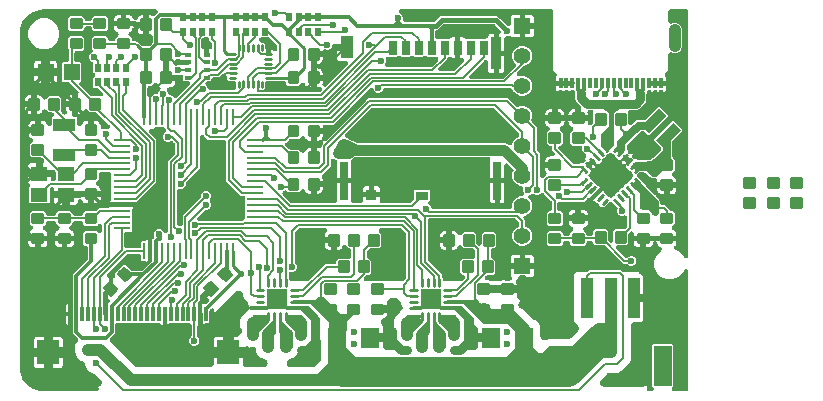
<source format=gbr>
G04 EAGLE Gerber RS-274X export*
G75*
%MOMM*%
%FSLAX34Y34*%
%LPD*%
%INTop Copper*%
%IPPOS*%
%AMOC8*
5,1,8,0,0,1.08239X$1,22.5*%
G01*
%ADD10C,0.350000*%
%ADD11R,1.469200X0.280000*%
%ADD12R,0.280000X1.469200*%
%ADD13R,0.700000X1.270000*%
%ADD14R,1.050000X0.780000*%
%ADD15R,1.140000X1.830000*%
%ADD16R,0.700000X3.330000*%
%ADD17R,0.860000X2.800000*%
%ADD18R,0.900000X0.930000*%
%ADD19R,0.500000X0.350000*%
%ADD20C,0.220000*%
%ADD21R,1.900000X1.100000*%
%ADD22R,1.461800X1.211800*%
%ADD23R,0.300000X0.900000*%
%ADD24C,1.000000*%
%ADD25C,0.264000*%
%ADD26R,2.600000X2.600000*%
%ADD27R,1.400000X1.400000*%
%ADD28R,0.900000X2.100000*%
%ADD29C,0.270000*%
%ADD30R,1.700000X1.700000*%
%ADD31R,0.500000X0.650000*%
%ADD32R,1.500000X3.400000*%
%ADD33R,1.000000X3.500000*%
%ADD34R,0.300000X1.300000*%
%ADD35R,1.905000X2.159000*%
%ADD36R,1.422400X1.422400*%
%ADD37C,1.422400*%
%ADD38R,1.600000X1.800000*%
%ADD39C,0.200000*%
%ADD40C,0.600000*%
%ADD41C,0.250000*%
%ADD42C,0.300000*%
%ADD43C,0.400000*%
%ADD44C,0.900000*%
%ADD45C,0.800000*%
%ADD46C,0.600000*%
%ADD47C,0.650000*%
%ADD48C,0.150000*%
%ADD49C,0.700000*%
%ADD50C,0.500000*%
%ADD51C,1.200000*%
%ADD52C,1.500000*%
%ADD53C,2.500000*%

G36*
X536891Y2002D02*
X536891Y2002D01*
X536906Y2001D01*
X537090Y2022D01*
X537273Y2041D01*
X537287Y2045D01*
X537303Y2047D01*
X537478Y2104D01*
X537655Y2159D01*
X537668Y2166D01*
X537682Y2171D01*
X537843Y2261D01*
X538005Y2350D01*
X538017Y2360D01*
X538030Y2368D01*
X538170Y2489D01*
X538310Y2608D01*
X538320Y2620D01*
X538331Y2630D01*
X538444Y2776D01*
X538559Y2921D01*
X538565Y2934D01*
X538575Y2946D01*
X538656Y3112D01*
X538739Y3277D01*
X538744Y3291D01*
X538750Y3305D01*
X538797Y3485D01*
X538846Y3662D01*
X538847Y3677D01*
X538851Y3692D01*
X538861Y3876D01*
X538874Y4060D01*
X538872Y4075D01*
X538873Y4090D01*
X538846Y4272D01*
X538822Y4456D01*
X538817Y4471D01*
X538815Y4486D01*
X538753Y4659D01*
X538692Y4834D01*
X538685Y4847D01*
X538680Y4862D01*
X538584Y5020D01*
X538490Y5179D01*
X538480Y5190D01*
X538472Y5203D01*
X538289Y5414D01*
X537729Y5974D01*
X537729Y41026D01*
X538474Y41771D01*
X554526Y41771D01*
X555271Y41026D01*
X555271Y5974D01*
X554711Y5414D01*
X554701Y5402D01*
X554690Y5392D01*
X554574Y5247D01*
X554458Y5104D01*
X554451Y5091D01*
X554441Y5079D01*
X554358Y4914D01*
X554272Y4751D01*
X554267Y4737D01*
X554261Y4723D01*
X554211Y4546D01*
X554159Y4368D01*
X554158Y4353D01*
X554154Y4338D01*
X554141Y4154D01*
X554125Y3970D01*
X554127Y3955D01*
X554126Y3940D01*
X554150Y3756D01*
X554171Y3573D01*
X554176Y3559D01*
X554178Y3544D01*
X554238Y3368D01*
X554295Y3193D01*
X554303Y3180D01*
X554308Y3166D01*
X554401Y3006D01*
X554492Y2846D01*
X554502Y2834D01*
X554510Y2821D01*
X554633Y2683D01*
X554754Y2544D01*
X554766Y2535D01*
X554776Y2524D01*
X554925Y2413D01*
X555071Y2301D01*
X555084Y2294D01*
X555097Y2285D01*
X555264Y2207D01*
X555430Y2125D01*
X555444Y2122D01*
X555458Y2115D01*
X555638Y2071D01*
X555816Y2025D01*
X555831Y2024D01*
X555846Y2020D01*
X556124Y2001D01*
X566000Y2001D01*
X566030Y2004D01*
X566060Y2002D01*
X566229Y2024D01*
X566397Y2041D01*
X566426Y2050D01*
X566456Y2054D01*
X566617Y2109D01*
X566779Y2159D01*
X566806Y2173D01*
X566834Y2183D01*
X566980Y2269D01*
X567129Y2350D01*
X567153Y2370D01*
X567179Y2385D01*
X567305Y2498D01*
X567435Y2608D01*
X567454Y2631D01*
X567476Y2652D01*
X567577Y2788D01*
X567683Y2921D01*
X567697Y2948D01*
X567715Y2972D01*
X567787Y3125D01*
X567864Y3277D01*
X567872Y3306D01*
X567885Y3333D01*
X567925Y3499D01*
X567970Y3662D01*
X567973Y3692D01*
X567980Y3721D01*
X567999Y4000D01*
X567999Y103395D01*
X567999Y103403D01*
X567999Y103410D01*
X567979Y103601D01*
X567959Y103793D01*
X567957Y103800D01*
X567956Y103807D01*
X567898Y103990D01*
X567841Y104174D01*
X567838Y104181D01*
X567835Y104188D01*
X567742Y104355D01*
X567650Y104525D01*
X567645Y104530D01*
X567641Y104537D01*
X567516Y104684D01*
X567392Y104830D01*
X567386Y104835D01*
X567381Y104840D01*
X567229Y104959D01*
X567079Y105078D01*
X567072Y105082D01*
X567066Y105086D01*
X566896Y105171D01*
X566723Y105259D01*
X566716Y105261D01*
X566709Y105264D01*
X566524Y105314D01*
X566338Y105366D01*
X566331Y105366D01*
X566323Y105368D01*
X566133Y105380D01*
X565940Y105393D01*
X565932Y105392D01*
X565925Y105393D01*
X565735Y105367D01*
X565544Y105342D01*
X565537Y105339D01*
X565529Y105338D01*
X565348Y105274D01*
X565166Y105212D01*
X565159Y105208D01*
X565152Y105206D01*
X564987Y105107D01*
X564821Y105010D01*
X564816Y105005D01*
X564809Y105001D01*
X564667Y104872D01*
X564524Y104743D01*
X564519Y104737D01*
X564514Y104732D01*
X564400Y104577D01*
X564285Y104423D01*
X564282Y104416D01*
X564278Y104410D01*
X564153Y104160D01*
X563521Y102636D01*
X559864Y98978D01*
X555086Y96999D01*
X549914Y96999D01*
X545136Y98978D01*
X541478Y102636D01*
X539499Y107414D01*
X539499Y112586D01*
X541478Y117364D01*
X545174Y121059D01*
X545188Y121077D01*
X545205Y121092D01*
X545315Y121232D01*
X545426Y121369D01*
X545437Y121389D01*
X545451Y121407D01*
X545530Y121566D01*
X545613Y121722D01*
X545619Y121744D01*
X545629Y121764D01*
X545675Y121934D01*
X545725Y122105D01*
X545727Y122128D01*
X545733Y122150D01*
X545744Y122327D01*
X545759Y122503D01*
X545756Y122526D01*
X545758Y122549D01*
X545733Y122724D01*
X545713Y122900D01*
X545706Y122922D01*
X545703Y122944D01*
X545644Y123112D01*
X545589Y123280D01*
X545578Y123300D01*
X545571Y123321D01*
X545480Y123474D01*
X545392Y123627D01*
X545377Y123645D01*
X545366Y123664D01*
X545247Y123795D01*
X545130Y123929D01*
X545112Y123943D01*
X545097Y123959D01*
X544955Y124064D01*
X544814Y124172D01*
X544793Y124182D01*
X544775Y124196D01*
X544525Y124320D01*
X544218Y124448D01*
X543515Y124917D01*
X542917Y125515D01*
X542448Y126218D01*
X542124Y126998D01*
X541961Y127819D01*
X541959Y127827D01*
X541958Y127834D01*
X541900Y128018D01*
X541844Y128202D01*
X541841Y128208D01*
X541838Y128215D01*
X541746Y128384D01*
X541654Y128553D01*
X541649Y128559D01*
X541645Y128565D01*
X541521Y128712D01*
X541398Y128859D01*
X541392Y128864D01*
X541387Y128870D01*
X541234Y128990D01*
X541220Y129001D01*
X549500Y129001D01*
X549530Y129004D01*
X549560Y129002D01*
X549729Y129024D01*
X549897Y129041D01*
X549926Y129050D01*
X549956Y129053D01*
X550009Y129072D01*
X550162Y129030D01*
X550192Y129027D01*
X550222Y129020D01*
X550500Y129001D01*
X558041Y129001D01*
X558041Y127827D01*
X557876Y126998D01*
X557552Y126218D01*
X557083Y125515D01*
X556836Y125268D01*
X556822Y125250D01*
X556804Y125236D01*
X556696Y125096D01*
X556583Y124959D01*
X556573Y124939D01*
X556559Y124921D01*
X556480Y124762D01*
X556397Y124605D01*
X556391Y124584D01*
X556380Y124563D01*
X556334Y124392D01*
X556285Y124222D01*
X556283Y124199D01*
X556277Y124178D01*
X556266Y124001D01*
X556251Y123824D01*
X556253Y123801D01*
X556252Y123779D01*
X556276Y123604D01*
X556297Y123427D01*
X556304Y123406D01*
X556307Y123383D01*
X556366Y123216D01*
X556420Y123048D01*
X556432Y123028D01*
X556439Y123006D01*
X556530Y122854D01*
X556617Y122700D01*
X556632Y122683D01*
X556644Y122663D01*
X556763Y122532D01*
X556879Y122399D01*
X556897Y122385D01*
X556913Y122368D01*
X557056Y122263D01*
X557196Y122155D01*
X557216Y122145D01*
X557235Y122132D01*
X557485Y122007D01*
X559864Y121022D01*
X563521Y117364D01*
X564153Y115840D01*
X564157Y115833D01*
X564159Y115826D01*
X564252Y115656D01*
X564342Y115488D01*
X564347Y115482D01*
X564350Y115475D01*
X564475Y115328D01*
X564597Y115181D01*
X564603Y115176D01*
X564608Y115170D01*
X564759Y115050D01*
X564908Y114930D01*
X564915Y114927D01*
X564921Y114922D01*
X565094Y114834D01*
X565263Y114747D01*
X565270Y114744D01*
X565277Y114741D01*
X565461Y114690D01*
X565647Y114637D01*
X565655Y114636D01*
X565662Y114634D01*
X565852Y114621D01*
X566045Y114606D01*
X566053Y114607D01*
X566060Y114607D01*
X566250Y114631D01*
X566442Y114655D01*
X566449Y114657D01*
X566456Y114658D01*
X566638Y114721D01*
X566820Y114782D01*
X566827Y114785D01*
X566834Y114788D01*
X567001Y114886D01*
X567166Y114981D01*
X567172Y114986D01*
X567179Y114990D01*
X567321Y115118D01*
X567466Y115245D01*
X567471Y115252D01*
X567476Y115257D01*
X567589Y115408D01*
X567707Y115564D01*
X567710Y115571D01*
X567715Y115577D01*
X567796Y115750D01*
X567880Y115924D01*
X567882Y115932D01*
X567885Y115938D01*
X567930Y116124D01*
X567978Y116311D01*
X567978Y116319D01*
X567980Y116326D01*
X567999Y116605D01*
X567999Y323500D01*
X567996Y323530D01*
X567998Y323560D01*
X567976Y323729D01*
X567959Y323897D01*
X567950Y323926D01*
X567946Y323956D01*
X567891Y324117D01*
X567841Y324279D01*
X567827Y324306D01*
X567817Y324334D01*
X567731Y324480D01*
X567650Y324629D01*
X567630Y324653D01*
X567615Y324679D01*
X567502Y324805D01*
X567392Y324935D01*
X567369Y324954D01*
X567348Y324976D01*
X567212Y325077D01*
X567079Y325183D01*
X567052Y325197D01*
X567028Y325215D01*
X566875Y325287D01*
X566723Y325364D01*
X566694Y325372D01*
X566667Y325385D01*
X566501Y325425D01*
X566338Y325470D01*
X566308Y325473D01*
X566279Y325480D01*
X566000Y325499D01*
X553250Y325499D01*
X553220Y325496D01*
X553190Y325498D01*
X553021Y325476D01*
X552853Y325459D01*
X552824Y325450D01*
X552794Y325446D01*
X552633Y325391D01*
X552471Y325341D01*
X552444Y325327D01*
X552416Y325317D01*
X552270Y325231D01*
X552121Y325150D01*
X552097Y325130D01*
X552071Y325115D01*
X551945Y325002D01*
X551815Y324892D01*
X551796Y324869D01*
X551774Y324848D01*
X551673Y324712D01*
X551567Y324579D01*
X551553Y324552D01*
X551535Y324528D01*
X551463Y324375D01*
X551386Y324223D01*
X551378Y324194D01*
X551365Y324167D01*
X551325Y324001D01*
X551280Y323838D01*
X551277Y323808D01*
X551270Y323779D01*
X551251Y323500D01*
X551251Y315405D01*
X551253Y315383D01*
X551251Y315360D01*
X551273Y315184D01*
X551291Y315008D01*
X551297Y314986D01*
X551300Y314963D01*
X551356Y314796D01*
X551409Y314626D01*
X551420Y314606D01*
X551427Y314585D01*
X551515Y314432D01*
X551600Y314276D01*
X551615Y314258D01*
X551626Y314239D01*
X551744Y314106D01*
X551858Y313970D01*
X551876Y313956D01*
X551891Y313939D01*
X552032Y313832D01*
X552171Y313722D01*
X552191Y313712D01*
X552209Y313698D01*
X552369Y313621D01*
X552527Y313541D01*
X552549Y313535D01*
X552569Y313525D01*
X552741Y313482D01*
X552912Y313435D01*
X552934Y313433D01*
X552957Y313428D01*
X553134Y313419D01*
X553310Y313407D01*
X553333Y313410D01*
X553356Y313409D01*
X553531Y313436D01*
X553706Y313459D01*
X553728Y313466D01*
X553750Y313470D01*
X554015Y313558D01*
X555253Y314071D01*
X557747Y314071D01*
X560052Y313116D01*
X561816Y311352D01*
X562771Y309047D01*
X562771Y293553D01*
X561816Y291248D01*
X560052Y289484D01*
X557747Y288529D01*
X555253Y288529D01*
X554015Y289042D01*
X553993Y289048D01*
X553973Y289059D01*
X553803Y289106D01*
X553633Y289157D01*
X553610Y289159D01*
X553588Y289165D01*
X553411Y289178D01*
X553235Y289194D01*
X553212Y289192D01*
X553190Y289193D01*
X553014Y289170D01*
X552838Y289151D01*
X552816Y289144D01*
X552794Y289141D01*
X552626Y289084D01*
X552457Y289030D01*
X552437Y289019D01*
X552416Y289012D01*
X552263Y288922D01*
X552108Y288836D01*
X552091Y288821D01*
X552071Y288810D01*
X551939Y288691D01*
X551805Y288576D01*
X551791Y288558D01*
X551774Y288543D01*
X551668Y288401D01*
X551559Y288261D01*
X551549Y288241D01*
X551535Y288223D01*
X551460Y288062D01*
X551381Y287904D01*
X551375Y287882D01*
X551365Y287861D01*
X551323Y287689D01*
X551277Y287518D01*
X551276Y287495D01*
X551270Y287473D01*
X551251Y287195D01*
X551251Y273921D01*
X549493Y272164D01*
X548760Y271431D01*
X548654Y271300D01*
X548543Y271173D01*
X548527Y271146D01*
X548507Y271121D01*
X548429Y270973D01*
X548345Y270826D01*
X548336Y270796D01*
X548321Y270768D01*
X548273Y270606D01*
X548221Y270446D01*
X548217Y270415D01*
X548209Y270385D01*
X548194Y270216D01*
X548175Y270050D01*
X548177Y270018D01*
X548175Y269987D01*
X548194Y269819D01*
X548208Y269652D01*
X548217Y269622D01*
X548221Y269590D01*
X548273Y269429D01*
X548320Y269268D01*
X548337Y269234D01*
X548344Y269210D01*
X548372Y269162D01*
X548442Y269017D01*
X548868Y268281D01*
X549041Y267634D01*
X549041Y264799D01*
X545000Y264799D01*
X540000Y264799D01*
X535000Y264799D01*
X534970Y264796D01*
X534940Y264798D01*
X534772Y264776D01*
X534603Y264759D01*
X534574Y264751D01*
X534544Y264747D01*
X534384Y264692D01*
X534221Y264641D01*
X534195Y264627D01*
X534166Y264617D01*
X534020Y264531D01*
X533871Y264450D01*
X533848Y264430D01*
X533822Y264415D01*
X533695Y264302D01*
X533565Y264192D01*
X533547Y264169D01*
X533524Y264148D01*
X533423Y264012D01*
X533317Y263879D01*
X533304Y263852D01*
X533286Y263828D01*
X533213Y263675D01*
X533136Y263523D01*
X533128Y263494D01*
X533115Y263467D01*
X533075Y263302D01*
X533030Y263138D01*
X533028Y263108D01*
X533021Y263079D01*
X533001Y262800D01*
X533004Y262770D01*
X533002Y262740D01*
X533024Y262571D01*
X533041Y262402D01*
X533050Y262373D01*
X533054Y262343D01*
X533109Y262183D01*
X533159Y262021D01*
X533174Y261994D01*
X533183Y261966D01*
X533269Y261820D01*
X533351Y261670D01*
X533370Y261647D01*
X533386Y261621D01*
X533499Y261495D01*
X533608Y261365D01*
X533632Y261346D01*
X533652Y261324D01*
X533788Y261222D01*
X533921Y261117D01*
X533948Y261103D01*
X533972Y261085D01*
X534126Y261013D01*
X534277Y260936D01*
X534306Y260928D01*
X534334Y260915D01*
X534499Y260875D01*
X534662Y260829D01*
X534692Y260827D01*
X534722Y260820D01*
X535000Y260801D01*
X540000Y260801D01*
X545000Y260801D01*
X549041Y260801D01*
X549041Y257966D01*
X548868Y257319D01*
X548533Y256740D01*
X548060Y256267D01*
X547481Y255932D01*
X546955Y255792D01*
X546941Y255837D01*
X546931Y255899D01*
X546882Y256027D01*
X546841Y256159D01*
X546811Y256214D01*
X546789Y256272D01*
X546716Y256388D01*
X546650Y256509D01*
X546609Y256557D01*
X546576Y256610D01*
X546481Y256709D01*
X546392Y256815D01*
X546343Y256854D01*
X546300Y256899D01*
X546187Y256977D01*
X546079Y257063D01*
X546023Y257091D01*
X545972Y257127D01*
X545846Y257181D01*
X545723Y257244D01*
X545663Y257260D01*
X545605Y257285D01*
X545471Y257313D01*
X545338Y257350D01*
X545276Y257354D01*
X545214Y257367D01*
X545077Y257368D01*
X544940Y257378D01*
X544877Y257370D01*
X544815Y257370D01*
X544680Y257344D01*
X544544Y257326D01*
X544484Y257306D01*
X544423Y257294D01*
X544296Y257241D01*
X544166Y257197D01*
X544112Y257165D01*
X544054Y257141D01*
X543940Y257064D01*
X543821Y256994D01*
X543775Y256953D01*
X543723Y256918D01*
X543531Y256735D01*
X543524Y256728D01*
X543523Y256726D01*
X543521Y256725D01*
X543521Y256724D01*
X543401Y256563D01*
X543285Y256407D01*
X543284Y256405D01*
X543283Y256403D01*
X543197Y256221D01*
X543115Y256046D01*
X543114Y256044D01*
X543113Y256041D01*
X543064Y255838D01*
X543052Y255790D01*
X543018Y255799D01*
X542836Y255829D01*
X542656Y255861D01*
X542640Y255861D01*
X542623Y255863D01*
X542440Y255856D01*
X542257Y255852D01*
X542237Y255848D01*
X542224Y255848D01*
X542182Y255838D01*
X541983Y255799D01*
X541955Y255792D01*
X541953Y255806D01*
X541944Y255835D01*
X541940Y255865D01*
X541887Y256011D01*
X541841Y256158D01*
X541834Y256172D01*
X541829Y256186D01*
X541815Y256212D01*
X541804Y256241D01*
X541724Y256373D01*
X541650Y256509D01*
X541640Y256521D01*
X541632Y256534D01*
X541613Y256556D01*
X541597Y256582D01*
X541414Y256793D01*
X541402Y256803D01*
X541392Y256814D01*
X541380Y256824D01*
X541370Y256835D01*
X541236Y256939D01*
X541104Y257046D01*
X541091Y257053D01*
X541079Y257062D01*
X541066Y257069D01*
X541054Y257079D01*
X540901Y257153D01*
X540751Y257232D01*
X540736Y257237D01*
X540723Y257243D01*
X540709Y257247D01*
X540695Y257254D01*
X540531Y257297D01*
X540368Y257345D01*
X540352Y257346D01*
X540338Y257350D01*
X540324Y257351D01*
X540308Y257355D01*
X540140Y257364D01*
X539970Y257379D01*
X539954Y257377D01*
X539940Y257378D01*
X539925Y257376D01*
X539910Y257377D01*
X539742Y257352D01*
X539573Y257333D01*
X539558Y257328D01*
X539544Y257326D01*
X539543Y257326D01*
X539530Y257321D01*
X539514Y257319D01*
X539354Y257261D01*
X539193Y257209D01*
X539180Y257201D01*
X539166Y257196D01*
X539153Y257189D01*
X539139Y257184D01*
X538993Y257095D01*
X538846Y257012D01*
X538834Y257002D01*
X538821Y256994D01*
X538810Y256984D01*
X538797Y256976D01*
X538586Y256793D01*
X538567Y256770D01*
X538544Y256750D01*
X538535Y256738D01*
X538524Y256728D01*
X538431Y256604D01*
X538333Y256484D01*
X538319Y256457D01*
X538301Y256433D01*
X538294Y256420D01*
X538285Y256407D01*
X538219Y256267D01*
X538147Y256130D01*
X538138Y256101D01*
X538125Y256074D01*
X538122Y256060D01*
X538115Y256046D01*
X538078Y255896D01*
X538048Y255791D01*
X538018Y255799D01*
X537836Y255829D01*
X537656Y255861D01*
X537640Y255861D01*
X537623Y255863D01*
X537440Y255856D01*
X537257Y255852D01*
X537237Y255848D01*
X537224Y255848D01*
X537182Y255838D01*
X536983Y255799D01*
X536955Y255792D01*
X536946Y255820D01*
X536940Y255865D01*
X536887Y256011D01*
X536841Y256158D01*
X536820Y256198D01*
X536804Y256241D01*
X536724Y256373D01*
X536650Y256509D01*
X536620Y256544D01*
X536597Y256582D01*
X536414Y256793D01*
X536402Y256803D01*
X536392Y256814D01*
X536392Y256815D01*
X536247Y256929D01*
X536104Y257046D01*
X536091Y257053D01*
X536079Y257063D01*
X535914Y257147D01*
X535751Y257232D01*
X535736Y257237D01*
X535723Y257244D01*
X535545Y257293D01*
X535368Y257345D01*
X535352Y257346D01*
X535338Y257350D01*
X535154Y257363D01*
X534970Y257379D01*
X534955Y257377D01*
X534940Y257378D01*
X534756Y257354D01*
X534573Y257333D01*
X534559Y257328D01*
X534543Y257326D01*
X534369Y257266D01*
X534193Y257209D01*
X534180Y257202D01*
X534166Y257197D01*
X534006Y257103D01*
X533846Y257012D01*
X533834Y257002D01*
X533821Y256995D01*
X533684Y256871D01*
X533544Y256750D01*
X533535Y256738D01*
X533524Y256728D01*
X533414Y256580D01*
X533301Y256433D01*
X533294Y256420D01*
X533285Y256408D01*
X533207Y256241D01*
X533125Y256075D01*
X533121Y256060D01*
X533115Y256046D01*
X533071Y255865D01*
X533025Y255688D01*
X533024Y255673D01*
X533020Y255658D01*
X533001Y255380D01*
X533001Y254672D01*
X532983Y254635D01*
X532906Y254483D01*
X532898Y254454D01*
X532885Y254427D01*
X532845Y254261D01*
X532800Y254098D01*
X532797Y254068D01*
X532790Y254039D01*
X532771Y253760D01*
X532771Y248452D01*
X531968Y246514D01*
X526746Y241292D01*
X524808Y240489D01*
X519109Y240489D01*
X519094Y240488D01*
X519079Y240489D01*
X518895Y240468D01*
X518712Y240449D01*
X518697Y240445D01*
X518682Y240443D01*
X518507Y240386D01*
X518330Y240331D01*
X518317Y240324D01*
X518302Y240319D01*
X518142Y240228D01*
X517980Y240140D01*
X517968Y240130D01*
X517955Y240122D01*
X517816Y240001D01*
X517674Y239882D01*
X517665Y239870D01*
X517653Y239860D01*
X517541Y239714D01*
X517426Y239569D01*
X517419Y239556D01*
X517410Y239544D01*
X517329Y239378D01*
X517245Y239213D01*
X517241Y239198D01*
X517235Y239185D01*
X517188Y239006D01*
X517139Y238828D01*
X517138Y238813D01*
X517134Y238798D01*
X517124Y238613D01*
X517111Y238430D01*
X517113Y238415D01*
X517112Y238399D01*
X517139Y238217D01*
X517163Y238034D01*
X517168Y238019D01*
X517170Y238004D01*
X517232Y237831D01*
X517271Y237719D01*
X517271Y229844D01*
X517272Y229829D01*
X517271Y229814D01*
X517292Y229630D01*
X517311Y229447D01*
X517315Y229432D01*
X517317Y229417D01*
X517374Y229241D01*
X517429Y229065D01*
X517436Y229052D01*
X517441Y229037D01*
X517531Y228878D01*
X517620Y228715D01*
X517630Y228703D01*
X517638Y228690D01*
X517758Y228551D01*
X517878Y228409D01*
X517890Y228400D01*
X517900Y228388D01*
X518046Y228276D01*
X518191Y228161D01*
X518204Y228154D01*
X518216Y228145D01*
X518382Y228064D01*
X518547Y227980D01*
X518562Y227976D01*
X518575Y227970D01*
X518754Y227923D01*
X518932Y227874D01*
X518947Y227873D01*
X518962Y227869D01*
X519145Y227859D01*
X519330Y227846D01*
X519345Y227848D01*
X519360Y227847D01*
X519543Y227874D01*
X519726Y227898D01*
X519741Y227903D01*
X519756Y227905D01*
X519930Y227968D01*
X520104Y228027D01*
X520117Y228035D01*
X520131Y228040D01*
X520289Y228136D01*
X520449Y228229D01*
X520460Y228239D01*
X520473Y228247D01*
X520684Y228430D01*
X523308Y231055D01*
X525061Y231781D01*
X530771Y231781D01*
X530816Y231786D01*
X530862Y231783D01*
X531015Y231806D01*
X531169Y231821D01*
X531212Y231834D01*
X531257Y231841D01*
X531402Y231893D01*
X531550Y231939D01*
X531590Y231961D01*
X531633Y231976D01*
X531765Y232056D01*
X531901Y232131D01*
X531935Y232160D01*
X531974Y232184D01*
X532185Y232367D01*
X542706Y242888D01*
X543759Y242888D01*
X550867Y235779D01*
X550867Y234727D01*
X535273Y219133D01*
X534221Y219133D01*
X531700Y221654D01*
X531664Y221683D01*
X531634Y221717D01*
X531510Y221809D01*
X531390Y221907D01*
X531350Y221928D01*
X531314Y221955D01*
X531174Y222021D01*
X531037Y222093D01*
X530993Y222106D01*
X530952Y222125D01*
X530802Y222162D01*
X530654Y222206D01*
X530608Y222209D01*
X530564Y222220D01*
X530286Y222240D01*
X528815Y222240D01*
X528769Y222235D01*
X528724Y222238D01*
X528571Y222215D01*
X528417Y222200D01*
X528374Y222186D01*
X528329Y222180D01*
X528183Y222127D01*
X528036Y222082D01*
X527996Y222060D01*
X527953Y222045D01*
X527821Y221964D01*
X527685Y221890D01*
X527650Y221861D01*
X527612Y221837D01*
X527401Y221654D01*
X519421Y213675D01*
X519421Y213674D01*
X516856Y211109D01*
X516828Y211074D01*
X516794Y211044D01*
X516702Y210920D01*
X516603Y210800D01*
X516582Y210760D01*
X516555Y210724D01*
X516489Y210584D01*
X516417Y210447D01*
X516404Y210403D01*
X516385Y210362D01*
X516348Y210212D01*
X516305Y210064D01*
X516301Y210018D01*
X516290Y209974D01*
X516271Y209696D01*
X516271Y209051D01*
X516242Y208982D01*
X516235Y208957D01*
X516223Y208933D01*
X516177Y208765D01*
X516127Y208600D01*
X516124Y208573D01*
X516117Y208548D01*
X516106Y208374D01*
X516090Y208202D01*
X516093Y208176D01*
X516091Y208149D01*
X516114Y207977D01*
X516133Y207805D01*
X516141Y207780D01*
X516145Y207753D01*
X516202Y207589D01*
X516254Y207424D01*
X516267Y207401D01*
X516276Y207376D01*
X516364Y207226D01*
X516448Y207075D01*
X516465Y207055D01*
X516479Y207032D01*
X516595Y206903D01*
X516708Y206772D01*
X516729Y206755D01*
X516747Y206736D01*
X516886Y206632D01*
X517023Y206526D01*
X517046Y206514D01*
X517068Y206498D01*
X517225Y206425D01*
X517380Y206348D01*
X517406Y206341D01*
X517430Y206330D01*
X517459Y206322D01*
X517272Y206135D01*
X517251Y206109D01*
X517225Y206087D01*
X517124Y205955D01*
X517019Y205826D01*
X517004Y205796D01*
X516983Y205769D01*
X516911Y205620D01*
X516833Y205473D01*
X516824Y205440D01*
X516809Y205410D01*
X516767Y205249D01*
X516721Y205089D01*
X516718Y205056D01*
X516709Y205023D01*
X516701Y204857D01*
X516687Y204691D01*
X516691Y204658D01*
X516689Y204624D01*
X516714Y204460D01*
X516733Y204295D01*
X516743Y204263D01*
X516748Y204229D01*
X516805Y204073D01*
X516857Y203915D01*
X516873Y203886D01*
X516885Y203854D01*
X516972Y203712D01*
X517053Y203567D01*
X517076Y203542D01*
X517093Y203513D01*
X517206Y203392D01*
X517315Y203266D01*
X517342Y203245D01*
X517365Y203221D01*
X517500Y203124D01*
X517632Y203023D01*
X517662Y203008D01*
X517690Y202988D01*
X517842Y202920D01*
X517991Y202847D01*
X518024Y202838D01*
X518054Y202825D01*
X518217Y202788D01*
X518377Y202746D01*
X518411Y202744D01*
X518444Y202737D01*
X518610Y202733D01*
X518776Y202724D01*
X518810Y202729D01*
X518843Y202729D01*
X519120Y202770D01*
X519145Y202778D01*
X519171Y202782D01*
X519172Y202782D01*
X519335Y202841D01*
X519499Y202895D01*
X519523Y202909D01*
X519548Y202918D01*
X519696Y203007D01*
X519846Y203093D01*
X519866Y203111D01*
X519889Y203125D01*
X520100Y203308D01*
X520323Y203531D01*
X520382Y203423D01*
X520411Y203388D01*
X520434Y203349D01*
X520538Y203234D01*
X520637Y203115D01*
X520672Y203087D01*
X520703Y203053D01*
X520827Y202962D01*
X520948Y202865D01*
X520988Y202844D01*
X521025Y202817D01*
X520808Y202600D01*
X520791Y202579D01*
X520771Y202562D01*
X520664Y202424D01*
X520555Y202291D01*
X520543Y202267D01*
X520526Y202246D01*
X520450Y202090D01*
X520369Y201938D01*
X520361Y201912D01*
X520350Y201888D01*
X520270Y201620D01*
X520266Y201586D01*
X520257Y201554D01*
X520256Y201554D01*
X520242Y201388D01*
X520223Y201223D01*
X520225Y201189D01*
X520223Y201156D01*
X520242Y200990D01*
X520255Y200825D01*
X520265Y200792D01*
X520268Y200759D01*
X520320Y200601D01*
X520366Y200441D01*
X520382Y200411D01*
X520392Y200379D01*
X520474Y200235D01*
X520551Y200087D01*
X520573Y200061D01*
X520589Y200032D01*
X520698Y199906D01*
X520803Y199777D01*
X520829Y199756D01*
X520851Y199730D01*
X520983Y199629D01*
X521111Y199523D01*
X521141Y199507D01*
X521168Y199487D01*
X521317Y199414D01*
X521464Y199336D01*
X521497Y199326D01*
X521527Y199311D01*
X521687Y199269D01*
X521847Y199222D01*
X521881Y199219D01*
X521913Y199211D01*
X522079Y199201D01*
X522245Y199187D01*
X522278Y199190D01*
X522312Y199189D01*
X522476Y199213D01*
X522642Y199231D01*
X522674Y199242D01*
X522707Y199246D01*
X522864Y199303D01*
X523022Y199354D01*
X523051Y199370D01*
X523083Y199382D01*
X523225Y199468D01*
X523370Y199549D01*
X523396Y199572D01*
X523425Y199589D01*
X523635Y199772D01*
X523807Y199944D01*
X523859Y199680D01*
X523869Y199647D01*
X523874Y199614D01*
X523928Y199456D01*
X523976Y199298D01*
X523992Y199268D01*
X524003Y199236D01*
X524087Y199093D01*
X524166Y198947D01*
X524188Y198921D01*
X524206Y198891D01*
X524316Y198768D01*
X524423Y198640D01*
X524449Y198619D01*
X524472Y198594D01*
X524605Y198495D01*
X524735Y198391D01*
X524765Y198376D01*
X524792Y198355D01*
X524942Y198285D01*
X525090Y198209D01*
X525123Y198200D01*
X525154Y198185D01*
X525315Y198146D01*
X525475Y198101D01*
X525509Y198098D01*
X525542Y198090D01*
X525820Y198071D01*
X532847Y198071D01*
X532900Y198076D01*
X532953Y198074D01*
X533099Y198096D01*
X533245Y198111D01*
X533295Y198126D01*
X533348Y198134D01*
X533612Y198223D01*
X533728Y198271D01*
X535696Y198271D01*
X535741Y198275D01*
X535786Y198273D01*
X535939Y198295D01*
X536093Y198311D01*
X536136Y198324D01*
X536181Y198331D01*
X536327Y198383D01*
X536475Y198429D01*
X536515Y198450D01*
X536557Y198466D01*
X536689Y198546D01*
X536825Y198620D01*
X536860Y198650D01*
X536899Y198673D01*
X537109Y198856D01*
X537298Y199044D01*
X537784Y199246D01*
X537830Y199271D01*
X537880Y199289D01*
X538006Y199365D01*
X538136Y199435D01*
X538176Y199469D01*
X538222Y199496D01*
X538432Y199679D01*
X544640Y205887D01*
X544659Y205910D01*
X544682Y205930D01*
X544785Y206064D01*
X544893Y206196D01*
X544907Y206223D01*
X544925Y206247D01*
X545000Y206399D01*
X545079Y206549D01*
X545087Y206578D01*
X545101Y206605D01*
X545143Y206769D01*
X545191Y206932D01*
X545194Y206963D01*
X545201Y206992D01*
X545211Y207161D01*
X545225Y207330D01*
X545222Y207361D01*
X545223Y207391D01*
X545199Y207559D01*
X545179Y207727D01*
X545170Y207756D01*
X545165Y207786D01*
X545108Y207946D01*
X545055Y208107D01*
X545040Y208133D01*
X545030Y208162D01*
X544942Y208307D01*
X544858Y208454D01*
X544839Y208477D01*
X544823Y208503D01*
X544640Y208714D01*
X539133Y214221D01*
X539133Y215273D01*
X554727Y230867D01*
X555779Y230867D01*
X562888Y223759D01*
X562888Y222706D01*
X555356Y215174D01*
X555328Y215139D01*
X555294Y215109D01*
X555202Y214985D01*
X555103Y214865D01*
X555082Y214825D01*
X555055Y214789D01*
X554989Y214649D01*
X554917Y214512D01*
X554904Y214468D01*
X554885Y214427D01*
X554848Y214277D01*
X554805Y214129D01*
X554801Y214083D01*
X554790Y214039D01*
X554771Y213761D01*
X554771Y200829D01*
X554775Y200784D01*
X554773Y200739D01*
X554795Y200586D01*
X554811Y200432D01*
X554824Y200389D01*
X554831Y200344D01*
X554883Y200198D01*
X554929Y200050D01*
X554950Y200011D01*
X554966Y199968D01*
X555046Y199836D01*
X555120Y199700D01*
X555150Y199665D01*
X555173Y199626D01*
X555356Y199416D01*
X556771Y198001D01*
X556771Y188999D01*
X554746Y186974D01*
X554731Y186956D01*
X554714Y186941D01*
X554605Y186802D01*
X554493Y186665D01*
X554482Y186644D01*
X554468Y186627D01*
X554390Y186469D01*
X554307Y186311D01*
X554300Y186289D01*
X554290Y186269D01*
X554244Y186098D01*
X554194Y185928D01*
X554192Y185905D01*
X554187Y185883D01*
X554176Y185707D01*
X554160Y185530D01*
X554163Y185507D01*
X554162Y185485D01*
X554186Y185308D01*
X554206Y185133D01*
X554213Y185112D01*
X554217Y185089D01*
X554275Y184922D01*
X554330Y184754D01*
X554341Y184734D01*
X554349Y184712D01*
X554439Y184561D01*
X554527Y184406D01*
X554542Y184389D01*
X554554Y184369D01*
X554672Y184239D01*
X554789Y184104D01*
X554807Y184091D01*
X554822Y184074D01*
X554965Y183969D01*
X555106Y183861D01*
X555126Y183851D01*
X555145Y183838D01*
X555394Y183713D01*
X555782Y183552D01*
X556485Y183083D01*
X557083Y182485D01*
X557552Y181782D01*
X557876Y181002D01*
X558041Y180173D01*
X558041Y178999D01*
X550500Y178999D01*
X550470Y178996D01*
X550440Y178998D01*
X550271Y178976D01*
X550103Y178959D01*
X550074Y178950D01*
X550044Y178946D01*
X549991Y178928D01*
X549838Y178970D01*
X549808Y178973D01*
X549778Y178980D01*
X549500Y178999D01*
X541959Y178999D01*
X541959Y180173D01*
X541993Y180340D01*
X541995Y180366D01*
X542002Y180392D01*
X542014Y180564D01*
X542031Y180737D01*
X542028Y180764D01*
X542030Y180790D01*
X542008Y180962D01*
X541990Y181135D01*
X541982Y181160D01*
X541978Y181186D01*
X541922Y181351D01*
X541870Y181516D01*
X541857Y181539D01*
X541849Y181564D01*
X541761Y181714D01*
X541677Y181866D01*
X541660Y181886D01*
X541647Y181909D01*
X541531Y182038D01*
X541419Y182170D01*
X541398Y182186D01*
X541380Y182206D01*
X541241Y182309D01*
X541105Y182417D01*
X541081Y182429D01*
X541060Y182445D01*
X540903Y182518D01*
X540748Y182597D01*
X540722Y182604D01*
X540698Y182615D01*
X540529Y182656D01*
X540362Y182702D01*
X540336Y182703D01*
X540310Y182710D01*
X540032Y182729D01*
X537150Y182729D01*
X535581Y183379D01*
X532569Y186391D01*
X532528Y186425D01*
X532493Y186464D01*
X532374Y186551D01*
X532260Y186644D01*
X532213Y186669D01*
X532170Y186700D01*
X531921Y186825D01*
X530317Y187489D01*
X530267Y187504D01*
X530219Y187526D01*
X530075Y187561D01*
X529935Y187604D01*
X529882Y187609D01*
X529831Y187621D01*
X529552Y187641D01*
X527310Y187641D01*
X527265Y187636D01*
X527220Y187639D01*
X527067Y187616D01*
X526913Y187601D01*
X526870Y187588D01*
X526825Y187581D01*
X526679Y187529D01*
X526531Y187483D01*
X526492Y187461D01*
X526449Y187446D01*
X526317Y187366D01*
X526181Y187291D01*
X526146Y187262D01*
X526108Y187238D01*
X525897Y187055D01*
X525255Y186414D01*
X525236Y186390D01*
X525213Y186370D01*
X525110Y186236D01*
X525002Y186104D01*
X524988Y186078D01*
X524970Y186054D01*
X524895Y185902D01*
X524816Y185751D01*
X524807Y185722D01*
X524794Y185695D01*
X524752Y185531D01*
X524704Y185368D01*
X524701Y185338D01*
X524694Y185308D01*
X524684Y185140D01*
X524670Y184970D01*
X524673Y184940D01*
X524672Y184910D01*
X524696Y184742D01*
X524716Y184573D01*
X524725Y184544D01*
X524729Y184514D01*
X524787Y184355D01*
X524840Y184193D01*
X524854Y184167D01*
X524865Y184138D01*
X524953Y183993D01*
X525036Y183846D01*
X525056Y183823D01*
X525072Y183797D01*
X525255Y183586D01*
X529764Y179077D01*
X529770Y179060D01*
X529776Y179015D01*
X529829Y178869D01*
X529874Y178722D01*
X529896Y178682D01*
X529912Y178639D01*
X529992Y178507D01*
X530066Y178371D01*
X530095Y178336D01*
X530119Y178298D01*
X530302Y178087D01*
X532110Y176278D01*
X532133Y176216D01*
X532179Y176068D01*
X532200Y176028D01*
X532216Y175986D01*
X532296Y175854D01*
X532370Y175718D01*
X532400Y175683D01*
X532423Y175644D01*
X532606Y175433D01*
X533902Y174138D01*
X539422Y168618D01*
X539425Y168615D01*
X539427Y168612D01*
X539579Y168489D01*
X539731Y168365D01*
X539735Y168363D01*
X539738Y168361D01*
X539911Y168270D01*
X540085Y168179D01*
X540088Y168178D01*
X540092Y168176D01*
X540282Y168121D01*
X540468Y168066D01*
X540472Y168066D01*
X540475Y168065D01*
X540673Y168049D01*
X540866Y168032D01*
X540870Y168033D01*
X540874Y168032D01*
X541051Y168054D01*
X541045Y167951D01*
X541034Y167753D01*
X541034Y167749D01*
X541034Y167745D01*
X541063Y167550D01*
X541090Y167358D01*
X541091Y167354D01*
X541092Y167350D01*
X541159Y167164D01*
X541224Y166981D01*
X541226Y166978D01*
X541227Y166974D01*
X541329Y166806D01*
X541430Y166639D01*
X541433Y166636D01*
X541435Y166633D01*
X541618Y166422D01*
X543621Y164419D01*
X544271Y162850D01*
X544271Y161770D01*
X544274Y161740D01*
X544272Y161710D01*
X544294Y161541D01*
X544311Y161373D01*
X544320Y161344D01*
X544324Y161314D01*
X544379Y161153D01*
X544429Y160991D01*
X544443Y160964D01*
X544453Y160936D01*
X544539Y160790D01*
X544620Y160641D01*
X544640Y160617D01*
X544655Y160591D01*
X544769Y160465D01*
X544878Y160335D01*
X544901Y160316D01*
X544922Y160294D01*
X545058Y160193D01*
X545191Y160087D01*
X545218Y160073D01*
X545242Y160055D01*
X545395Y159983D01*
X545547Y159906D01*
X545576Y159898D01*
X545603Y159885D01*
X545769Y159845D01*
X545932Y159800D01*
X545962Y159797D01*
X545991Y159790D01*
X546270Y159771D01*
X548441Y159771D01*
X552855Y155356D01*
X552890Y155328D01*
X552920Y155294D01*
X553044Y155202D01*
X553164Y155103D01*
X553204Y155082D01*
X553241Y155055D01*
X553381Y154989D01*
X553518Y154917D01*
X553561Y154904D01*
X553602Y154885D01*
X553753Y154848D01*
X553901Y154805D01*
X553946Y154801D01*
X553990Y154790D01*
X554269Y154771D01*
X555001Y154771D01*
X556771Y153001D01*
X556771Y143999D01*
X554746Y141974D01*
X554731Y141956D01*
X554714Y141941D01*
X554605Y141802D01*
X554493Y141665D01*
X554482Y141644D01*
X554468Y141627D01*
X554390Y141469D01*
X554307Y141311D01*
X554300Y141289D01*
X554290Y141269D01*
X554244Y141098D01*
X554194Y140928D01*
X554192Y140905D01*
X554187Y140883D01*
X554176Y140707D01*
X554160Y140530D01*
X554163Y140507D01*
X554162Y140485D01*
X554186Y140309D01*
X554206Y140133D01*
X554213Y140112D01*
X554217Y140089D01*
X554275Y139922D01*
X554330Y139754D01*
X554341Y139734D01*
X554349Y139712D01*
X554439Y139561D01*
X554527Y139406D01*
X554542Y139389D01*
X554554Y139369D01*
X554672Y139239D01*
X554789Y139104D01*
X554807Y139091D01*
X554822Y139074D01*
X554965Y138969D01*
X555106Y138861D01*
X555126Y138851D01*
X555145Y138838D01*
X555394Y138713D01*
X555782Y138552D01*
X556485Y138083D01*
X557083Y137485D01*
X557552Y136782D01*
X557876Y136002D01*
X558041Y135173D01*
X558041Y133999D01*
X550500Y133999D01*
X550470Y133996D01*
X550440Y133998D01*
X550271Y133976D01*
X550103Y133959D01*
X550074Y133950D01*
X550044Y133946D01*
X549991Y133928D01*
X549838Y133970D01*
X549808Y133973D01*
X549778Y133980D01*
X549500Y133999D01*
X530500Y133999D01*
X530470Y133996D01*
X530440Y133998D01*
X530271Y133976D01*
X530103Y133959D01*
X530074Y133950D01*
X530044Y133946D01*
X529991Y133928D01*
X529838Y133970D01*
X529808Y133973D01*
X529778Y133980D01*
X529500Y133999D01*
X521959Y133999D01*
X521959Y135309D01*
X521972Y135442D01*
X521971Y135453D01*
X521972Y135464D01*
X521950Y135652D01*
X521931Y135839D01*
X521927Y135850D01*
X521926Y135861D01*
X521868Y136040D01*
X521811Y136220D01*
X521806Y136230D01*
X521802Y136241D01*
X521709Y136405D01*
X521618Y136570D01*
X521611Y136579D01*
X521605Y136588D01*
X521481Y136731D01*
X521360Y136874D01*
X521351Y136881D01*
X521343Y136890D01*
X521195Y137004D01*
X521046Y137121D01*
X521035Y137126D01*
X521027Y137133D01*
X520858Y137216D01*
X520689Y137301D01*
X520678Y137304D01*
X520668Y137309D01*
X520484Y137357D01*
X520304Y137406D01*
X520292Y137407D01*
X520281Y137410D01*
X520092Y137420D01*
X519905Y137432D01*
X519894Y137431D01*
X519882Y137431D01*
X519697Y137404D01*
X519509Y137379D01*
X519498Y137375D01*
X519487Y137374D01*
X519311Y137310D01*
X519132Y137248D01*
X519122Y137242D01*
X519111Y137238D01*
X518952Y137141D01*
X518788Y137045D01*
X518780Y137037D01*
X518770Y137031D01*
X518559Y136848D01*
X517856Y136145D01*
X517828Y136110D01*
X517794Y136080D01*
X517702Y135956D01*
X517603Y135836D01*
X517582Y135795D01*
X517555Y135759D01*
X517490Y135620D01*
X517417Y135482D01*
X517404Y135439D01*
X517385Y135398D01*
X517348Y135247D01*
X517305Y135099D01*
X517301Y135054D01*
X517290Y135010D01*
X517271Y134731D01*
X517271Y127499D01*
X515501Y125729D01*
X508809Y125729D01*
X508794Y125728D01*
X508778Y125729D01*
X508595Y125708D01*
X508411Y125689D01*
X508397Y125685D01*
X508382Y125683D01*
X508207Y125626D01*
X508030Y125571D01*
X508016Y125564D01*
X508002Y125559D01*
X507842Y125469D01*
X507679Y125380D01*
X507667Y125370D01*
X507654Y125362D01*
X507515Y125241D01*
X507374Y125122D01*
X507364Y125110D01*
X507353Y125100D01*
X507240Y124954D01*
X507126Y124809D01*
X507119Y124796D01*
X507110Y124784D01*
X507028Y124618D01*
X506945Y124453D01*
X506941Y124439D01*
X506934Y124425D01*
X506887Y124246D01*
X506838Y124068D01*
X506837Y124053D01*
X506833Y124038D01*
X506823Y123855D01*
X506810Y123670D01*
X506812Y123655D01*
X506811Y123640D01*
X506838Y123457D01*
X506862Y123274D01*
X506867Y123259D01*
X506869Y123244D01*
X506932Y123070D01*
X506992Y122896D01*
X506999Y122883D01*
X507005Y122869D01*
X507100Y122711D01*
X507194Y122551D01*
X507204Y122540D01*
X507212Y122527D01*
X507395Y122316D01*
X514172Y115539D01*
X514195Y115520D01*
X514215Y115497D01*
X514350Y115394D01*
X514481Y115286D01*
X514508Y115272D01*
X514532Y115254D01*
X514685Y115179D01*
X514835Y115100D01*
X514864Y115092D01*
X514891Y115078D01*
X515055Y115036D01*
X515218Y114988D01*
X515248Y114985D01*
X515277Y114978D01*
X515446Y114968D01*
X515616Y114954D01*
X515646Y114957D01*
X515676Y114956D01*
X515844Y114980D01*
X516013Y115000D01*
X516041Y115009D01*
X516071Y115014D01*
X516231Y115071D01*
X516392Y115124D01*
X516419Y115138D01*
X516447Y115149D01*
X516593Y115237D01*
X516740Y115320D01*
X516763Y115340D01*
X516789Y115356D01*
X516999Y115539D01*
X517581Y116121D01*
X519150Y116771D01*
X520850Y116771D01*
X522419Y116121D01*
X523621Y114919D01*
X524271Y113350D01*
X524271Y111650D01*
X523621Y110081D01*
X522419Y108879D01*
X520850Y108229D01*
X519150Y108229D01*
X517581Y108879D01*
X516817Y109644D01*
X516781Y109672D01*
X516751Y109706D01*
X516627Y109798D01*
X516507Y109897D01*
X516467Y109918D01*
X516431Y109945D01*
X516291Y110011D01*
X516154Y110083D01*
X516110Y110096D01*
X516069Y110115D01*
X515919Y110152D01*
X515771Y110195D01*
X515725Y110199D01*
X515681Y110210D01*
X515403Y110229D01*
X513059Y110229D01*
X498145Y125144D01*
X498110Y125172D01*
X498080Y125206D01*
X497956Y125298D01*
X497836Y125397D01*
X497796Y125418D01*
X497759Y125445D01*
X497619Y125511D01*
X497482Y125583D01*
X497439Y125596D01*
X497398Y125615D01*
X497247Y125652D01*
X497099Y125695D01*
X497054Y125699D01*
X497010Y125710D01*
X496731Y125729D01*
X489499Y125729D01*
X487699Y127529D01*
X487689Y127627D01*
X487680Y127656D01*
X487676Y127686D01*
X487621Y127847D01*
X487571Y128009D01*
X487557Y128036D01*
X487547Y128064D01*
X487461Y128210D01*
X487380Y128359D01*
X487360Y128383D01*
X487345Y128409D01*
X487232Y128535D01*
X487122Y128665D01*
X487099Y128684D01*
X487078Y128706D01*
X486942Y128807D01*
X486809Y128913D01*
X486782Y128927D01*
X486758Y128945D01*
X486605Y129017D01*
X486453Y129094D01*
X486424Y129102D01*
X486397Y129115D01*
X486231Y129155D01*
X486068Y129200D01*
X486038Y129203D01*
X486009Y129210D01*
X485730Y129229D01*
X483770Y129229D01*
X483740Y129226D01*
X483710Y129228D01*
X483541Y129206D01*
X483373Y129189D01*
X483344Y129180D01*
X483314Y129176D01*
X483153Y129121D01*
X482991Y129071D01*
X482964Y129057D01*
X482936Y129047D01*
X482790Y128961D01*
X482641Y128880D01*
X482617Y128860D01*
X482591Y128845D01*
X482465Y128732D01*
X482335Y128622D01*
X482316Y128599D01*
X482294Y128578D01*
X482193Y128442D01*
X482087Y128309D01*
X482073Y128282D01*
X482055Y128258D01*
X481983Y128105D01*
X481906Y127953D01*
X481898Y127924D01*
X481885Y127897D01*
X481845Y127731D01*
X481800Y127568D01*
X481797Y127538D01*
X481790Y127509D01*
X481771Y127230D01*
X481771Y126999D01*
X480001Y125229D01*
X469999Y125229D01*
X468229Y126999D01*
X468229Y127230D01*
X468226Y127260D01*
X468228Y127290D01*
X468206Y127459D01*
X468189Y127627D01*
X468180Y127656D01*
X468176Y127686D01*
X468121Y127847D01*
X468071Y128009D01*
X468057Y128036D01*
X468047Y128064D01*
X467961Y128210D01*
X467880Y128359D01*
X467860Y128383D01*
X467845Y128409D01*
X467732Y128535D01*
X467622Y128665D01*
X467599Y128684D01*
X467578Y128706D01*
X467442Y128807D01*
X467309Y128913D01*
X467282Y128927D01*
X467258Y128945D01*
X467105Y129017D01*
X466953Y129094D01*
X466924Y129102D01*
X466897Y129115D01*
X466731Y129155D01*
X466568Y129200D01*
X466538Y129203D01*
X466509Y129210D01*
X466230Y129229D01*
X463770Y129229D01*
X463740Y129226D01*
X463710Y129228D01*
X463541Y129206D01*
X463373Y129189D01*
X463344Y129180D01*
X463314Y129176D01*
X463153Y129121D01*
X462991Y129071D01*
X462964Y129057D01*
X462936Y129047D01*
X462790Y128961D01*
X462641Y128880D01*
X462617Y128860D01*
X462591Y128845D01*
X462465Y128732D01*
X462335Y128622D01*
X462316Y128599D01*
X462294Y128578D01*
X462193Y128442D01*
X462087Y128309D01*
X462073Y128282D01*
X462055Y128258D01*
X461983Y128105D01*
X461906Y127953D01*
X461898Y127924D01*
X461885Y127897D01*
X461845Y127731D01*
X461800Y127568D01*
X461797Y127538D01*
X461790Y127509D01*
X461771Y127230D01*
X461771Y126999D01*
X460001Y125229D01*
X449999Y125229D01*
X448229Y126999D01*
X448229Y136001D01*
X449999Y137771D01*
X460001Y137771D01*
X461771Y136001D01*
X461771Y135770D01*
X461774Y135740D01*
X461772Y135710D01*
X461794Y135541D01*
X461811Y135373D01*
X461820Y135344D01*
X461824Y135314D01*
X461879Y135153D01*
X461929Y134991D01*
X461943Y134964D01*
X461953Y134936D01*
X462039Y134790D01*
X462120Y134641D01*
X462140Y134617D01*
X462155Y134591D01*
X462268Y134465D01*
X462378Y134335D01*
X462401Y134316D01*
X462422Y134294D01*
X462558Y134193D01*
X462691Y134087D01*
X462718Y134073D01*
X462742Y134055D01*
X462895Y133983D01*
X463047Y133906D01*
X463076Y133898D01*
X463103Y133885D01*
X463269Y133845D01*
X463432Y133800D01*
X463462Y133797D01*
X463491Y133790D01*
X463770Y133771D01*
X466230Y133771D01*
X466260Y133774D01*
X466290Y133772D01*
X466459Y133794D01*
X466627Y133811D01*
X466656Y133820D01*
X466686Y133824D01*
X466847Y133879D01*
X467009Y133929D01*
X467036Y133943D01*
X467064Y133953D01*
X467210Y134039D01*
X467359Y134120D01*
X467383Y134140D01*
X467409Y134155D01*
X467535Y134268D01*
X467665Y134378D01*
X467684Y134401D01*
X467706Y134422D01*
X467807Y134558D01*
X467913Y134691D01*
X467927Y134718D01*
X467945Y134742D01*
X468017Y134895D01*
X468094Y135047D01*
X468102Y135076D01*
X468115Y135103D01*
X468155Y135269D01*
X468200Y135432D01*
X468203Y135462D01*
X468210Y135491D01*
X468229Y135770D01*
X468229Y136001D01*
X470254Y138026D01*
X470269Y138044D01*
X470286Y138058D01*
X470395Y138198D01*
X470507Y138335D01*
X470518Y138355D01*
X470532Y138373D01*
X470611Y138532D01*
X470693Y138689D01*
X470700Y138710D01*
X470710Y138731D01*
X470756Y138902D01*
X470806Y139072D01*
X470808Y139095D01*
X470813Y139117D01*
X470824Y139293D01*
X470840Y139470D01*
X470837Y139493D01*
X470838Y139515D01*
X470814Y139691D01*
X470794Y139867D01*
X470787Y139888D01*
X470783Y139911D01*
X470725Y140078D01*
X470670Y140247D01*
X470659Y140266D01*
X470651Y140288D01*
X470560Y140440D01*
X470473Y140594D01*
X470458Y140611D01*
X470446Y140631D01*
X470328Y140761D01*
X470211Y140896D01*
X470193Y140909D01*
X470178Y140926D01*
X470035Y141031D01*
X469894Y141139D01*
X469874Y141149D01*
X469855Y141162D01*
X469606Y141287D01*
X469218Y141448D01*
X468515Y141917D01*
X467917Y142515D01*
X467448Y143218D01*
X467124Y143998D01*
X466959Y144827D01*
X466959Y146001D01*
X474500Y146001D01*
X474530Y146004D01*
X474560Y146002D01*
X474729Y146024D01*
X474897Y146041D01*
X474926Y146050D01*
X474956Y146053D01*
X475009Y146072D01*
X475162Y146030D01*
X475192Y146027D01*
X475222Y146020D01*
X475500Y146001D01*
X483041Y146001D01*
X483041Y144827D01*
X482876Y143998D01*
X482552Y143218D01*
X482083Y142515D01*
X481485Y141917D01*
X480782Y141448D01*
X480394Y141287D01*
X480374Y141276D01*
X480353Y141269D01*
X480199Y141182D01*
X480043Y141098D01*
X480025Y141083D01*
X480005Y141072D01*
X479871Y140956D01*
X479735Y140843D01*
X479721Y140825D01*
X479704Y140810D01*
X479596Y140670D01*
X479485Y140532D01*
X479474Y140511D01*
X479460Y140493D01*
X479382Y140334D01*
X479301Y140177D01*
X479295Y140155D01*
X479285Y140135D01*
X479240Y139964D01*
X479192Y139793D01*
X479190Y139770D01*
X479184Y139748D01*
X479175Y139572D01*
X479161Y139395D01*
X479164Y139372D01*
X479162Y139349D01*
X479188Y139174D01*
X479210Y138998D01*
X479217Y138977D01*
X479220Y138954D01*
X479281Y138786D01*
X479336Y138619D01*
X479348Y138600D01*
X479355Y138578D01*
X479447Y138427D01*
X479536Y138273D01*
X479551Y138256D01*
X479563Y138237D01*
X479746Y138026D01*
X481771Y136001D01*
X481771Y135770D01*
X481774Y135740D01*
X481772Y135710D01*
X481794Y135541D01*
X481811Y135373D01*
X481820Y135344D01*
X481824Y135314D01*
X481879Y135153D01*
X481929Y134991D01*
X481943Y134964D01*
X481953Y134936D01*
X482039Y134790D01*
X482120Y134641D01*
X482140Y134617D01*
X482155Y134591D01*
X482268Y134465D01*
X482378Y134335D01*
X482401Y134316D01*
X482422Y134294D01*
X482558Y134193D01*
X482691Y134087D01*
X482718Y134073D01*
X482742Y134055D01*
X482895Y133983D01*
X483047Y133906D01*
X483076Y133898D01*
X483103Y133885D01*
X483269Y133845D01*
X483432Y133800D01*
X483462Y133797D01*
X483491Y133790D01*
X483770Y133771D01*
X485730Y133771D01*
X485760Y133774D01*
X485790Y133772D01*
X485959Y133794D01*
X486127Y133811D01*
X486156Y133820D01*
X486186Y133824D01*
X486347Y133879D01*
X486509Y133929D01*
X486536Y133943D01*
X486564Y133953D01*
X486710Y134039D01*
X486859Y134120D01*
X486883Y134140D01*
X486909Y134155D01*
X487035Y134268D01*
X487165Y134378D01*
X487184Y134401D01*
X487206Y134422D01*
X487307Y134558D01*
X487413Y134691D01*
X487427Y134718D01*
X487445Y134742D01*
X487517Y134895D01*
X487594Y135047D01*
X487602Y135076D01*
X487615Y135103D01*
X487655Y135269D01*
X487700Y135432D01*
X487703Y135462D01*
X487710Y135491D01*
X487729Y135770D01*
X487729Y137501D01*
X489499Y139271D01*
X498501Y139271D01*
X500271Y137501D01*
X500271Y130269D01*
X500275Y130224D01*
X500273Y130178D01*
X500295Y130025D01*
X500311Y129871D01*
X500324Y129828D01*
X500331Y129783D01*
X500383Y129638D01*
X500429Y129490D01*
X500450Y129450D01*
X500466Y129407D01*
X500546Y129275D01*
X500620Y129139D01*
X500650Y129105D01*
X500673Y129066D01*
X500856Y128855D01*
X501316Y128395D01*
X501328Y128385D01*
X501338Y128374D01*
X501483Y128259D01*
X501626Y128142D01*
X501639Y128135D01*
X501651Y128126D01*
X501816Y128042D01*
X501979Y127956D01*
X501993Y127952D01*
X502007Y127945D01*
X502184Y127896D01*
X502362Y127844D01*
X502377Y127842D01*
X502392Y127838D01*
X502575Y127825D01*
X502760Y127810D01*
X502775Y127811D01*
X502790Y127810D01*
X502973Y127834D01*
X503157Y127855D01*
X503171Y127860D01*
X503186Y127862D01*
X503361Y127922D01*
X503537Y127979D01*
X503550Y127987D01*
X503564Y127992D01*
X503723Y128085D01*
X503884Y128176D01*
X503896Y128186D01*
X503909Y128194D01*
X504046Y128317D01*
X504186Y128438D01*
X504195Y128450D01*
X504206Y128460D01*
X504316Y128608D01*
X504429Y128755D01*
X504436Y128769D01*
X504445Y128781D01*
X504523Y128948D01*
X504605Y129114D01*
X504608Y129128D01*
X504615Y129142D01*
X504659Y129322D01*
X504705Y129500D01*
X504706Y129515D01*
X504710Y129530D01*
X504729Y129809D01*
X504729Y137501D01*
X506499Y139271D01*
X513731Y139271D01*
X513777Y139275D01*
X513822Y139273D01*
X513975Y139295D01*
X514129Y139311D01*
X514172Y139324D01*
X514217Y139331D01*
X514363Y139383D01*
X514510Y139429D01*
X514550Y139450D01*
X514593Y139466D01*
X514725Y139546D01*
X514861Y139620D01*
X514896Y139650D01*
X514934Y139673D01*
X515145Y139856D01*
X515644Y140355D01*
X515672Y140390D01*
X515706Y140420D01*
X515798Y140544D01*
X515897Y140664D01*
X515918Y140704D01*
X515945Y140741D01*
X516011Y140881D01*
X516083Y141018D01*
X516096Y141061D01*
X516115Y141102D01*
X516152Y141253D01*
X516195Y141401D01*
X516199Y141446D01*
X516210Y141490D01*
X516229Y141769D01*
X516229Y149042D01*
X516227Y149064D01*
X516229Y149087D01*
X516207Y149263D01*
X516189Y149439D01*
X516183Y149461D01*
X516180Y149484D01*
X516124Y149651D01*
X516071Y149821D01*
X516060Y149841D01*
X516053Y149862D01*
X515965Y150015D01*
X515880Y150171D01*
X515865Y150189D01*
X515854Y150208D01*
X515737Y150341D01*
X515622Y150477D01*
X515604Y150491D01*
X515589Y150508D01*
X515448Y150615D01*
X515309Y150725D01*
X515289Y150735D01*
X515271Y150749D01*
X515111Y150825D01*
X514953Y150906D01*
X514931Y150912D01*
X514911Y150922D01*
X514739Y150965D01*
X514568Y151012D01*
X514546Y151014D01*
X514523Y151019D01*
X514346Y151028D01*
X514170Y151040D01*
X514147Y151037D01*
X514124Y151038D01*
X513949Y151011D01*
X513774Y150988D01*
X513752Y150981D01*
X513730Y150977D01*
X513465Y150889D01*
X513079Y150729D01*
X511380Y150729D01*
X509811Y151379D01*
X508609Y152581D01*
X507959Y154150D01*
X507959Y155850D01*
X508136Y156277D01*
X508147Y156313D01*
X508164Y156347D01*
X508205Y156504D01*
X508251Y156659D01*
X508255Y156697D01*
X508265Y156734D01*
X508273Y156895D01*
X508288Y157057D01*
X508284Y157095D01*
X508286Y157132D01*
X508263Y157293D01*
X508246Y157454D01*
X508234Y157490D01*
X508229Y157528D01*
X508174Y157680D01*
X508125Y157835D01*
X508106Y157868D01*
X508093Y157903D01*
X508009Y158042D01*
X507930Y158184D01*
X507906Y158213D01*
X507886Y158245D01*
X507703Y158456D01*
X503914Y162245D01*
X503890Y162264D01*
X503870Y162287D01*
X503736Y162390D01*
X503604Y162498D01*
X503578Y162512D01*
X503554Y162530D01*
X503401Y162605D01*
X503251Y162684D01*
X503222Y162692D01*
X503195Y162706D01*
X503031Y162748D01*
X502868Y162796D01*
X502838Y162799D01*
X502808Y162806D01*
X502640Y162816D01*
X502470Y162830D01*
X502440Y162827D01*
X502410Y162828D01*
X502242Y162804D01*
X502073Y162784D01*
X502044Y162775D01*
X502014Y162771D01*
X501854Y162713D01*
X501693Y162660D01*
X501667Y162646D01*
X501638Y162635D01*
X501493Y162547D01*
X501346Y162464D01*
X501323Y162444D01*
X501297Y162428D01*
X501086Y162245D01*
X496625Y157784D01*
X494479Y157784D01*
X492961Y159301D01*
X492961Y159320D01*
X492958Y159350D01*
X492960Y159380D01*
X492938Y159549D01*
X492921Y159717D01*
X492912Y159746D01*
X492908Y159776D01*
X492853Y159937D01*
X492803Y160099D01*
X492789Y160125D01*
X492779Y160154D01*
X492693Y160300D01*
X492612Y160449D01*
X492592Y160473D01*
X492577Y160499D01*
X492464Y160625D01*
X492354Y160755D01*
X492330Y160773D01*
X492310Y160796D01*
X492174Y160897D01*
X492041Y161003D01*
X492014Y161017D01*
X491990Y161035D01*
X491837Y161107D01*
X491685Y161184D01*
X491656Y161192D01*
X491629Y161205D01*
X491463Y161245D01*
X491300Y161290D01*
X491270Y161292D01*
X491241Y161300D01*
X490962Y161319D01*
X490943Y161319D01*
X489250Y163013D01*
X489212Y163044D01*
X489179Y163080D01*
X489058Y163169D01*
X488941Y163265D01*
X488897Y163288D01*
X488858Y163317D01*
X488721Y163381D01*
X488587Y163452D01*
X488540Y163465D01*
X488496Y163486D01*
X488226Y163560D01*
X487556Y163693D01*
X491931Y168068D01*
X496306Y172443D01*
X496439Y171773D01*
X496454Y171726D01*
X496461Y171677D01*
X496512Y171535D01*
X496556Y171391D01*
X496580Y171348D01*
X496596Y171301D01*
X496674Y171173D01*
X496746Y171040D01*
X496778Y171002D01*
X496803Y170960D01*
X496987Y170749D01*
X498680Y169056D01*
X498680Y169037D01*
X498683Y169007D01*
X498681Y168977D01*
X498703Y168808D01*
X498720Y168640D01*
X498729Y168611D01*
X498733Y168581D01*
X498788Y168420D01*
X498838Y168258D01*
X498853Y168232D01*
X498862Y168203D01*
X498948Y168057D01*
X499030Y167908D01*
X499049Y167884D01*
X499064Y167858D01*
X499178Y167732D01*
X499287Y167602D01*
X499311Y167584D01*
X499331Y167561D01*
X499467Y167460D01*
X499600Y167354D01*
X499627Y167340D01*
X499651Y167322D01*
X499805Y167250D01*
X499956Y167173D01*
X499985Y167165D01*
X500013Y167152D01*
X500178Y167112D01*
X500341Y167067D01*
X500371Y167065D01*
X500401Y167057D01*
X500679Y167038D01*
X500698Y167038D01*
X501086Y166650D01*
X501110Y166630D01*
X501130Y166608D01*
X501264Y166504D01*
X501396Y166397D01*
X501422Y166383D01*
X501446Y166364D01*
X501599Y166290D01*
X501749Y166210D01*
X501778Y166202D01*
X501805Y166189D01*
X501970Y166146D01*
X502132Y166098D01*
X502162Y166096D01*
X502192Y166088D01*
X502361Y166079D01*
X502530Y166064D01*
X502560Y166068D01*
X502590Y166066D01*
X502758Y166091D01*
X502927Y166110D01*
X502956Y166120D01*
X502986Y166124D01*
X503145Y166181D01*
X503307Y166234D01*
X503333Y166249D01*
X503362Y166259D01*
X503507Y166347D01*
X503654Y166431D01*
X503677Y166451D01*
X503703Y166466D01*
X503914Y166650D01*
X504302Y167038D01*
X504321Y167038D01*
X504351Y167041D01*
X504381Y167039D01*
X504549Y167061D01*
X504718Y167078D01*
X504747Y167087D01*
X504777Y167091D01*
X504937Y167146D01*
X505100Y167196D01*
X505126Y167210D01*
X505155Y167220D01*
X505301Y167306D01*
X505450Y167388D01*
X505473Y167407D01*
X505499Y167422D01*
X505626Y167536D01*
X505756Y167645D01*
X505774Y167669D01*
X505797Y167689D01*
X505898Y167825D01*
X506004Y167958D01*
X506017Y167985D01*
X506035Y168009D01*
X506108Y168163D01*
X506185Y168314D01*
X506193Y168343D01*
X506206Y168371D01*
X506246Y168536D01*
X506291Y168699D01*
X506293Y168729D01*
X506300Y168759D01*
X506320Y169037D01*
X506320Y169056D01*
X507838Y170573D01*
X507856Y170573D01*
X507886Y170576D01*
X507917Y170574D01*
X508085Y170596D01*
X508254Y170613D01*
X508283Y170622D01*
X508313Y170626D01*
X508473Y170681D01*
X508635Y170731D01*
X508662Y170746D01*
X508690Y170756D01*
X508836Y170841D01*
X508986Y170923D01*
X509009Y170943D01*
X509035Y170958D01*
X509161Y171071D01*
X509291Y171181D01*
X509310Y171204D01*
X509332Y171224D01*
X509434Y171360D01*
X509539Y171494D01*
X509553Y171521D01*
X509571Y171545D01*
X509643Y171698D01*
X509720Y171850D01*
X509728Y171879D01*
X509741Y171906D01*
X509781Y172071D01*
X509827Y172235D01*
X509829Y172265D01*
X509836Y172294D01*
X509855Y172573D01*
X509855Y172591D01*
X511373Y174109D01*
X511392Y174109D01*
X511422Y174112D01*
X511452Y174110D01*
X511620Y174132D01*
X511789Y174149D01*
X511818Y174158D01*
X511848Y174162D01*
X512008Y174217D01*
X512171Y174267D01*
X512197Y174282D01*
X512226Y174291D01*
X512372Y174377D01*
X512521Y174459D01*
X512544Y174478D01*
X512570Y174493D01*
X512697Y174607D01*
X512827Y174716D01*
X512845Y174740D01*
X512868Y174760D01*
X512969Y174896D01*
X513075Y175029D01*
X513088Y175056D01*
X513106Y175080D01*
X513179Y175234D01*
X513256Y175385D01*
X513264Y175414D01*
X513277Y175442D01*
X513317Y175607D01*
X513362Y175770D01*
X513364Y175800D01*
X513371Y175830D01*
X513391Y176108D01*
X513391Y176127D01*
X514909Y177645D01*
X514927Y177645D01*
X514957Y177648D01*
X514988Y177645D01*
X515156Y177667D01*
X515325Y177684D01*
X515354Y177693D01*
X515384Y177697D01*
X515544Y177752D01*
X515706Y177803D01*
X515733Y177817D01*
X515761Y177827D01*
X515907Y177912D01*
X516057Y177994D01*
X516080Y178014D01*
X516106Y178029D01*
X516232Y178142D01*
X516362Y178252D01*
X516381Y178275D01*
X516403Y178295D01*
X516505Y178431D01*
X516610Y178565D01*
X516624Y178592D01*
X516642Y178616D01*
X516714Y178769D01*
X516791Y178921D01*
X516799Y178950D01*
X516812Y178977D01*
X516853Y179142D01*
X516898Y179306D01*
X516900Y179336D01*
X516907Y179365D01*
X516927Y179644D01*
X516927Y179662D01*
X518444Y181180D01*
X518463Y181180D01*
X518493Y181183D01*
X518523Y181181D01*
X518692Y181203D01*
X518860Y181220D01*
X518889Y181229D01*
X518919Y181233D01*
X519080Y181288D01*
X519242Y181338D01*
X519268Y181353D01*
X519297Y181362D01*
X519443Y181448D01*
X519592Y181530D01*
X519615Y181549D01*
X519642Y181564D01*
X519768Y181678D01*
X519898Y181787D01*
X519916Y181811D01*
X519939Y181831D01*
X520040Y181967D01*
X520146Y182100D01*
X520160Y182127D01*
X520178Y182151D01*
X520250Y182305D01*
X520327Y182456D01*
X520335Y182485D01*
X520348Y182513D01*
X520388Y182678D01*
X520433Y182841D01*
X520435Y182871D01*
X520443Y182901D01*
X520462Y183179D01*
X520462Y183198D01*
X520850Y183586D01*
X520870Y183610D01*
X520892Y183630D01*
X520996Y183764D01*
X521103Y183896D01*
X521117Y183922D01*
X521136Y183946D01*
X521210Y184099D01*
X521290Y184249D01*
X521298Y184278D01*
X521311Y184305D01*
X521354Y184469D01*
X521402Y184632D01*
X521404Y184662D01*
X521412Y184692D01*
X521421Y184861D01*
X521436Y185030D01*
X521432Y185060D01*
X521434Y185090D01*
X521409Y185258D01*
X521390Y185427D01*
X521380Y185456D01*
X521376Y185486D01*
X521319Y185645D01*
X521266Y185807D01*
X521251Y185833D01*
X521241Y185862D01*
X521153Y186007D01*
X521069Y186154D01*
X521049Y186177D01*
X521034Y186203D01*
X520850Y186414D01*
X520462Y186802D01*
X520462Y186821D01*
X520459Y186851D01*
X520461Y186881D01*
X520439Y187049D01*
X520422Y187218D01*
X520413Y187247D01*
X520409Y187277D01*
X520354Y187437D01*
X520304Y187600D01*
X520290Y187626D01*
X520280Y187655D01*
X520194Y187801D01*
X520112Y187950D01*
X520093Y187973D01*
X520078Y187999D01*
X519964Y188126D01*
X519855Y188256D01*
X519831Y188274D01*
X519811Y188297D01*
X519675Y188398D01*
X519542Y188504D01*
X519515Y188517D01*
X519491Y188535D01*
X519337Y188608D01*
X519186Y188685D01*
X519157Y188693D01*
X519129Y188706D01*
X518964Y188746D01*
X518801Y188791D01*
X518771Y188793D01*
X518741Y188800D01*
X518463Y188820D01*
X518444Y188820D01*
X516751Y190513D01*
X516713Y190545D01*
X516680Y190581D01*
X516559Y190670D01*
X516442Y190766D01*
X516398Y190789D01*
X516358Y190818D01*
X516222Y190882D01*
X516088Y190952D01*
X516041Y190966D01*
X515996Y190987D01*
X515727Y191060D01*
X515057Y191194D01*
X515229Y191366D01*
X515250Y191392D01*
X515275Y191414D01*
X515376Y191546D01*
X515481Y191675D01*
X515497Y191705D01*
X515518Y191731D01*
X515590Y191881D01*
X515668Y192028D01*
X515677Y192060D01*
X515692Y192091D01*
X515733Y192252D01*
X515780Y192411D01*
X515783Y192445D01*
X515791Y192478D01*
X515800Y192643D01*
X515814Y192809D01*
X515810Y192843D01*
X515812Y192877D01*
X515787Y193041D01*
X515768Y193206D01*
X515758Y193238D01*
X515753Y193272D01*
X515696Y193428D01*
X515644Y193586D01*
X515628Y193615D01*
X515616Y193647D01*
X515529Y193789D01*
X515447Y193933D01*
X515425Y193959D01*
X515408Y193988D01*
X515294Y194109D01*
X515185Y194235D01*
X515159Y194256D01*
X515136Y194280D01*
X515001Y194377D01*
X514869Y194478D01*
X514838Y194493D01*
X514811Y194513D01*
X514659Y194581D01*
X514510Y194654D01*
X514477Y194662D01*
X514446Y194676D01*
X514284Y194713D01*
X514123Y194755D01*
X514090Y194756D01*
X514057Y194764D01*
X513890Y194767D01*
X513725Y194776D01*
X513691Y194772D01*
X513657Y194772D01*
X513381Y194731D01*
X513355Y194722D01*
X513329Y194719D01*
X513329Y194718D01*
X513165Y194660D01*
X513001Y194606D01*
X512978Y194592D01*
X512953Y194583D01*
X512805Y194493D01*
X512655Y194407D01*
X512634Y194390D01*
X512611Y194376D01*
X512401Y194193D01*
X512178Y193970D01*
X512119Y194078D01*
X512090Y194113D01*
X512067Y194152D01*
X511963Y194266D01*
X511864Y194385D01*
X511829Y194414D01*
X511798Y194447D01*
X511674Y194539D01*
X511553Y194636D01*
X511513Y194657D01*
X511476Y194684D01*
X511693Y194901D01*
X511710Y194921D01*
X511730Y194939D01*
X511836Y195076D01*
X511946Y195210D01*
X511958Y195234D01*
X511974Y195255D01*
X512051Y195411D01*
X512132Y195563D01*
X512139Y195589D01*
X512151Y195613D01*
X512231Y195881D01*
X512235Y195915D01*
X512244Y195947D01*
X512258Y196113D01*
X512278Y196278D01*
X512275Y196311D01*
X512278Y196345D01*
X512259Y196510D01*
X512246Y196676D01*
X512236Y196708D01*
X512232Y196742D01*
X512181Y196900D01*
X512135Y197060D01*
X512119Y197090D01*
X512108Y197122D01*
X512027Y197266D01*
X511950Y197414D01*
X511928Y197440D01*
X511912Y197469D01*
X511802Y197595D01*
X511698Y197724D01*
X511672Y197745D01*
X511650Y197771D01*
X511518Y197872D01*
X511389Y197978D01*
X511360Y197993D01*
X511333Y198014D01*
X511184Y198087D01*
X511037Y198165D01*
X511004Y198175D01*
X510974Y198190D01*
X510814Y198231D01*
X510654Y198279D01*
X510620Y198282D01*
X510588Y198290D01*
X510422Y198299D01*
X510256Y198314D01*
X510222Y198310D01*
X510189Y198312D01*
X510025Y198288D01*
X509859Y198270D01*
X509827Y198259D01*
X509794Y198254D01*
X509637Y198198D01*
X509479Y198147D01*
X509450Y198131D01*
X509418Y198119D01*
X509276Y198033D01*
X509131Y197951D01*
X509105Y197929D01*
X509076Y197912D01*
X508866Y197729D01*
X508694Y197557D01*
X508560Y198227D01*
X508546Y198274D01*
X508539Y198323D01*
X508488Y198465D01*
X508444Y198609D01*
X508420Y198652D01*
X508404Y198699D01*
X508326Y198827D01*
X508254Y198960D01*
X508222Y198998D01*
X508196Y199040D01*
X508013Y199251D01*
X506320Y200944D01*
X506320Y200963D01*
X506317Y200993D01*
X506319Y201023D01*
X506297Y201192D01*
X506280Y201360D01*
X506271Y201389D01*
X506267Y201419D01*
X506212Y201580D01*
X506162Y201742D01*
X506147Y201768D01*
X506138Y201797D01*
X506052Y201943D01*
X505970Y202092D01*
X505951Y202115D01*
X505935Y202142D01*
X505822Y202268D01*
X505713Y202398D01*
X505689Y202416D01*
X505669Y202439D01*
X505533Y202540D01*
X505400Y202646D01*
X505373Y202660D01*
X505349Y202678D01*
X505195Y202750D01*
X505044Y202827D01*
X505015Y202835D01*
X504987Y202848D01*
X504822Y202888D01*
X504659Y202933D01*
X504629Y202935D01*
X504599Y202943D01*
X504321Y202962D01*
X504302Y202962D01*
X503914Y203350D01*
X503890Y203370D01*
X503870Y203392D01*
X503862Y203399D01*
X503859Y203402D01*
X503819Y203432D01*
X503736Y203496D01*
X503604Y203603D01*
X503578Y203617D01*
X503554Y203636D01*
X503401Y203710D01*
X503251Y203789D01*
X503222Y203798D01*
X503195Y203811D01*
X503031Y203854D01*
X502868Y203902D01*
X502838Y203904D01*
X502808Y203912D01*
X502640Y203921D01*
X502470Y203936D01*
X502440Y203932D01*
X502410Y203934D01*
X502242Y203909D01*
X502073Y203890D01*
X502044Y203880D01*
X502014Y203876D01*
X501854Y203818D01*
X501693Y203766D01*
X501667Y203751D01*
X501638Y203741D01*
X501493Y203653D01*
X501346Y203569D01*
X501323Y203549D01*
X501297Y203534D01*
X501086Y203350D01*
X500698Y202962D01*
X500679Y202962D01*
X500649Y202959D01*
X500619Y202961D01*
X500451Y202939D01*
X500282Y202922D01*
X500253Y202913D01*
X500223Y202909D01*
X500062Y202854D01*
X499900Y202804D01*
X499874Y202790D01*
X499845Y202780D01*
X499699Y202694D01*
X499550Y202612D01*
X499527Y202593D01*
X499501Y202578D01*
X499374Y202464D01*
X499244Y202355D01*
X499226Y202331D01*
X499203Y202311D01*
X499102Y202175D01*
X498996Y202042D01*
X498983Y202015D01*
X498965Y201991D01*
X498892Y201837D01*
X498815Y201686D01*
X498807Y201657D01*
X498794Y201629D01*
X498754Y201464D01*
X498709Y201301D01*
X498707Y201271D01*
X498700Y201241D01*
X498680Y200963D01*
X498680Y200944D01*
X497162Y199427D01*
X497144Y199427D01*
X497114Y199423D01*
X497083Y199426D01*
X496915Y199404D01*
X496746Y199387D01*
X496717Y199378D01*
X496687Y199374D01*
X496527Y199319D01*
X496365Y199269D01*
X496338Y199254D01*
X496310Y199244D01*
X496164Y199159D01*
X496014Y199077D01*
X495991Y199057D01*
X495965Y199042D01*
X495839Y198929D01*
X495709Y198819D01*
X495690Y198796D01*
X495668Y198776D01*
X495566Y198640D01*
X495461Y198506D01*
X495447Y198479D01*
X495429Y198455D01*
X495357Y198302D01*
X495280Y198150D01*
X495272Y198121D01*
X495259Y198094D01*
X495219Y197929D01*
X495173Y197765D01*
X495171Y197735D01*
X495164Y197706D01*
X495145Y197427D01*
X495145Y197409D01*
X493451Y195715D01*
X493420Y195677D01*
X493384Y195644D01*
X493294Y195523D01*
X493198Y195406D01*
X493175Y195362D01*
X493146Y195323D01*
X493083Y195186D01*
X493012Y195053D01*
X492998Y195005D01*
X492977Y194961D01*
X492904Y194692D01*
X492771Y194021D01*
X492599Y194193D01*
X492573Y194214D01*
X492551Y194240D01*
X492418Y194341D01*
X492290Y194446D01*
X492260Y194462D01*
X492233Y194482D01*
X492083Y194555D01*
X491936Y194632D01*
X491904Y194642D01*
X491874Y194656D01*
X491713Y194698D01*
X491553Y194745D01*
X491519Y194747D01*
X491487Y194756D01*
X491321Y194764D01*
X491155Y194778D01*
X491121Y194775D01*
X491088Y194776D01*
X490924Y194752D01*
X490758Y194733D01*
X490726Y194722D01*
X490693Y194717D01*
X490537Y194660D01*
X490379Y194609D01*
X490349Y194592D01*
X490317Y194581D01*
X490176Y194494D01*
X490031Y194412D01*
X490006Y194390D01*
X489977Y194372D01*
X489855Y194259D01*
X489730Y194150D01*
X489709Y194123D01*
X489684Y194100D01*
X489588Y193965D01*
X489486Y193833D01*
X489471Y193803D01*
X489452Y193775D01*
X489384Y193623D01*
X489311Y193474D01*
X489302Y193442D01*
X489288Y193411D01*
X489252Y193249D01*
X489210Y193088D01*
X489208Y193054D01*
X489201Y193021D01*
X489197Y192855D01*
X489188Y192689D01*
X489193Y192655D01*
X489192Y192622D01*
X489234Y192346D01*
X489234Y192345D01*
X489242Y192320D01*
X489246Y192294D01*
X489246Y192293D01*
X489305Y192130D01*
X489359Y191966D01*
X489372Y191943D01*
X489381Y191917D01*
X489471Y191770D01*
X489557Y191619D01*
X489575Y191599D01*
X489589Y191576D01*
X489772Y191365D01*
X489995Y191142D01*
X489886Y191084D01*
X489851Y191055D01*
X489812Y191032D01*
X489698Y190928D01*
X489579Y190829D01*
X489551Y190793D01*
X489517Y190763D01*
X489426Y190638D01*
X489329Y190518D01*
X489308Y190477D01*
X489281Y190441D01*
X489281Y190440D01*
X489064Y190657D01*
X489001Y190708D01*
X488946Y190766D01*
X488847Y190834D01*
X488754Y190910D01*
X488684Y190947D01*
X488617Y190993D01*
X488507Y191040D01*
X488401Y191096D01*
X488324Y191119D01*
X488250Y191151D01*
X488063Y191195D01*
X488018Y191209D01*
X488017Y191209D01*
X488002Y191210D01*
X487979Y191216D01*
X487978Y191216D01*
X487798Y191227D01*
X487619Y191243D01*
X487599Y191240D01*
X487580Y191242D01*
X487401Y191218D01*
X487222Y191197D01*
X487203Y191191D01*
X487184Y191188D01*
X487014Y191129D01*
X486843Y191073D01*
X486825Y191063D01*
X486807Y191057D01*
X486652Y190965D01*
X486495Y190876D01*
X486480Y190863D01*
X486463Y190853D01*
X486330Y190732D01*
X486194Y190614D01*
X486182Y190598D01*
X486167Y190585D01*
X486060Y190440D01*
X485950Y190297D01*
X485942Y190279D01*
X485930Y190263D01*
X485854Y190101D01*
X485775Y189939D01*
X485770Y189919D01*
X485761Y189901D01*
X485720Y189727D01*
X485674Y189552D01*
X485673Y189532D01*
X485668Y189513D01*
X485662Y189333D01*
X485652Y189153D01*
X485655Y189133D01*
X485654Y189114D01*
X485684Y188936D01*
X485710Y188758D01*
X485717Y188739D01*
X485720Y188720D01*
X485784Y188552D01*
X485845Y188382D01*
X485856Y188365D01*
X485863Y188346D01*
X485959Y188195D01*
X486053Y188041D01*
X486068Y188023D01*
X486077Y188009D01*
X486110Y187975D01*
X486236Y187830D01*
X486407Y187658D01*
X485737Y187525D01*
X485690Y187511D01*
X485642Y187503D01*
X485500Y187452D01*
X485355Y187408D01*
X485312Y187385D01*
X485266Y187368D01*
X485137Y187290D01*
X485004Y187218D01*
X484966Y187186D01*
X484924Y187161D01*
X484714Y186978D01*
X484150Y186414D01*
X484130Y186390D01*
X484108Y186370D01*
X484004Y186236D01*
X483897Y186104D01*
X483883Y186078D01*
X483864Y186054D01*
X483789Y185901D01*
X483710Y185751D01*
X483702Y185722D01*
X483689Y185695D01*
X483646Y185530D01*
X483598Y185368D01*
X483596Y185338D01*
X483588Y185308D01*
X483579Y185139D01*
X483564Y184970D01*
X483568Y184940D01*
X483566Y184910D01*
X483591Y184742D01*
X483610Y184573D01*
X483620Y184544D01*
X483624Y184514D01*
X483681Y184355D01*
X483734Y184193D01*
X483749Y184167D01*
X483759Y184138D01*
X483848Y183993D01*
X483931Y183846D01*
X483951Y183823D01*
X483966Y183797D01*
X484150Y183586D01*
X484538Y183198D01*
X484538Y183179D01*
X484541Y183149D01*
X484539Y183119D01*
X484561Y182951D01*
X484578Y182782D01*
X484587Y182753D01*
X484591Y182723D01*
X484646Y182563D01*
X484696Y182400D01*
X484710Y182374D01*
X484720Y182345D01*
X484806Y182199D01*
X484888Y182050D01*
X484907Y182027D01*
X484922Y182001D01*
X485036Y181874D01*
X485145Y181744D01*
X485169Y181726D01*
X485189Y181703D01*
X485325Y181602D01*
X485458Y181496D01*
X485485Y181483D01*
X485509Y181465D01*
X485663Y181392D01*
X485814Y181315D01*
X485843Y181307D01*
X485871Y181294D01*
X486036Y181254D01*
X486199Y181209D01*
X486229Y181207D01*
X486259Y181200D01*
X486537Y181180D01*
X486556Y181180D01*
X488073Y179662D01*
X488073Y179644D01*
X488076Y179614D01*
X488074Y179583D01*
X488096Y179415D01*
X488113Y179246D01*
X488122Y179217D01*
X488126Y179187D01*
X488181Y179027D01*
X488231Y178865D01*
X488246Y178838D01*
X488256Y178810D01*
X488341Y178664D01*
X488423Y178514D01*
X488443Y178491D01*
X488458Y178465D01*
X488571Y178339D01*
X488681Y178209D01*
X488704Y178190D01*
X488724Y178168D01*
X488860Y178066D01*
X488994Y177961D01*
X489021Y177947D01*
X489045Y177929D01*
X489198Y177857D01*
X489350Y177780D01*
X489379Y177772D01*
X489406Y177759D01*
X489571Y177719D01*
X489735Y177673D01*
X489765Y177671D01*
X489794Y177664D01*
X490073Y177645D01*
X490091Y177645D01*
X491785Y175951D01*
X491823Y175920D01*
X491856Y175884D01*
X491977Y175794D01*
X492094Y175698D01*
X492138Y175675D01*
X492177Y175646D01*
X492313Y175583D01*
X492447Y175512D01*
X492495Y175498D01*
X492539Y175477D01*
X492808Y175404D01*
X493479Y175271D01*
X489104Y170896D01*
X489103Y170895D01*
X484029Y165821D01*
X483979Y165824D01*
X483805Y165838D01*
X483779Y165835D01*
X483752Y165837D01*
X483580Y165812D01*
X483409Y165791D01*
X483383Y165783D01*
X483357Y165779D01*
X483193Y165720D01*
X483029Y165666D01*
X483006Y165653D01*
X482981Y165644D01*
X482833Y165553D01*
X482682Y165468D01*
X482662Y165450D01*
X482640Y165436D01*
X482429Y165253D01*
X479905Y162729D01*
X459724Y162729D01*
X459638Y162754D01*
X459623Y162756D01*
X459608Y162760D01*
X459425Y162773D01*
X459240Y162788D01*
X459225Y162787D01*
X459210Y162788D01*
X459027Y162764D01*
X458844Y162743D01*
X458829Y162738D01*
X458814Y162736D01*
X458640Y162676D01*
X458464Y162619D01*
X458450Y162611D01*
X458436Y162606D01*
X458277Y162513D01*
X458116Y162422D01*
X458105Y162412D01*
X458091Y162404D01*
X457954Y162281D01*
X457815Y162160D01*
X457805Y162148D01*
X457794Y162138D01*
X457684Y161990D01*
X457571Y161844D01*
X457564Y161830D01*
X457555Y161817D01*
X457476Y161649D01*
X457396Y161485D01*
X457392Y161470D01*
X457385Y161456D01*
X457341Y161277D01*
X457295Y161098D01*
X457294Y161083D01*
X457290Y161068D01*
X457271Y160789D01*
X457271Y156770D01*
X457274Y156740D01*
X457272Y156710D01*
X457294Y156541D01*
X457311Y156373D01*
X457320Y156344D01*
X457324Y156314D01*
X457379Y156153D01*
X457429Y155991D01*
X457443Y155964D01*
X457453Y155936D01*
X457539Y155790D01*
X457620Y155641D01*
X457640Y155617D01*
X457655Y155591D01*
X457768Y155465D01*
X457878Y155335D01*
X457901Y155316D01*
X457922Y155294D01*
X458058Y155193D01*
X458191Y155087D01*
X458218Y155073D01*
X458242Y155055D01*
X458395Y154983D01*
X458547Y154906D01*
X458576Y154898D01*
X458603Y154885D01*
X458769Y154845D01*
X458932Y154800D01*
X458962Y154797D01*
X458991Y154790D01*
X459270Y154771D01*
X460001Y154771D01*
X461771Y153001D01*
X461771Y143999D01*
X460001Y142229D01*
X449999Y142229D01*
X448229Y143999D01*
X448229Y153001D01*
X449999Y154771D01*
X450730Y154771D01*
X450760Y154774D01*
X450790Y154772D01*
X450959Y154794D01*
X451127Y154811D01*
X451156Y154820D01*
X451186Y154824D01*
X451347Y154879D01*
X451509Y154929D01*
X451536Y154943D01*
X451564Y154953D01*
X451710Y155039D01*
X451859Y155120D01*
X451883Y155140D01*
X451909Y155155D01*
X452035Y155268D01*
X452165Y155378D01*
X452184Y155401D01*
X452206Y155422D01*
X452307Y155558D01*
X452413Y155691D01*
X452427Y155718D01*
X452445Y155742D01*
X452517Y155895D01*
X452594Y156047D01*
X452602Y156076D01*
X452615Y156103D01*
X452655Y156268D01*
X452700Y156432D01*
X452703Y156462D01*
X452710Y156491D01*
X452729Y156770D01*
X452729Y161876D01*
X452725Y161922D01*
X452727Y161967D01*
X452705Y162120D01*
X452689Y162274D01*
X452676Y162317D01*
X452669Y162362D01*
X452617Y162508D01*
X452571Y162655D01*
X452550Y162695D01*
X452534Y162738D01*
X452454Y162870D01*
X452380Y163006D01*
X452350Y163041D01*
X452327Y163079D01*
X452144Y163290D01*
X445900Y169533D01*
X445877Y169553D01*
X445857Y169575D01*
X445723Y169679D01*
X445591Y169786D01*
X445564Y169800D01*
X445540Y169819D01*
X445388Y169893D01*
X445238Y169972D01*
X445209Y169981D01*
X445182Y169994D01*
X445017Y170037D01*
X444855Y170085D01*
X444824Y170087D01*
X444795Y170095D01*
X444626Y170104D01*
X444457Y170119D01*
X444426Y170115D01*
X444396Y170117D01*
X444229Y170092D01*
X444060Y170073D01*
X444031Y170063D01*
X444001Y170059D01*
X443842Y170002D01*
X443680Y169949D01*
X443654Y169934D01*
X443625Y169924D01*
X443480Y169836D01*
X443333Y169752D01*
X443310Y169732D01*
X443284Y169717D01*
X443073Y169533D01*
X442560Y169020D01*
X440990Y168370D01*
X439291Y168370D01*
X437692Y169032D01*
X437627Y169083D01*
X437495Y169190D01*
X437468Y169204D01*
X437444Y169223D01*
X437292Y169297D01*
X437142Y169376D01*
X437113Y169385D01*
X437085Y169398D01*
X436921Y169441D01*
X436758Y169489D01*
X436728Y169491D01*
X436699Y169499D01*
X436530Y169508D01*
X436361Y169523D01*
X436330Y169519D01*
X436300Y169521D01*
X436132Y169496D01*
X435964Y169477D01*
X435935Y169467D01*
X435905Y169463D01*
X435745Y169406D01*
X435584Y169353D01*
X435558Y169338D01*
X435529Y169328D01*
X435384Y169240D01*
X435236Y169156D01*
X435214Y169136D01*
X435188Y169120D01*
X434977Y168937D01*
X434919Y168879D01*
X433834Y168430D01*
X433814Y168419D01*
X433793Y168412D01*
X433638Y168325D01*
X433482Y168241D01*
X433465Y168227D01*
X433445Y168215D01*
X433312Y168099D01*
X433175Y167986D01*
X433161Y167968D01*
X433144Y167953D01*
X433036Y167813D01*
X432925Y167675D01*
X432914Y167655D01*
X432900Y167637D01*
X432822Y167477D01*
X432741Y167320D01*
X432735Y167298D01*
X432725Y167278D01*
X432680Y167107D01*
X432631Y166936D01*
X432630Y166913D01*
X432624Y166891D01*
X432614Y166715D01*
X432601Y166538D01*
X432603Y166515D01*
X432602Y166493D01*
X432628Y166318D01*
X432649Y166141D01*
X432657Y166120D01*
X432660Y166097D01*
X432720Y165931D01*
X432776Y165763D01*
X432788Y165743D01*
X432795Y165721D01*
X432887Y165571D01*
X432976Y165417D01*
X432991Y165399D01*
X433002Y165380D01*
X433186Y165169D01*
X434607Y163748D01*
X435883Y160667D01*
X435883Y157333D01*
X434607Y154252D01*
X432248Y151893D01*
X429829Y150891D01*
X429809Y150881D01*
X429788Y150874D01*
X429634Y150786D01*
X429477Y150702D01*
X429460Y150688D01*
X429440Y150677D01*
X429306Y150560D01*
X429170Y150447D01*
X429156Y150430D01*
X429139Y150415D01*
X429030Y150274D01*
X428920Y150136D01*
X428909Y150116D01*
X428895Y150098D01*
X428817Y149939D01*
X428736Y149781D01*
X428730Y149760D01*
X428720Y149739D01*
X428675Y149567D01*
X428626Y149397D01*
X428625Y149375D01*
X428619Y149353D01*
X428609Y149176D01*
X428596Y148999D01*
X428598Y148976D01*
X428597Y148954D01*
X428623Y148779D01*
X428644Y148603D01*
X428652Y148581D01*
X428655Y148559D01*
X428715Y148392D01*
X428771Y148224D01*
X428783Y148204D01*
X428790Y148183D01*
X428882Y148031D01*
X428971Y147878D01*
X428986Y147861D01*
X428997Y147841D01*
X429181Y147631D01*
X429771Y147041D01*
X429771Y143069D01*
X429775Y143031D01*
X429772Y142993D01*
X429794Y142833D01*
X429811Y142671D01*
X429822Y142635D01*
X429827Y142598D01*
X429881Y142445D01*
X429929Y142290D01*
X429947Y142256D01*
X429959Y142221D01*
X430042Y142082D01*
X430120Y141939D01*
X430145Y141910D01*
X430164Y141878D01*
X430273Y141758D01*
X430378Y141634D01*
X430407Y141610D01*
X430433Y141582D01*
X430564Y141486D01*
X430691Y141386D01*
X430725Y141369D01*
X430755Y141346D01*
X431005Y141222D01*
X432248Y140707D01*
X434607Y138348D01*
X435883Y135267D01*
X435883Y131933D01*
X434607Y128852D01*
X432248Y126493D01*
X429167Y125217D01*
X425833Y125217D01*
X422752Y126493D01*
X420393Y128852D01*
X419117Y131933D01*
X419117Y135267D01*
X420393Y138348D01*
X422752Y140707D01*
X423995Y141222D01*
X424028Y141239D01*
X424064Y141252D01*
X424204Y141334D01*
X424347Y141411D01*
X424376Y141435D01*
X424409Y141454D01*
X424530Y141562D01*
X424654Y141666D01*
X424678Y141695D01*
X424706Y141720D01*
X424803Y141850D01*
X424905Y141977D01*
X424922Y142010D01*
X424945Y142041D01*
X425014Y142188D01*
X425088Y142332D01*
X425099Y142368D01*
X425115Y142402D01*
X425153Y142559D01*
X425198Y142716D01*
X425201Y142753D01*
X425210Y142790D01*
X425229Y143069D01*
X425229Y144331D01*
X425225Y144377D01*
X425227Y144422D01*
X425205Y144575D01*
X425189Y144729D01*
X425176Y144772D01*
X425169Y144817D01*
X425117Y144963D01*
X425071Y145110D01*
X425050Y145150D01*
X425034Y145193D01*
X424954Y145325D01*
X424880Y145461D01*
X424850Y145496D01*
X424827Y145534D01*
X424644Y145745D01*
X422362Y148027D01*
X422327Y148056D01*
X422296Y148089D01*
X422172Y148182D01*
X422052Y148280D01*
X422012Y148301D01*
X421976Y148328D01*
X421836Y148394D01*
X421699Y148466D01*
X421656Y148479D01*
X421615Y148498D01*
X421464Y148535D01*
X421316Y148578D01*
X421271Y148582D01*
X421227Y148593D01*
X420948Y148613D01*
X349624Y148613D01*
X349594Y148609D01*
X349564Y148612D01*
X349395Y148590D01*
X349227Y148573D01*
X349198Y148564D01*
X349168Y148560D01*
X349007Y148505D01*
X348845Y148455D01*
X348818Y148440D01*
X348790Y148430D01*
X348644Y148345D01*
X348495Y148263D01*
X348471Y148243D01*
X348445Y148228D01*
X348319Y148115D01*
X348189Y148005D01*
X348170Y147982D01*
X348148Y147962D01*
X348047Y147826D01*
X347941Y147692D01*
X347927Y147665D01*
X347909Y147641D01*
X347837Y147488D01*
X347760Y147336D01*
X347752Y147307D01*
X347739Y147280D01*
X347699Y147115D01*
X347654Y146951D01*
X347651Y146921D01*
X347644Y146892D01*
X347625Y146613D01*
X347625Y113539D01*
X347629Y113494D01*
X347627Y113449D01*
X347649Y113296D01*
X347665Y113142D01*
X347678Y113098D01*
X347685Y113054D01*
X347737Y112908D01*
X347783Y112760D01*
X347804Y112720D01*
X347820Y112678D01*
X347900Y112546D01*
X347974Y112410D01*
X348004Y112375D01*
X348027Y112336D01*
X348210Y112126D01*
X359771Y100565D01*
X359771Y99560D01*
X359775Y99514D01*
X359773Y99469D01*
X359795Y99316D01*
X359811Y99162D01*
X359824Y99119D01*
X359831Y99074D01*
X359883Y98928D01*
X359929Y98781D01*
X359950Y98741D01*
X359966Y98698D01*
X360046Y98566D01*
X360120Y98430D01*
X360121Y98430D01*
X360121Y97500D01*
X360124Y97470D01*
X360122Y97440D01*
X360144Y97271D01*
X360161Y97103D01*
X360170Y97074D01*
X360174Y97044D01*
X360229Y96883D01*
X360279Y96721D01*
X360293Y96694D01*
X360303Y96666D01*
X360389Y96520D01*
X360470Y96371D01*
X360490Y96347D01*
X360505Y96321D01*
X360618Y96195D01*
X360728Y96065D01*
X360751Y96046D01*
X360772Y96024D01*
X360908Y95923D01*
X361041Y95817D01*
X361068Y95803D01*
X361092Y95785D01*
X361245Y95713D01*
X361397Y95636D01*
X361426Y95628D01*
X361453Y95615D01*
X361619Y95575D01*
X361782Y95530D01*
X361812Y95527D01*
X361841Y95520D01*
X362120Y95501D01*
X376027Y95501D01*
X376072Y95505D01*
X376118Y95503D01*
X376271Y95525D01*
X376425Y95541D01*
X376468Y95554D01*
X376513Y95561D01*
X376659Y95613D01*
X376806Y95659D01*
X376846Y95681D01*
X376889Y95696D01*
X377021Y95776D01*
X377157Y95850D01*
X377191Y95880D01*
X377230Y95903D01*
X377441Y96086D01*
X378644Y97289D01*
X378672Y97324D01*
X378706Y97355D01*
X378798Y97478D01*
X378897Y97598D01*
X378918Y97639D01*
X378945Y97675D01*
X379011Y97815D01*
X379083Y97952D01*
X379096Y97995D01*
X379115Y98036D01*
X379152Y98187D01*
X379195Y98335D01*
X379199Y98380D01*
X379210Y98424D01*
X379229Y98703D01*
X379229Y98730D01*
X379229Y98733D01*
X379228Y98738D01*
X379226Y98760D01*
X379228Y98790D01*
X379206Y98959D01*
X379189Y99127D01*
X379180Y99156D01*
X379176Y99186D01*
X379121Y99347D01*
X379071Y99509D01*
X379057Y99536D01*
X379047Y99564D01*
X378961Y99710D01*
X378880Y99859D01*
X378860Y99883D01*
X378845Y99909D01*
X378732Y100035D01*
X378622Y100165D01*
X378599Y100184D01*
X378578Y100206D01*
X378442Y100307D01*
X378309Y100413D01*
X378282Y100427D01*
X378258Y100445D01*
X378105Y100517D01*
X377953Y100594D01*
X377924Y100602D01*
X377897Y100615D01*
X377731Y100655D01*
X377568Y100700D01*
X377538Y100703D01*
X377509Y100710D01*
X377230Y100729D01*
X376999Y100729D01*
X375229Y102499D01*
X375229Y112501D01*
X376999Y114271D01*
X385730Y114271D01*
X385760Y114274D01*
X385790Y114272D01*
X385959Y114294D01*
X386127Y114311D01*
X386156Y114320D01*
X386186Y114324D01*
X386347Y114379D01*
X386509Y114429D01*
X386536Y114443D01*
X386564Y114453D01*
X386710Y114539D01*
X386859Y114620D01*
X386883Y114640D01*
X386909Y114655D01*
X387035Y114768D01*
X387165Y114878D01*
X387184Y114901D01*
X387206Y114922D01*
X387307Y115058D01*
X387413Y115191D01*
X387427Y115218D01*
X387445Y115242D01*
X387517Y115395D01*
X387594Y115547D01*
X387602Y115576D01*
X387615Y115603D01*
X387655Y115769D01*
X387700Y115932D01*
X387703Y115962D01*
X387710Y115991D01*
X387729Y116270D01*
X387729Y120731D01*
X387725Y120776D01*
X387727Y120822D01*
X387705Y120975D01*
X387689Y121129D01*
X387676Y121172D01*
X387669Y121217D01*
X387617Y121362D01*
X387571Y121510D01*
X387550Y121550D01*
X387534Y121593D01*
X387454Y121725D01*
X387380Y121861D01*
X387350Y121895D01*
X387327Y121934D01*
X387144Y122145D01*
X386645Y122644D01*
X386610Y122672D01*
X386580Y122706D01*
X386456Y122799D01*
X386336Y122896D01*
X386296Y122918D01*
X386259Y122945D01*
X386119Y123011D01*
X385983Y123083D01*
X385939Y123096D01*
X385898Y123115D01*
X385748Y123152D01*
X385599Y123195D01*
X385554Y123199D01*
X385510Y123210D01*
X385231Y123229D01*
X377999Y123229D01*
X375974Y125254D01*
X375956Y125269D01*
X375941Y125286D01*
X375802Y125395D01*
X375665Y125507D01*
X375644Y125518D01*
X375627Y125532D01*
X375469Y125610D01*
X375311Y125693D01*
X375289Y125700D01*
X375269Y125710D01*
X375099Y125756D01*
X374928Y125806D01*
X374905Y125808D01*
X374883Y125813D01*
X374707Y125824D01*
X374530Y125840D01*
X374507Y125837D01*
X374485Y125838D01*
X374309Y125814D01*
X374133Y125794D01*
X374112Y125787D01*
X374089Y125783D01*
X373922Y125725D01*
X373754Y125670D01*
X373734Y125659D01*
X373712Y125651D01*
X373561Y125561D01*
X373406Y125473D01*
X373389Y125458D01*
X373369Y125446D01*
X373239Y125328D01*
X373104Y125211D01*
X373091Y125193D01*
X373074Y125178D01*
X372969Y125035D01*
X372861Y124894D01*
X372851Y124874D01*
X372838Y124855D01*
X372713Y124606D01*
X372552Y124218D01*
X372083Y123515D01*
X371485Y122917D01*
X370782Y122448D01*
X370002Y122124D01*
X369173Y121959D01*
X367999Y121959D01*
X367999Y129500D01*
X367996Y129530D01*
X367998Y129560D01*
X367976Y129729D01*
X367959Y129897D01*
X367950Y129926D01*
X367946Y129956D01*
X367928Y130009D01*
X367970Y130162D01*
X367973Y130192D01*
X367980Y130222D01*
X367999Y130500D01*
X367999Y138041D01*
X369173Y138041D01*
X370002Y137876D01*
X370782Y137552D01*
X371485Y137083D01*
X372083Y136485D01*
X372552Y135782D01*
X372713Y135394D01*
X372724Y135374D01*
X372731Y135353D01*
X372818Y135198D01*
X372902Y135043D01*
X372917Y135025D01*
X372928Y135005D01*
X373044Y134871D01*
X373157Y134735D01*
X373175Y134721D01*
X373190Y134704D01*
X373330Y134596D01*
X373468Y134485D01*
X373488Y134474D01*
X373507Y134460D01*
X373666Y134382D01*
X373823Y134301D01*
X373845Y134295D01*
X373865Y134285D01*
X374036Y134240D01*
X374207Y134192D01*
X374230Y134190D01*
X374252Y134184D01*
X374428Y134175D01*
X374605Y134161D01*
X374628Y134164D01*
X374651Y134162D01*
X374825Y134188D01*
X375002Y134210D01*
X375023Y134217D01*
X375046Y134220D01*
X375213Y134280D01*
X375381Y134336D01*
X375400Y134348D01*
X375422Y134355D01*
X375573Y134447D01*
X375727Y134536D01*
X375744Y134551D01*
X375763Y134563D01*
X375974Y134746D01*
X377999Y136771D01*
X387001Y136771D01*
X388771Y135001D01*
X388771Y127769D01*
X388775Y127723D01*
X388773Y127678D01*
X388795Y127525D01*
X388811Y127371D01*
X388824Y127328D01*
X388831Y127283D01*
X388883Y127137D01*
X388929Y126990D01*
X388950Y126950D01*
X388966Y126907D01*
X389046Y126775D01*
X389120Y126639D01*
X389150Y126604D01*
X389173Y126566D01*
X389356Y126355D01*
X389816Y125895D01*
X389828Y125885D01*
X389838Y125874D01*
X389982Y125759D01*
X390126Y125642D01*
X390139Y125635D01*
X390151Y125626D01*
X390316Y125542D01*
X390479Y125456D01*
X390493Y125452D01*
X390507Y125445D01*
X390685Y125396D01*
X390862Y125344D01*
X390877Y125342D01*
X390892Y125338D01*
X391075Y125325D01*
X391260Y125310D01*
X391275Y125311D01*
X391290Y125310D01*
X391474Y125334D01*
X391657Y125356D01*
X391671Y125360D01*
X391686Y125362D01*
X391861Y125422D01*
X392037Y125479D01*
X392050Y125487D01*
X392064Y125492D01*
X392224Y125585D01*
X392384Y125676D01*
X392396Y125686D01*
X392409Y125694D01*
X392546Y125817D01*
X392686Y125938D01*
X392695Y125950D01*
X392706Y125960D01*
X392816Y126108D01*
X392929Y126255D01*
X392936Y126269D01*
X392945Y126281D01*
X393023Y126448D01*
X393105Y126614D01*
X393108Y126628D01*
X393115Y126642D01*
X393159Y126822D01*
X393205Y127000D01*
X393206Y127015D01*
X393210Y127030D01*
X393229Y127309D01*
X393229Y135001D01*
X394999Y136771D01*
X404001Y136771D01*
X405771Y135001D01*
X405771Y124999D01*
X404001Y123229D01*
X402770Y123229D01*
X402740Y123226D01*
X402710Y123228D01*
X402541Y123206D01*
X402373Y123189D01*
X402344Y123180D01*
X402314Y123176D01*
X402153Y123121D01*
X401991Y123071D01*
X401964Y123057D01*
X401936Y123047D01*
X401790Y122961D01*
X401641Y122880D01*
X401617Y122860D01*
X401591Y122845D01*
X401465Y122732D01*
X401335Y122622D01*
X401316Y122599D01*
X401294Y122578D01*
X401193Y122442D01*
X401087Y122309D01*
X401073Y122282D01*
X401055Y122258D01*
X400983Y122105D01*
X400906Y121953D01*
X400898Y121924D01*
X400885Y121897D01*
X400845Y121731D01*
X400800Y121568D01*
X400797Y121538D01*
X400790Y121509D01*
X400771Y121230D01*
X400771Y116270D01*
X400774Y116240D01*
X400772Y116210D01*
X400794Y116041D01*
X400811Y115873D01*
X400820Y115844D01*
X400824Y115814D01*
X400879Y115653D01*
X400929Y115491D01*
X400943Y115464D01*
X400953Y115436D01*
X401039Y115290D01*
X401120Y115141D01*
X401140Y115117D01*
X401155Y115091D01*
X401268Y114965D01*
X401378Y114835D01*
X401401Y114816D01*
X401422Y114794D01*
X401558Y114693D01*
X401691Y114587D01*
X401718Y114573D01*
X401742Y114555D01*
X401895Y114483D01*
X402047Y114406D01*
X402076Y114398D01*
X402103Y114385D01*
X402269Y114345D01*
X402432Y114300D01*
X402462Y114297D01*
X402491Y114290D01*
X402770Y114271D01*
X403001Y114271D01*
X404771Y112501D01*
X404771Y102499D01*
X403001Y100729D01*
X398584Y100729D01*
X398538Y100725D01*
X398493Y100727D01*
X398340Y100705D01*
X398186Y100689D01*
X398143Y100676D01*
X398098Y100669D01*
X397952Y100617D01*
X397805Y100571D01*
X397765Y100550D01*
X397722Y100534D01*
X397590Y100454D01*
X397454Y100380D01*
X397419Y100350D01*
X397381Y100327D01*
X397170Y100144D01*
X396480Y99454D01*
X396470Y99442D01*
X396459Y99432D01*
X396344Y99288D01*
X396227Y99144D01*
X396220Y99131D01*
X396211Y99119D01*
X396127Y98954D01*
X396041Y98791D01*
X396036Y98777D01*
X396030Y98763D01*
X395980Y98585D01*
X395928Y98408D01*
X395927Y98393D01*
X395923Y98378D01*
X395910Y98195D01*
X395894Y98010D01*
X395896Y97995D01*
X395895Y97980D01*
X395919Y97795D01*
X395940Y97613D01*
X395945Y97599D01*
X395947Y97584D01*
X396007Y97409D01*
X396064Y97233D01*
X396072Y97220D01*
X396077Y97206D01*
X396170Y97046D01*
X396261Y96886D01*
X396271Y96874D01*
X396279Y96861D01*
X396402Y96724D01*
X396523Y96584D01*
X396535Y96575D01*
X396545Y96564D01*
X396693Y96454D01*
X396840Y96341D01*
X396854Y96334D01*
X396866Y96325D01*
X397032Y96247D01*
X397199Y96165D01*
X397213Y96162D01*
X397227Y96155D01*
X397407Y96111D01*
X397585Y96065D01*
X397600Y96064D01*
X397615Y96060D01*
X397894Y96041D01*
X399173Y96041D01*
X400002Y95876D01*
X400540Y95653D01*
X400590Y95638D01*
X400638Y95615D01*
X400781Y95580D01*
X400922Y95538D01*
X400975Y95533D01*
X401026Y95520D01*
X401305Y95501D01*
X408695Y95501D01*
X408748Y95506D01*
X408801Y95504D01*
X408946Y95526D01*
X409093Y95541D01*
X409143Y95556D01*
X409196Y95564D01*
X409460Y95653D01*
X409998Y95876D01*
X410827Y96041D01*
X413137Y96041D01*
X413152Y96024D01*
X413288Y95923D01*
X413421Y95817D01*
X413448Y95803D01*
X413472Y95785D01*
X413625Y95713D01*
X413777Y95636D01*
X413806Y95628D01*
X413833Y95615D01*
X413999Y95575D01*
X414162Y95530D01*
X414192Y95527D01*
X414221Y95520D01*
X414500Y95501D01*
X415500Y95501D01*
X415530Y95504D01*
X415560Y95502D01*
X415729Y95524D01*
X415897Y95541D01*
X415926Y95550D01*
X415956Y95554D01*
X416117Y95609D01*
X416279Y95659D01*
X416306Y95673D01*
X416334Y95683D01*
X416480Y95769D01*
X416629Y95850D01*
X416653Y95870D01*
X416679Y95885D01*
X416805Y95998D01*
X416855Y96041D01*
X417016Y96041D01*
X417031Y96042D01*
X417046Y96041D01*
X417229Y96062D01*
X417413Y96081D01*
X417428Y96085D01*
X417443Y96087D01*
X417617Y96144D01*
X417795Y96199D01*
X417808Y96206D01*
X417822Y96211D01*
X417982Y96301D01*
X418145Y96390D01*
X418157Y96400D01*
X418170Y96408D01*
X418309Y96529D01*
X418450Y96648D01*
X418460Y96660D01*
X418471Y96670D01*
X418584Y96817D01*
X418699Y96961D01*
X418705Y96974D01*
X418715Y96986D01*
X418796Y97153D01*
X418879Y97317D01*
X418883Y97331D01*
X418890Y97345D01*
X418937Y97525D01*
X418986Y97702D01*
X418987Y97717D01*
X418991Y97732D01*
X419001Y97915D01*
X419014Y98100D01*
X419012Y98115D01*
X419013Y98131D01*
X418986Y98313D01*
X418962Y98496D01*
X418957Y98511D01*
X418955Y98526D01*
X418892Y98699D01*
X418832Y98874D01*
X418825Y98887D01*
X418820Y98902D01*
X418724Y99059D01*
X418630Y99219D01*
X418620Y99230D01*
X418612Y99243D01*
X418429Y99454D01*
X418355Y99528D01*
X418020Y100107D01*
X417847Y100754D01*
X417847Y105978D01*
X427277Y105978D01*
X427307Y105981D01*
X427338Y105979D01*
X427467Y105996D01*
X427723Y105978D01*
X437153Y105978D01*
X437153Y100754D01*
X436980Y100107D01*
X436696Y99617D01*
X436670Y99578D01*
X436594Y99477D01*
X436231Y99114D01*
X435816Y98836D01*
X435353Y98645D01*
X434862Y98547D01*
X430839Y98547D01*
X430781Y98693D01*
X430730Y98848D01*
X430683Y98939D01*
X430645Y99034D01*
X430563Y99174D01*
X430490Y99319D01*
X430430Y99402D01*
X430378Y99490D01*
X430276Y99617D01*
X430182Y99748D01*
X430110Y99821D01*
X430046Y99901D01*
X429925Y100011D01*
X429812Y100127D01*
X429731Y100188D01*
X429655Y100257D01*
X429520Y100347D01*
X429390Y100445D01*
X429300Y100494D01*
X429215Y100550D01*
X429068Y100619D01*
X428925Y100696D01*
X428828Y100731D01*
X428736Y100774D01*
X428580Y100820D01*
X428427Y100874D01*
X428327Y100894D01*
X428228Y100923D01*
X428068Y100944D01*
X427908Y100975D01*
X427783Y100983D01*
X427704Y100993D01*
X427625Y100992D01*
X427500Y100999D01*
X427338Y100987D01*
X427175Y100984D01*
X427075Y100967D01*
X426973Y100959D01*
X426814Y100923D01*
X426654Y100896D01*
X426557Y100863D01*
X426457Y100840D01*
X426307Y100781D01*
X426152Y100729D01*
X426061Y100683D01*
X425966Y100645D01*
X425826Y100563D01*
X425681Y100490D01*
X425598Y100430D01*
X425510Y100378D01*
X425383Y100276D01*
X425252Y100181D01*
X425178Y100110D01*
X425099Y100046D01*
X424989Y99925D01*
X424873Y99812D01*
X424812Y99730D01*
X424743Y99655D01*
X424653Y99520D01*
X424555Y99390D01*
X424506Y99300D01*
X424450Y99215D01*
X424381Y99068D01*
X424304Y98925D01*
X424269Y98828D01*
X424226Y98736D01*
X424180Y98580D01*
X424126Y98427D01*
X424106Y98326D01*
X424077Y98228D01*
X424056Y98068D01*
X424055Y98062D01*
X424006Y98032D01*
X423826Y97926D01*
X423782Y97891D01*
X423735Y97861D01*
X423577Y97725D01*
X423415Y97594D01*
X423377Y97552D01*
X423335Y97516D01*
X423199Y97357D01*
X423059Y97203D01*
X423028Y97156D01*
X422991Y97114D01*
X422881Y96936D01*
X422765Y96763D01*
X422742Y96712D01*
X422712Y96665D01*
X422630Y96473D01*
X422542Y96284D01*
X422526Y96230D01*
X422504Y96179D01*
X422452Y95977D01*
X422393Y95776D01*
X422386Y95721D01*
X422372Y95667D01*
X422350Y95460D01*
X422322Y95252D01*
X422323Y95196D01*
X422318Y95141D01*
X422328Y94933D01*
X422332Y94724D01*
X422341Y94669D01*
X422344Y94613D01*
X422385Y94409D01*
X422420Y94202D01*
X422438Y94149D01*
X422449Y94095D01*
X422583Y93709D01*
X422876Y93002D01*
X423041Y92173D01*
X423041Y91999D01*
X415000Y91999D01*
X397730Y91999D01*
X397568Y91987D01*
X397406Y91984D01*
X397305Y91967D01*
X397203Y91959D01*
X397045Y91923D01*
X396884Y91896D01*
X396787Y91863D01*
X396688Y91841D01*
X396537Y91781D01*
X396382Y91730D01*
X396291Y91683D01*
X396196Y91645D01*
X396056Y91563D01*
X395911Y91490D01*
X395828Y91430D01*
X395740Y91378D01*
X395613Y91276D01*
X395482Y91182D01*
X395409Y91110D01*
X395329Y91046D01*
X395219Y90925D01*
X395103Y90812D01*
X395042Y90731D01*
X394973Y90655D01*
X394883Y90520D01*
X394785Y90390D01*
X394736Y90300D01*
X394680Y90215D01*
X394611Y90068D01*
X394534Y89925D01*
X394499Y89828D01*
X394456Y89736D01*
X394410Y89580D01*
X394356Y89427D01*
X394336Y89327D01*
X394307Y89228D01*
X394286Y89068D01*
X394255Y88908D01*
X394247Y88783D01*
X394237Y88704D01*
X394238Y88625D01*
X394231Y88500D01*
X394243Y88338D01*
X394246Y88175D01*
X394263Y88075D01*
X394271Y87973D01*
X394307Y87814D01*
X394334Y87654D01*
X394367Y87557D01*
X394390Y87457D01*
X394449Y87307D01*
X394501Y87152D01*
X394547Y87061D01*
X394585Y86966D01*
X394667Y86826D01*
X394740Y86681D01*
X394800Y86598D01*
X394852Y86510D01*
X394954Y86383D01*
X395049Y86252D01*
X395120Y86178D01*
X395184Y86099D01*
X395305Y85989D01*
X395418Y85873D01*
X395500Y85812D01*
X395575Y85743D01*
X395710Y85653D01*
X395840Y85555D01*
X395930Y85506D01*
X396015Y85450D01*
X396162Y85381D01*
X396305Y85304D01*
X396402Y85269D01*
X396494Y85226D01*
X396650Y85180D01*
X396803Y85126D01*
X396904Y85106D01*
X397002Y85077D01*
X397162Y85056D01*
X397322Y85024D01*
X397448Y85017D01*
X397526Y85007D01*
X397605Y85008D01*
X397730Y85001D01*
X415000Y85001D01*
X423041Y85001D01*
X423041Y84827D01*
X422840Y83820D01*
X422817Y83631D01*
X422787Y83444D01*
X422786Y83369D01*
X422777Y83295D01*
X422782Y83105D01*
X422780Y82915D01*
X422791Y82841D01*
X422793Y82767D01*
X422827Y82580D01*
X422854Y82391D01*
X422875Y82320D01*
X422888Y82247D01*
X422950Y82067D01*
X423005Y81885D01*
X423037Y81817D01*
X423061Y81747D01*
X423149Y81579D01*
X423231Y81407D01*
X423273Y81345D01*
X423307Y81279D01*
X423420Y81126D01*
X423526Y80968D01*
X423585Y80903D01*
X423621Y80854D01*
X423687Y80788D01*
X423798Y80663D01*
X425321Y79140D01*
X426501Y76292D01*
X426501Y74506D01*
X426509Y74395D01*
X426508Y74284D01*
X426529Y74132D01*
X426541Y73979D01*
X426566Y73870D01*
X426581Y73760D01*
X426625Y73613D01*
X426660Y73464D01*
X426701Y73360D01*
X426733Y73253D01*
X426798Y73115D01*
X426855Y72972D01*
X426911Y72876D01*
X426959Y72775D01*
X427044Y72648D01*
X427122Y72516D01*
X427192Y72429D01*
X427254Y72337D01*
X427394Y72180D01*
X427454Y72105D01*
X427486Y72076D01*
X427526Y72032D01*
X434739Y64818D01*
X436032Y63526D01*
X436116Y63453D01*
X436194Y63373D01*
X436316Y63281D01*
X436433Y63181D01*
X436527Y63122D01*
X436616Y63055D01*
X436751Y62982D01*
X436881Y62901D01*
X436983Y62857D01*
X437081Y62804D01*
X437226Y62752D01*
X437367Y62691D01*
X437474Y62663D01*
X437579Y62626D01*
X437730Y62596D01*
X437878Y62558D01*
X437989Y62546D01*
X438098Y62525D01*
X438142Y62522D01*
X440399Y61587D01*
X442087Y59899D01*
X443001Y57694D01*
X443001Y48919D01*
X443005Y48863D01*
X443003Y48807D01*
X443025Y48600D01*
X443041Y48392D01*
X443053Y48337D01*
X443059Y48282D01*
X443113Y48080D01*
X443160Y47876D01*
X443180Y47825D01*
X443194Y47771D01*
X443278Y47579D01*
X443355Y47385D01*
X443383Y47337D01*
X443405Y47286D01*
X443516Y47109D01*
X443622Y46929D01*
X443657Y46885D01*
X443686Y46838D01*
X443823Y46680D01*
X443954Y46518D01*
X443996Y46480D01*
X444032Y46438D01*
X444191Y46302D01*
X444345Y46162D01*
X444392Y46131D01*
X444434Y46094D01*
X444612Y45984D01*
X444785Y45868D01*
X444836Y45845D01*
X444883Y45815D01*
X445075Y45733D01*
X445264Y45645D01*
X445318Y45629D01*
X445369Y45607D01*
X445571Y45555D01*
X445772Y45496D01*
X445827Y45489D01*
X445881Y45475D01*
X446089Y45453D01*
X446296Y45425D01*
X446352Y45426D01*
X446407Y45421D01*
X446615Y45431D01*
X446824Y45435D01*
X446879Y45444D01*
X446935Y45447D01*
X447139Y45488D01*
X447346Y45523D01*
X447399Y45541D01*
X447453Y45552D01*
X447839Y45686D01*
X449806Y46501D01*
X466387Y46501D01*
X466498Y46509D01*
X466610Y46508D01*
X466762Y46529D01*
X466915Y46541D01*
X467023Y46566D01*
X467133Y46581D01*
X467280Y46625D01*
X467430Y46660D01*
X467533Y46701D01*
X467640Y46733D01*
X467779Y46798D01*
X467921Y46855D01*
X468017Y46911D01*
X468118Y46959D01*
X468245Y47044D01*
X468377Y47122D01*
X468464Y47192D01*
X468556Y47254D01*
X468713Y47394D01*
X468788Y47454D01*
X468817Y47486D01*
X468862Y47526D01*
X474451Y53114D01*
X474556Y53237D01*
X474669Y53354D01*
X474729Y53438D01*
X474795Y53516D01*
X474881Y53653D01*
X474975Y53786D01*
X475021Y53877D01*
X475075Y53964D01*
X475140Y54113D01*
X475213Y54258D01*
X475244Y54356D01*
X475285Y54449D01*
X475326Y54606D01*
X475376Y54761D01*
X475393Y54862D01*
X475419Y54961D01*
X475436Y55122D01*
X475462Y55283D01*
X475463Y55385D01*
X475474Y55487D01*
X475466Y55649D01*
X475468Y55811D01*
X475454Y55913D01*
X475449Y56015D01*
X475417Y56174D01*
X475395Y56335D01*
X475366Y56433D01*
X475346Y56533D01*
X475290Y56686D01*
X475244Y56841D01*
X475200Y56934D01*
X475165Y57030D01*
X475087Y57173D01*
X475018Y57319D01*
X474960Y57404D01*
X474911Y57494D01*
X474813Y57623D01*
X474722Y57758D01*
X474639Y57851D01*
X474591Y57914D01*
X474534Y57970D01*
X474450Y58063D01*
X472413Y60101D01*
X471499Y62306D01*
X471499Y99869D01*
X471521Y99950D01*
X471537Y100107D01*
X471563Y100262D01*
X471565Y100370D01*
X471576Y100476D01*
X471569Y100633D01*
X471571Y100791D01*
X471556Y100897D01*
X471551Y101004D01*
X471520Y101159D01*
X471516Y101189D01*
X473328Y103001D01*
X481461Y103001D01*
X481507Y103005D01*
X481552Y103003D01*
X481705Y103025D01*
X481859Y103041D01*
X481902Y103054D01*
X481947Y103061D01*
X482093Y103113D01*
X482240Y103159D01*
X482280Y103181D01*
X482323Y103196D01*
X482455Y103276D01*
X482591Y103350D01*
X482626Y103380D01*
X482664Y103403D01*
X482875Y103586D01*
X484059Y104771D01*
X510941Y104771D01*
X512125Y103586D01*
X512160Y103558D01*
X512190Y103524D01*
X512314Y103432D01*
X512434Y103334D01*
X512474Y103312D01*
X512511Y103285D01*
X512651Y103219D01*
X512788Y103147D01*
X512831Y103134D01*
X512872Y103115D01*
X513022Y103078D01*
X513171Y103035D01*
X513216Y103031D01*
X513260Y103020D01*
X513539Y103001D01*
X526159Y103001D01*
X526160Y102997D01*
X526231Y102801D01*
X526258Y102752D01*
X526279Y102700D01*
X526385Y102520D01*
X526485Y102337D01*
X526519Y102293D01*
X526547Y102245D01*
X526679Y102082D01*
X526805Y101917D01*
X526845Y101878D01*
X526881Y101835D01*
X527036Y101694D01*
X527186Y101549D01*
X527231Y101517D01*
X527273Y101480D01*
X527447Y101364D01*
X527617Y101243D01*
X527667Y101218D01*
X527713Y101187D01*
X528081Y101009D01*
X528704Y100752D01*
X529120Y100474D01*
X529474Y100120D01*
X529752Y99704D01*
X529943Y99241D01*
X530041Y98750D01*
X530041Y84499D01*
X523000Y84499D01*
X522838Y84487D01*
X522676Y84484D01*
X522575Y84467D01*
X522473Y84459D01*
X522315Y84423D01*
X522154Y84396D01*
X522057Y84363D01*
X521958Y84341D01*
X521807Y84281D01*
X521652Y84230D01*
X521561Y84183D01*
X521466Y84145D01*
X521326Y84063D01*
X521181Y83990D01*
X521098Y83930D01*
X521010Y83878D01*
X520883Y83776D01*
X520752Y83682D01*
X520679Y83610D01*
X520599Y83546D01*
X520489Y83425D01*
X520373Y83312D01*
X520312Y83231D01*
X520243Y83155D01*
X520153Y83020D01*
X520055Y82890D01*
X520006Y82800D01*
X519950Y82715D01*
X519881Y82568D01*
X519804Y82425D01*
X519769Y82328D01*
X519726Y82236D01*
X519680Y82080D01*
X519626Y81927D01*
X519606Y81827D01*
X519577Y81728D01*
X519556Y81568D01*
X519525Y81408D01*
X519517Y81283D01*
X519507Y81204D01*
X519508Y81125D01*
X519501Y81000D01*
X519513Y80838D01*
X519516Y80675D01*
X519533Y80575D01*
X519541Y80473D01*
X519577Y80314D01*
X519604Y80154D01*
X519637Y80057D01*
X519660Y79957D01*
X519719Y79807D01*
X519771Y79652D01*
X519817Y79561D01*
X519855Y79466D01*
X519937Y79326D01*
X520010Y79181D01*
X520070Y79098D01*
X520122Y79010D01*
X520224Y78883D01*
X520319Y78752D01*
X520390Y78678D01*
X520454Y78599D01*
X520575Y78489D01*
X520688Y78373D01*
X520770Y78312D01*
X520845Y78243D01*
X520980Y78153D01*
X521110Y78055D01*
X521200Y78006D01*
X521285Y77950D01*
X521432Y77881D01*
X521575Y77804D01*
X521672Y77769D01*
X521764Y77726D01*
X521920Y77680D01*
X522073Y77626D01*
X522174Y77606D01*
X522272Y77577D01*
X522432Y77556D01*
X522592Y77524D01*
X522718Y77517D01*
X522796Y77507D01*
X522875Y77508D01*
X523000Y77501D01*
X530041Y77501D01*
X530041Y63250D01*
X529943Y62759D01*
X529752Y62296D01*
X529474Y61880D01*
X529120Y61526D01*
X528704Y61248D01*
X528241Y61057D01*
X527750Y60959D01*
X523000Y60959D01*
X522838Y60947D01*
X522676Y60944D01*
X522575Y60927D01*
X522473Y60919D01*
X522315Y60883D01*
X522154Y60856D01*
X522057Y60823D01*
X521958Y60800D01*
X521807Y60741D01*
X521652Y60689D01*
X521561Y60643D01*
X521466Y60605D01*
X521326Y60523D01*
X521181Y60450D01*
X521098Y60390D01*
X521010Y60338D01*
X520883Y60236D01*
X520752Y60141D01*
X520679Y60070D01*
X520599Y60006D01*
X520489Y59885D01*
X520373Y59772D01*
X520312Y59690D01*
X520243Y59615D01*
X520153Y59480D01*
X520055Y59350D01*
X520006Y59260D01*
X519950Y59175D01*
X519881Y59028D01*
X519804Y58885D01*
X519769Y58788D01*
X519726Y58696D01*
X519680Y58540D01*
X519626Y58387D01*
X519606Y58286D01*
X519577Y58188D01*
X519556Y58028D01*
X519525Y57868D01*
X519517Y57742D01*
X519507Y57664D01*
X519508Y57585D01*
X519501Y57460D01*
X519501Y28607D01*
X518435Y26034D01*
X511466Y19065D01*
X508893Y17999D01*
X501849Y17999D01*
X501738Y17991D01*
X501627Y17992D01*
X501475Y17971D01*
X501322Y17959D01*
X501213Y17934D01*
X501103Y17919D01*
X500956Y17875D01*
X500807Y17840D01*
X500703Y17799D01*
X500597Y17767D01*
X500458Y17702D01*
X500315Y17645D01*
X500219Y17589D01*
X500119Y17541D01*
X499992Y17456D01*
X499859Y17378D01*
X499773Y17308D01*
X499680Y17246D01*
X499523Y17106D01*
X499448Y17046D01*
X499419Y17014D01*
X499375Y16974D01*
X494375Y11974D01*
X494236Y11813D01*
X494092Y11655D01*
X494064Y11612D01*
X494030Y11573D01*
X493917Y11392D01*
X493799Y11215D01*
X493777Y11168D01*
X493750Y11125D01*
X493666Y10929D01*
X493575Y10736D01*
X493561Y10686D01*
X493541Y10639D01*
X493487Y10433D01*
X493427Y10228D01*
X493420Y10178D01*
X493407Y10128D01*
X493384Y9916D01*
X493356Y9704D01*
X493357Y9653D01*
X493351Y9602D01*
X493361Y9389D01*
X493365Y9176D01*
X493374Y9125D01*
X493376Y9074D01*
X493418Y8865D01*
X493454Y8654D01*
X493470Y8606D01*
X493480Y8556D01*
X493553Y8355D01*
X493620Y8152D01*
X493643Y8107D01*
X493661Y8059D01*
X493763Y7871D01*
X493860Y7681D01*
X493889Y7640D01*
X493914Y7595D01*
X494044Y7425D01*
X494168Y7252D01*
X494203Y7215D01*
X494235Y7174D01*
X494388Y7026D01*
X494537Y6873D01*
X494578Y6843D01*
X494615Y6807D01*
X494789Y6683D01*
X494959Y6555D01*
X495004Y6531D01*
X495046Y6501D01*
X495236Y6405D01*
X495425Y6304D01*
X495473Y6287D01*
X495518Y6264D01*
X495721Y6198D01*
X495922Y6126D01*
X495973Y6116D01*
X496021Y6100D01*
X496231Y6065D01*
X496441Y6025D01*
X496501Y6021D01*
X496543Y6014D01*
X496639Y6013D01*
X496849Y6001D01*
X529500Y6001D01*
X529662Y6013D01*
X529824Y6016D01*
X529925Y6033D01*
X530027Y6041D01*
X530185Y6077D01*
X530346Y6104D01*
X530443Y6137D01*
X530542Y6160D01*
X530693Y6219D01*
X530848Y6271D01*
X530939Y6317D01*
X531034Y6355D01*
X531174Y6437D01*
X531319Y6510D01*
X531402Y6570D01*
X531490Y6622D01*
X531617Y6724D01*
X531748Y6819D01*
X531821Y6890D01*
X531901Y6954D01*
X532011Y7075D01*
X532127Y7188D01*
X532188Y7270D01*
X532257Y7345D01*
X532347Y7480D01*
X532445Y7610D01*
X532494Y7700D01*
X532550Y7785D01*
X532619Y7932D01*
X532696Y8075D01*
X532731Y8172D01*
X532774Y8264D01*
X532820Y8420D01*
X532874Y8573D01*
X532894Y8674D01*
X532923Y8772D01*
X532944Y8932D01*
X532975Y9092D01*
X532983Y9218D01*
X532993Y9296D01*
X532992Y9375D01*
X532999Y9500D01*
X532999Y41694D01*
X533001Y41697D01*
X533001Y4000D01*
X533004Y3970D01*
X533002Y3940D01*
X533024Y3771D01*
X533041Y3603D01*
X533050Y3574D01*
X533054Y3544D01*
X533109Y3383D01*
X533159Y3221D01*
X533173Y3194D01*
X533183Y3166D01*
X533269Y3020D01*
X533350Y2871D01*
X533370Y2847D01*
X533385Y2821D01*
X533498Y2695D01*
X533608Y2565D01*
X533632Y2546D01*
X533652Y2524D01*
X533788Y2423D01*
X533921Y2317D01*
X533948Y2303D01*
X533972Y2285D01*
X534125Y2213D01*
X534277Y2136D01*
X534306Y2128D01*
X534333Y2115D01*
X534499Y2075D01*
X534662Y2030D01*
X534692Y2027D01*
X534721Y2020D01*
X535000Y2001D01*
X536876Y2001D01*
X536891Y2002D01*
G37*
G36*
X67015Y2002D02*
X67015Y2002D01*
X67030Y2001D01*
X67214Y2022D01*
X67397Y2041D01*
X67412Y2045D01*
X67427Y2047D01*
X67602Y2104D01*
X67779Y2159D01*
X67792Y2166D01*
X67807Y2171D01*
X67967Y2261D01*
X68129Y2350D01*
X68141Y2360D01*
X68154Y2368D01*
X68294Y2489D01*
X68435Y2608D01*
X68444Y2620D01*
X68456Y2630D01*
X68568Y2776D01*
X68683Y2921D01*
X68690Y2934D01*
X68699Y2946D01*
X68780Y3112D01*
X68864Y3277D01*
X68868Y3291D01*
X68875Y3305D01*
X68921Y3484D01*
X68970Y3662D01*
X68972Y3677D01*
X68975Y3692D01*
X68985Y3875D01*
X68998Y4060D01*
X68996Y4075D01*
X68997Y4090D01*
X68971Y4273D01*
X68946Y4456D01*
X68942Y4471D01*
X68939Y4486D01*
X68877Y4660D01*
X68817Y4834D01*
X68809Y4847D01*
X68804Y4861D01*
X68708Y5019D01*
X68615Y5179D01*
X68605Y5190D01*
X68597Y5203D01*
X68414Y5414D01*
X67827Y6001D01*
X68151Y6001D01*
X68364Y6017D01*
X68577Y6027D01*
X68627Y6037D01*
X68678Y6041D01*
X68886Y6089D01*
X69095Y6131D01*
X69143Y6148D01*
X69193Y6160D01*
X69391Y6238D01*
X69592Y6311D01*
X69637Y6336D01*
X69685Y6355D01*
X69869Y6463D01*
X70056Y6565D01*
X70097Y6596D01*
X70141Y6622D01*
X70307Y6756D01*
X70477Y6885D01*
X70512Y6922D01*
X70552Y6954D01*
X70696Y7112D01*
X70844Y7266D01*
X70873Y7307D01*
X70908Y7345D01*
X71026Y7523D01*
X71150Y7697D01*
X71173Y7743D01*
X71201Y7785D01*
X71291Y7979D01*
X71387Y8169D01*
X71403Y8218D01*
X71425Y8264D01*
X71485Y8469D01*
X71551Y8672D01*
X71559Y8723D01*
X71573Y8772D01*
X71602Y8983D01*
X71637Y9194D01*
X71637Y9245D01*
X71644Y9296D01*
X71640Y9510D01*
X71643Y9722D01*
X71636Y9773D01*
X71635Y9824D01*
X71599Y10035D01*
X71570Y10246D01*
X71555Y10295D01*
X71546Y10346D01*
X71479Y10548D01*
X71418Y10753D01*
X71396Y10799D01*
X71380Y10847D01*
X71283Y11038D01*
X71192Y11231D01*
X71164Y11273D01*
X71140Y11319D01*
X71016Y11491D01*
X70897Y11669D01*
X70857Y11714D01*
X70832Y11748D01*
X70765Y11817D01*
X70625Y11974D01*
X66705Y15894D01*
X66621Y15967D01*
X66543Y16047D01*
X66421Y16139D01*
X66304Y16239D01*
X66210Y16298D01*
X66121Y16365D01*
X65986Y16438D01*
X65856Y16519D01*
X65754Y16563D01*
X65655Y16616D01*
X65511Y16668D01*
X65370Y16729D01*
X65263Y16757D01*
X65158Y16794D01*
X65032Y16819D01*
X61482Y18289D01*
X58950Y20821D01*
X57579Y24130D01*
X57579Y24257D01*
X57579Y24262D01*
X57579Y24267D01*
X57559Y24529D01*
X57539Y24785D01*
X57538Y24789D01*
X57538Y24794D01*
X57478Y25050D01*
X57420Y25300D01*
X57419Y25304D01*
X57418Y25308D01*
X57320Y25552D01*
X57225Y25791D01*
X57223Y25795D01*
X57221Y25799D01*
X57091Y26021D01*
X56958Y26248D01*
X56955Y26251D01*
X56953Y26255D01*
X56791Y26454D01*
X56626Y26658D01*
X56622Y26662D01*
X56619Y26665D01*
X56429Y26837D01*
X56235Y27015D01*
X56231Y27017D01*
X56228Y27020D01*
X56008Y27166D01*
X55795Y27308D01*
X55791Y27310D01*
X55787Y27312D01*
X55419Y27490D01*
X53769Y28174D01*
X50674Y31269D01*
X48999Y35312D01*
X48999Y39688D01*
X49043Y39794D01*
X49045Y39799D01*
X49047Y39803D01*
X49124Y40042D01*
X49208Y40297D01*
X49209Y40301D01*
X49210Y40305D01*
X49252Y40560D01*
X49295Y40818D01*
X49295Y40823D01*
X49296Y40827D01*
X49299Y41088D01*
X49303Y41347D01*
X49302Y41351D01*
X49303Y41356D01*
X49267Y41610D01*
X49231Y41870D01*
X49230Y41875D01*
X49229Y41879D01*
X49156Y42125D01*
X49081Y42377D01*
X49079Y42381D01*
X49078Y42386D01*
X49041Y42464D01*
X51166Y44588D01*
X51168Y44591D01*
X51169Y44592D01*
X51179Y44605D01*
X51185Y44612D01*
X51208Y44632D01*
X51311Y44766D01*
X51419Y44898D01*
X51433Y44924D01*
X51451Y44948D01*
X51526Y45101D01*
X51605Y45251D01*
X51613Y45280D01*
X51627Y45307D01*
X51669Y45471D01*
X51717Y45634D01*
X51720Y45665D01*
X51727Y45694D01*
X51737Y45863D01*
X51751Y46032D01*
X51748Y46062D01*
X51749Y46093D01*
X51725Y46260D01*
X51705Y46429D01*
X51696Y46458D01*
X51691Y46488D01*
X51634Y46648D01*
X51581Y46809D01*
X51567Y46835D01*
X51556Y46864D01*
X51468Y47009D01*
X51385Y47156D01*
X51365Y47179D01*
X51349Y47205D01*
X51166Y47416D01*
X47229Y51352D01*
X47229Y56460D01*
X47226Y56490D01*
X47228Y56520D01*
X47206Y56689D01*
X47189Y56857D01*
X47180Y56886D01*
X47176Y56916D01*
X47121Y57077D01*
X47071Y57239D01*
X47057Y57266D01*
X47047Y57294D01*
X46999Y57375D01*
X46999Y67500D01*
X46999Y77628D01*
X47017Y77665D01*
X47094Y77817D01*
X47102Y77846D01*
X47115Y77873D01*
X47155Y78039D01*
X47200Y78202D01*
X47203Y78232D01*
X47210Y78261D01*
X47229Y78540D01*
X47229Y101148D01*
X59144Y113062D01*
X59172Y113097D01*
X59206Y113128D01*
X59298Y113251D01*
X59397Y113371D01*
X59418Y113412D01*
X59445Y113448D01*
X59511Y113588D01*
X59583Y113725D01*
X59596Y113768D01*
X59615Y113809D01*
X59652Y113960D01*
X59695Y114108D01*
X59699Y114153D01*
X59710Y114197D01*
X59729Y114476D01*
X59729Y123230D01*
X59726Y123260D01*
X59728Y123290D01*
X59706Y123459D01*
X59689Y123627D01*
X59680Y123656D01*
X59676Y123686D01*
X59622Y123846D01*
X59571Y124009D01*
X59557Y124036D01*
X59547Y124064D01*
X59461Y124210D01*
X59380Y124359D01*
X59360Y124383D01*
X59345Y124409D01*
X59232Y124535D01*
X59122Y124665D01*
X59099Y124684D01*
X59078Y124706D01*
X58942Y124807D01*
X58809Y124913D01*
X58782Y124927D01*
X58758Y124945D01*
X58605Y125017D01*
X58453Y125094D01*
X58424Y125102D01*
X58397Y125115D01*
X58231Y125155D01*
X58068Y125200D01*
X58038Y125203D01*
X58009Y125210D01*
X57730Y125229D01*
X57499Y125229D01*
X55729Y126999D01*
X55729Y136001D01*
X57499Y137771D01*
X67501Y137771D01*
X68546Y136726D01*
X68558Y136716D01*
X68568Y136704D01*
X68713Y136589D01*
X68856Y136473D01*
X68869Y136466D01*
X68881Y136456D01*
X69046Y136373D01*
X69209Y136287D01*
X69223Y136282D01*
X69237Y136275D01*
X69414Y136226D01*
X69592Y136174D01*
X69607Y136173D01*
X69622Y136169D01*
X69805Y136156D01*
X69990Y136140D01*
X70005Y136142D01*
X70020Y136141D01*
X70204Y136165D01*
X70387Y136186D01*
X70401Y136191D01*
X70416Y136193D01*
X70592Y136253D01*
X70767Y136310D01*
X70780Y136317D01*
X70794Y136322D01*
X70954Y136416D01*
X71114Y136507D01*
X71126Y136517D01*
X71139Y136524D01*
X71276Y136648D01*
X71416Y136769D01*
X71425Y136781D01*
X71436Y136791D01*
X71546Y136939D01*
X71659Y137086D01*
X71666Y137099D01*
X71675Y137111D01*
X71753Y137279D01*
X71835Y137444D01*
X71838Y137459D01*
X71845Y137473D01*
X71889Y137652D01*
X71935Y137831D01*
X71936Y137846D01*
X71940Y137861D01*
X71959Y138139D01*
X71959Y141861D01*
X71958Y141876D01*
X71959Y141891D01*
X71938Y142075D01*
X71919Y142258D01*
X71915Y142273D01*
X71913Y142288D01*
X71856Y142463D01*
X71801Y142640D01*
X71794Y142653D01*
X71789Y142667D01*
X71699Y142827D01*
X71610Y142990D01*
X71600Y143002D01*
X71592Y143015D01*
X71472Y143154D01*
X71352Y143296D01*
X71340Y143305D01*
X71330Y143316D01*
X71184Y143429D01*
X71039Y143544D01*
X71026Y143551D01*
X71014Y143560D01*
X70848Y143641D01*
X70683Y143725D01*
X70668Y143729D01*
X70655Y143735D01*
X70477Y143782D01*
X70298Y143831D01*
X70283Y143832D01*
X70268Y143836D01*
X70085Y143846D01*
X69900Y143859D01*
X69885Y143857D01*
X69870Y143858D01*
X69688Y143831D01*
X69504Y143807D01*
X69489Y143802D01*
X69474Y143800D01*
X69301Y143738D01*
X69126Y143678D01*
X69113Y143670D01*
X69099Y143665D01*
X68941Y143569D01*
X68781Y143476D01*
X68770Y143465D01*
X68757Y143458D01*
X68546Y143274D01*
X67501Y142229D01*
X57499Y142229D01*
X55729Y143999D01*
X55729Y144230D01*
X55726Y144260D01*
X55728Y144290D01*
X55706Y144459D01*
X55689Y144627D01*
X55680Y144656D01*
X55676Y144686D01*
X55621Y144847D01*
X55571Y145009D01*
X55557Y145036D01*
X55547Y145064D01*
X55461Y145210D01*
X55380Y145359D01*
X55360Y145383D01*
X55345Y145409D01*
X55232Y145535D01*
X55122Y145665D01*
X55099Y145684D01*
X55078Y145706D01*
X54942Y145807D01*
X54809Y145913D01*
X54782Y145927D01*
X54758Y145945D01*
X54605Y146017D01*
X54453Y146094D01*
X54424Y146102D01*
X54397Y146115D01*
X54231Y146155D01*
X54068Y146200D01*
X54038Y146203D01*
X54009Y146210D01*
X53730Y146229D01*
X48770Y146229D01*
X48740Y146226D01*
X48710Y146228D01*
X48541Y146206D01*
X48373Y146189D01*
X48344Y146180D01*
X48314Y146176D01*
X48153Y146121D01*
X47991Y146071D01*
X47964Y146057D01*
X47936Y146047D01*
X47790Y145961D01*
X47641Y145880D01*
X47617Y145860D01*
X47591Y145845D01*
X47465Y145732D01*
X47335Y145622D01*
X47316Y145599D01*
X47294Y145578D01*
X47193Y145442D01*
X47087Y145309D01*
X47073Y145282D01*
X47055Y145258D01*
X46983Y145105D01*
X46906Y144953D01*
X46898Y144924D01*
X46885Y144897D01*
X46845Y144731D01*
X46800Y144568D01*
X46797Y144538D01*
X46790Y144509D01*
X46771Y144230D01*
X46771Y143999D01*
X44746Y141974D01*
X44731Y141956D01*
X44714Y141941D01*
X44605Y141802D01*
X44493Y141665D01*
X44482Y141644D01*
X44468Y141627D01*
X44390Y141469D01*
X44307Y141311D01*
X44300Y141289D01*
X44290Y141269D01*
X44244Y141098D01*
X44194Y140928D01*
X44192Y140905D01*
X44187Y140883D01*
X44176Y140707D01*
X44160Y140530D01*
X44163Y140507D01*
X44162Y140485D01*
X44186Y140309D01*
X44206Y140133D01*
X44213Y140112D01*
X44217Y140089D01*
X44275Y139922D01*
X44330Y139754D01*
X44341Y139734D01*
X44349Y139712D01*
X44439Y139561D01*
X44527Y139406D01*
X44542Y139389D01*
X44554Y139369D01*
X44672Y139239D01*
X44789Y139104D01*
X44807Y139091D01*
X44822Y139074D01*
X44965Y138969D01*
X45106Y138861D01*
X45126Y138851D01*
X45145Y138838D01*
X45394Y138713D01*
X45782Y138552D01*
X46485Y138083D01*
X47083Y137485D01*
X47552Y136782D01*
X47876Y136002D01*
X48041Y135173D01*
X48041Y133999D01*
X40500Y133999D01*
X40470Y133996D01*
X40440Y133998D01*
X40271Y133976D01*
X40103Y133959D01*
X40074Y133950D01*
X40044Y133946D01*
X39991Y133928D01*
X39838Y133970D01*
X39808Y133973D01*
X39778Y133980D01*
X39500Y133999D01*
X31959Y133999D01*
X31959Y135173D01*
X32124Y136002D01*
X32448Y136782D01*
X32917Y137485D01*
X33515Y138083D01*
X34218Y138552D01*
X34606Y138713D01*
X34626Y138724D01*
X34647Y138731D01*
X34802Y138818D01*
X34957Y138902D01*
X34975Y138917D01*
X34995Y138928D01*
X35128Y139044D01*
X35265Y139157D01*
X35279Y139175D01*
X35296Y139190D01*
X35404Y139330D01*
X35515Y139468D01*
X35526Y139488D01*
X35540Y139507D01*
X35618Y139666D01*
X35699Y139823D01*
X35705Y139845D01*
X35715Y139865D01*
X35760Y140036D01*
X35808Y140207D01*
X35810Y140230D01*
X35816Y140252D01*
X35825Y140428D01*
X35839Y140605D01*
X35836Y140628D01*
X35838Y140651D01*
X35812Y140825D01*
X35790Y141002D01*
X35783Y141023D01*
X35780Y141046D01*
X35720Y141213D01*
X35664Y141381D01*
X35652Y141400D01*
X35645Y141422D01*
X35553Y141573D01*
X35464Y141727D01*
X35449Y141744D01*
X35437Y141763D01*
X35254Y141974D01*
X33229Y143999D01*
X33229Y144230D01*
X33226Y144260D01*
X33228Y144290D01*
X33206Y144459D01*
X33189Y144627D01*
X33180Y144656D01*
X33176Y144686D01*
X33121Y144847D01*
X33071Y145009D01*
X33057Y145036D01*
X33047Y145064D01*
X32961Y145210D01*
X32880Y145359D01*
X32860Y145383D01*
X32845Y145409D01*
X32732Y145535D01*
X32622Y145665D01*
X32599Y145684D01*
X32578Y145706D01*
X32442Y145807D01*
X32309Y145913D01*
X32282Y145927D01*
X32258Y145945D01*
X32105Y146017D01*
X31953Y146094D01*
X31924Y146102D01*
X31897Y146115D01*
X31731Y146155D01*
X31568Y146200D01*
X31538Y146203D01*
X31509Y146210D01*
X31230Y146229D01*
X26270Y146229D01*
X26240Y146226D01*
X26210Y146228D01*
X26041Y146206D01*
X25873Y146189D01*
X25844Y146180D01*
X25814Y146176D01*
X25653Y146121D01*
X25491Y146071D01*
X25464Y146057D01*
X25436Y146047D01*
X25290Y145961D01*
X25141Y145880D01*
X25117Y145860D01*
X25091Y145845D01*
X24965Y145732D01*
X24835Y145622D01*
X24816Y145599D01*
X24794Y145578D01*
X24693Y145442D01*
X24587Y145309D01*
X24573Y145282D01*
X24555Y145258D01*
X24483Y145105D01*
X24406Y144953D01*
X24398Y144924D01*
X24385Y144897D01*
X24345Y144731D01*
X24300Y144568D01*
X24297Y144538D01*
X24290Y144509D01*
X24271Y144230D01*
X24271Y143999D01*
X22246Y141974D01*
X22231Y141956D01*
X22214Y141941D01*
X22105Y141802D01*
X21993Y141665D01*
X21982Y141644D01*
X21968Y141627D01*
X21890Y141469D01*
X21807Y141311D01*
X21800Y141289D01*
X21790Y141269D01*
X21744Y141098D01*
X21694Y140928D01*
X21692Y140905D01*
X21687Y140883D01*
X21676Y140707D01*
X21660Y140530D01*
X21663Y140507D01*
X21662Y140485D01*
X21686Y140309D01*
X21706Y140133D01*
X21713Y140112D01*
X21717Y140089D01*
X21775Y139922D01*
X21830Y139754D01*
X21841Y139734D01*
X21849Y139712D01*
X21939Y139561D01*
X22027Y139406D01*
X22042Y139389D01*
X22054Y139369D01*
X22172Y139239D01*
X22289Y139104D01*
X22307Y139091D01*
X22322Y139074D01*
X22465Y138969D01*
X22606Y138861D01*
X22626Y138851D01*
X22645Y138838D01*
X22894Y138713D01*
X23282Y138552D01*
X23985Y138083D01*
X24583Y137485D01*
X25052Y136782D01*
X25376Y136002D01*
X25541Y135173D01*
X25541Y133999D01*
X18000Y133999D01*
X17970Y133996D01*
X17940Y133998D01*
X17771Y133976D01*
X17603Y133959D01*
X17574Y133950D01*
X17544Y133946D01*
X17491Y133928D01*
X17338Y133970D01*
X17308Y133973D01*
X17278Y133980D01*
X17000Y133999D01*
X9459Y133999D01*
X9459Y135173D01*
X9624Y136002D01*
X9948Y136782D01*
X10417Y137485D01*
X11015Y138083D01*
X11718Y138552D01*
X12106Y138713D01*
X12126Y138724D01*
X12147Y138731D01*
X12302Y138818D01*
X12457Y138902D01*
X12475Y138917D01*
X12495Y138928D01*
X12628Y139044D01*
X12765Y139157D01*
X12779Y139175D01*
X12796Y139190D01*
X12904Y139330D01*
X13015Y139468D01*
X13026Y139488D01*
X13040Y139507D01*
X13118Y139666D01*
X13199Y139823D01*
X13205Y139845D01*
X13215Y139865D01*
X13260Y140036D01*
X13308Y140207D01*
X13310Y140230D01*
X13316Y140252D01*
X13325Y140428D01*
X13339Y140605D01*
X13336Y140628D01*
X13338Y140651D01*
X13312Y140825D01*
X13290Y141002D01*
X13283Y141023D01*
X13280Y141046D01*
X13220Y141213D01*
X13164Y141381D01*
X13152Y141400D01*
X13145Y141422D01*
X13053Y141573D01*
X12964Y141727D01*
X12949Y141744D01*
X12937Y141763D01*
X12754Y141974D01*
X10729Y143999D01*
X10729Y153001D01*
X12499Y154771D01*
X22501Y154771D01*
X24271Y153001D01*
X24271Y152770D01*
X24274Y152740D01*
X24272Y152710D01*
X24294Y152541D01*
X24311Y152373D01*
X24320Y152344D01*
X24324Y152314D01*
X24379Y152153D01*
X24429Y151991D01*
X24443Y151964D01*
X24453Y151936D01*
X24539Y151790D01*
X24620Y151641D01*
X24640Y151617D01*
X24655Y151591D01*
X24768Y151465D01*
X24878Y151335D01*
X24901Y151316D01*
X24922Y151294D01*
X25058Y151193D01*
X25191Y151087D01*
X25218Y151073D01*
X25242Y151055D01*
X25395Y150983D01*
X25547Y150906D01*
X25576Y150898D01*
X25603Y150885D01*
X25769Y150845D01*
X25932Y150800D01*
X25962Y150797D01*
X25991Y150790D01*
X26270Y150771D01*
X31230Y150771D01*
X31260Y150774D01*
X31290Y150772D01*
X31459Y150794D01*
X31627Y150811D01*
X31656Y150820D01*
X31686Y150824D01*
X31847Y150879D01*
X32009Y150929D01*
X32036Y150943D01*
X32064Y150953D01*
X32210Y151039D01*
X32359Y151120D01*
X32383Y151140D01*
X32409Y151155D01*
X32535Y151268D01*
X32665Y151378D01*
X32684Y151401D01*
X32706Y151422D01*
X32807Y151558D01*
X32913Y151691D01*
X32927Y151718D01*
X32945Y151742D01*
X33017Y151895D01*
X33094Y152047D01*
X33102Y152076D01*
X33115Y152103D01*
X33155Y152269D01*
X33200Y152432D01*
X33203Y152462D01*
X33210Y152491D01*
X33229Y152770D01*
X33229Y153001D01*
X34999Y154771D01*
X45001Y154771D01*
X46771Y153001D01*
X46771Y152770D01*
X46774Y152740D01*
X46772Y152710D01*
X46794Y152541D01*
X46811Y152373D01*
X46820Y152344D01*
X46824Y152314D01*
X46879Y152153D01*
X46929Y151991D01*
X46943Y151964D01*
X46953Y151936D01*
X47039Y151790D01*
X47120Y151641D01*
X47140Y151617D01*
X47155Y151591D01*
X47268Y151465D01*
X47378Y151335D01*
X47401Y151316D01*
X47422Y151294D01*
X47558Y151193D01*
X47691Y151087D01*
X47718Y151073D01*
X47742Y151055D01*
X47895Y150983D01*
X48047Y150906D01*
X48076Y150898D01*
X48103Y150885D01*
X48269Y150845D01*
X48432Y150800D01*
X48462Y150797D01*
X48491Y150790D01*
X48770Y150771D01*
X53730Y150771D01*
X53760Y150774D01*
X53790Y150772D01*
X53959Y150794D01*
X54127Y150811D01*
X54156Y150820D01*
X54186Y150824D01*
X54347Y150879D01*
X54509Y150929D01*
X54536Y150943D01*
X54564Y150953D01*
X54710Y151039D01*
X54859Y151120D01*
X54883Y151140D01*
X54909Y151155D01*
X55035Y151268D01*
X55165Y151378D01*
X55184Y151401D01*
X55206Y151422D01*
X55307Y151558D01*
X55413Y151691D01*
X55427Y151718D01*
X55445Y151742D01*
X55517Y151895D01*
X55594Y152047D01*
X55602Y152076D01*
X55615Y152103D01*
X55655Y152269D01*
X55700Y152432D01*
X55703Y152462D01*
X55710Y152491D01*
X55729Y152770D01*
X55729Y153001D01*
X57499Y154771D01*
X65731Y154771D01*
X65777Y154775D01*
X65822Y154773D01*
X65975Y154795D01*
X66129Y154811D01*
X66172Y154824D01*
X66217Y154831D01*
X66363Y154883D01*
X66510Y154929D01*
X66550Y154950D01*
X66593Y154966D01*
X66725Y155046D01*
X66861Y155120D01*
X66896Y155150D01*
X66934Y155173D01*
X67145Y155356D01*
X69059Y157271D01*
X76401Y157271D01*
X76431Y157274D01*
X76461Y157272D01*
X76630Y157294D01*
X76798Y157311D01*
X76827Y157320D01*
X76857Y157324D01*
X77018Y157379D01*
X77180Y157429D01*
X77207Y157443D01*
X77235Y157453D01*
X77381Y157539D01*
X77530Y157620D01*
X77554Y157640D01*
X77580Y157655D01*
X77706Y157768D01*
X77836Y157878D01*
X77855Y157901D01*
X77877Y157922D01*
X77936Y158001D01*
X88287Y158001D01*
X98103Y158001D01*
X98001Y157619D01*
X97666Y157040D01*
X97489Y156863D01*
X97461Y156828D01*
X97427Y156798D01*
X97335Y156674D01*
X97236Y156554D01*
X97215Y156514D01*
X97188Y156477D01*
X97122Y156338D01*
X97050Y156201D01*
X97037Y156157D01*
X97018Y156116D01*
X96981Y155966D01*
X96938Y155817D01*
X96934Y155772D01*
X96923Y155728D01*
X96904Y155449D01*
X96904Y138074D01*
X96159Y137329D01*
X92557Y137329D01*
X92527Y137326D01*
X92497Y137328D01*
X92328Y137306D01*
X92160Y137289D01*
X92131Y137280D01*
X92101Y137276D01*
X91940Y137221D01*
X91778Y137171D01*
X91751Y137157D01*
X91723Y137147D01*
X91577Y137061D01*
X91428Y136980D01*
X91404Y136960D01*
X91378Y136945D01*
X91252Y136832D01*
X91122Y136722D01*
X91103Y136699D01*
X91081Y136678D01*
X90980Y136542D01*
X90874Y136409D01*
X90860Y136382D01*
X90842Y136358D01*
X90770Y136205D01*
X90693Y136053D01*
X90685Y136024D01*
X90672Y135997D01*
X90632Y135831D01*
X90587Y135668D01*
X90584Y135638D01*
X90577Y135609D01*
X90558Y135330D01*
X90558Y125057D01*
X90561Y125027D01*
X90559Y124997D01*
X90581Y124828D01*
X90598Y124660D01*
X90607Y124631D01*
X90611Y124601D01*
X90666Y124440D01*
X90716Y124278D01*
X90730Y124251D01*
X90740Y124223D01*
X90826Y124077D01*
X90907Y123928D01*
X90927Y123904D01*
X90942Y123878D01*
X91055Y123752D01*
X91165Y123622D01*
X91188Y123603D01*
X91209Y123581D01*
X91345Y123480D01*
X91478Y123374D01*
X91505Y123360D01*
X91529Y123342D01*
X91682Y123270D01*
X91834Y123193D01*
X91863Y123185D01*
X91890Y123172D01*
X92056Y123132D01*
X92219Y123087D01*
X92249Y123084D01*
X92278Y123077D01*
X92557Y123058D01*
X102830Y123058D01*
X102860Y123061D01*
X102890Y123059D01*
X103059Y123081D01*
X103227Y123098D01*
X103256Y123107D01*
X103286Y123111D01*
X103447Y123166D01*
X103609Y123216D01*
X103636Y123230D01*
X103664Y123240D01*
X103810Y123326D01*
X103959Y123407D01*
X103983Y123427D01*
X104009Y123442D01*
X104135Y123555D01*
X104265Y123665D01*
X104284Y123688D01*
X104306Y123709D01*
X104407Y123845D01*
X104513Y123978D01*
X104527Y124005D01*
X104545Y124029D01*
X104617Y124182D01*
X104694Y124334D01*
X104702Y124363D01*
X104715Y124390D01*
X104755Y124556D01*
X104800Y124719D01*
X104803Y124749D01*
X104810Y124778D01*
X104829Y125057D01*
X104829Y128659D01*
X105574Y129404D01*
X107949Y129404D01*
X107995Y129408D01*
X108040Y129406D01*
X108193Y129428D01*
X108347Y129444D01*
X108390Y129457D01*
X108435Y129464D01*
X108581Y129516D01*
X108728Y129562D01*
X108768Y129583D01*
X108811Y129599D01*
X108943Y129679D01*
X109079Y129753D01*
X109114Y129783D01*
X109152Y129806D01*
X109363Y129989D01*
X109540Y130166D01*
X110119Y130501D01*
X110501Y130603D01*
X110501Y120787D01*
X110504Y120757D01*
X110501Y120727D01*
X110524Y120559D01*
X110540Y120390D01*
X110549Y120361D01*
X110553Y120331D01*
X110608Y120171D01*
X110659Y120008D01*
X110673Y119982D01*
X110683Y119953D01*
X110769Y119807D01*
X110850Y119658D01*
X110870Y119635D01*
X110885Y119609D01*
X110998Y119482D01*
X111108Y119352D01*
X111131Y119334D01*
X111152Y119311D01*
X111287Y119210D01*
X111421Y119104D01*
X111448Y119091D01*
X111472Y119073D01*
X111625Y119000D01*
X111777Y118923D01*
X111806Y118915D01*
X111833Y118902D01*
X111998Y118862D01*
X112162Y118817D01*
X112192Y118815D01*
X112221Y118808D01*
X112500Y118788D01*
X112530Y118791D01*
X112560Y118789D01*
X112729Y118811D01*
X112898Y118828D01*
X112926Y118837D01*
X112956Y118841D01*
X113117Y118896D01*
X113279Y118946D01*
X113306Y118961D01*
X113334Y118970D01*
X113480Y119056D01*
X113630Y119138D01*
X113653Y119157D01*
X113679Y119173D01*
X113805Y119286D01*
X113935Y119395D01*
X113954Y119419D01*
X113976Y119439D01*
X114078Y119575D01*
X114183Y119708D01*
X114197Y119735D01*
X114215Y119759D01*
X114287Y119912D01*
X114364Y120064D01*
X114372Y120093D01*
X114385Y120121D01*
X114425Y120286D01*
X114471Y120449D01*
X114473Y120479D01*
X114480Y120509D01*
X114499Y120787D01*
X114499Y130706D01*
X114575Y130714D01*
X114596Y130720D01*
X114619Y130723D01*
X114786Y130779D01*
X114956Y130832D01*
X114976Y130843D01*
X114998Y130850D01*
X115150Y130938D01*
X115307Y131023D01*
X115324Y131038D01*
X115344Y131049D01*
X115477Y131167D01*
X115612Y131281D01*
X115626Y131299D01*
X115643Y131314D01*
X115750Y131455D01*
X115860Y131594D01*
X115871Y131614D01*
X115884Y131632D01*
X115961Y131792D01*
X116041Y131950D01*
X116047Y131972D01*
X116057Y131992D01*
X116100Y132164D01*
X116148Y132335D01*
X116149Y132357D01*
X116155Y132380D01*
X116163Y132557D01*
X116176Y132733D01*
X116173Y132756D01*
X116174Y132779D01*
X116147Y132954D01*
X116124Y133129D01*
X116116Y133151D01*
X116113Y133173D01*
X116024Y133438D01*
X115729Y134150D01*
X115729Y135850D01*
X116379Y137419D01*
X117581Y138621D01*
X119150Y139271D01*
X120850Y139271D01*
X122419Y138621D01*
X123621Y137419D01*
X123693Y137244D01*
X123697Y137238D01*
X123699Y137230D01*
X123792Y137061D01*
X123882Y136893D01*
X123887Y136887D01*
X123890Y136880D01*
X124014Y136733D01*
X124137Y136585D01*
X124143Y136580D01*
X124148Y136575D01*
X124298Y136456D01*
X124448Y136335D01*
X124455Y136331D01*
X124461Y136327D01*
X124632Y136240D01*
X124803Y136151D01*
X124810Y136149D01*
X124817Y136146D01*
X125000Y136095D01*
X125187Y136042D01*
X125195Y136041D01*
X125202Y136039D01*
X125391Y136026D01*
X125585Y136011D01*
X125593Y136012D01*
X125600Y136011D01*
X125790Y136036D01*
X125982Y136060D01*
X125989Y136062D01*
X125996Y136063D01*
X126179Y136126D01*
X126360Y136186D01*
X126367Y136190D01*
X126374Y136193D01*
X126541Y136291D01*
X126706Y136386D01*
X126712Y136391D01*
X126719Y136395D01*
X126863Y136524D01*
X127006Y136650D01*
X127011Y136656D01*
X127016Y136661D01*
X127131Y136816D01*
X127247Y136969D01*
X127250Y136975D01*
X127255Y136982D01*
X127337Y137155D01*
X127420Y137329D01*
X127422Y137336D01*
X127425Y137343D01*
X127470Y137528D01*
X127518Y137716D01*
X127518Y137724D01*
X127520Y137731D01*
X127539Y138009D01*
X127539Y196978D01*
X133104Y202542D01*
X133132Y202578D01*
X133166Y202608D01*
X133258Y202732D01*
X133357Y202852D01*
X133378Y202892D01*
X133405Y202928D01*
X133471Y203068D01*
X133543Y203205D01*
X133556Y203249D01*
X133575Y203290D01*
X133612Y203440D01*
X133655Y203588D01*
X133659Y203634D01*
X133670Y203678D01*
X133689Y203956D01*
X133689Y210731D01*
X133685Y210776D01*
X133687Y210822D01*
X133665Y210975D01*
X133649Y211129D01*
X133636Y211172D01*
X133629Y211217D01*
X133577Y211362D01*
X133531Y211510D01*
X133509Y211550D01*
X133494Y211593D01*
X133414Y211725D01*
X133340Y211861D01*
X133310Y211896D01*
X133287Y211934D01*
X133104Y212145D01*
X131889Y213360D01*
X131863Y213381D01*
X131848Y213398D01*
X131846Y213400D01*
X131835Y213412D01*
X131705Y213510D01*
X131580Y213612D01*
X131547Y213630D01*
X131516Y213653D01*
X131370Y213723D01*
X131227Y213799D01*
X131190Y213809D01*
X131156Y213826D01*
X130999Y213865D01*
X130843Y213911D01*
X130806Y213914D01*
X130769Y213923D01*
X130607Y213931D01*
X130445Y213945D01*
X130408Y213941D01*
X130370Y213942D01*
X130209Y213918D01*
X130049Y213899D01*
X130013Y213887D01*
X129975Y213882D01*
X129710Y213793D01*
X128350Y213229D01*
X126650Y213229D01*
X125081Y213879D01*
X123879Y215081D01*
X123229Y216650D01*
X123229Y218350D01*
X123879Y219919D01*
X125362Y221402D01*
X125363Y221403D01*
X125374Y221412D01*
X125389Y221431D01*
X125407Y221446D01*
X125514Y221586D01*
X125625Y221723D01*
X125636Y221744D01*
X125650Y221763D01*
X125727Y221920D01*
X125809Y222078D01*
X125815Y222100D01*
X125826Y222122D01*
X125870Y222292D01*
X125919Y222462D01*
X125921Y222485D01*
X125927Y222508D01*
X125936Y222684D01*
X125950Y222860D01*
X125947Y222884D01*
X125948Y222907D01*
X125923Y223081D01*
X125901Y223256D01*
X125894Y223279D01*
X125891Y223302D01*
X125831Y223468D01*
X125775Y223635D01*
X125763Y223656D01*
X125755Y223678D01*
X125664Y223829D01*
X125576Y223982D01*
X125560Y223999D01*
X125548Y224020D01*
X125365Y224230D01*
X124893Y224702D01*
X124880Y224726D01*
X124860Y224750D01*
X124845Y224776D01*
X124732Y224902D01*
X124622Y225032D01*
X124599Y225051D01*
X124578Y225073D01*
X124442Y225174D01*
X124309Y225280D01*
X124282Y225294D01*
X124258Y225312D01*
X124105Y225384D01*
X123953Y225461D01*
X123924Y225469D01*
X123897Y225482D01*
X123731Y225522D01*
X123568Y225567D01*
X123538Y225570D01*
X123509Y225577D01*
X123230Y225596D01*
X117051Y225596D01*
X117005Y225592D01*
X116960Y225594D01*
X116807Y225572D01*
X116653Y225556D01*
X116610Y225543D01*
X116565Y225536D01*
X116419Y225484D01*
X116272Y225438D01*
X116232Y225417D01*
X116189Y225401D01*
X116057Y225321D01*
X115921Y225247D01*
X115886Y225217D01*
X115848Y225194D01*
X115637Y225011D01*
X115460Y224834D01*
X114881Y224499D01*
X114234Y224326D01*
X113468Y224326D01*
X113453Y224325D01*
X113438Y224326D01*
X113254Y224305D01*
X113071Y224286D01*
X113056Y224282D01*
X113041Y224280D01*
X112866Y224223D01*
X112689Y224168D01*
X112676Y224161D01*
X112662Y224156D01*
X112502Y224066D01*
X112339Y223977D01*
X112327Y223967D01*
X112314Y223959D01*
X112175Y223838D01*
X112034Y223719D01*
X112024Y223707D01*
X112013Y223697D01*
X111900Y223551D01*
X111785Y223406D01*
X111779Y223393D01*
X111769Y223381D01*
X111688Y223215D01*
X111604Y223050D01*
X111600Y223036D01*
X111594Y223022D01*
X111547Y222843D01*
X111498Y222665D01*
X111497Y222650D01*
X111493Y222635D01*
X111483Y222452D01*
X111470Y222267D01*
X111472Y222252D01*
X111471Y222237D01*
X111498Y222054D01*
X111522Y221871D01*
X111527Y221856D01*
X111529Y221841D01*
X111592Y221667D01*
X111651Y221493D01*
X111659Y221480D01*
X111664Y221466D01*
X111760Y221308D01*
X111854Y221148D01*
X111864Y221137D01*
X111872Y221124D01*
X112055Y220913D01*
X115935Y217033D01*
X117851Y215117D01*
X117851Y179396D01*
X101184Y162729D01*
X100173Y162729D01*
X100143Y162726D01*
X100113Y162728D01*
X99944Y162706D01*
X99776Y162689D01*
X99747Y162680D01*
X99717Y162676D01*
X99556Y162621D01*
X99394Y162571D01*
X99367Y162557D01*
X99339Y162547D01*
X99193Y162461D01*
X99044Y162380D01*
X99020Y162360D01*
X98994Y162345D01*
X98868Y162232D01*
X98738Y162122D01*
X98719Y162099D01*
X98697Y162078D01*
X98638Y161999D01*
X88287Y161999D01*
X78471Y161999D01*
X78573Y162381D01*
X78908Y162960D01*
X79085Y163137D01*
X79113Y163172D01*
X79147Y163202D01*
X79239Y163326D01*
X79338Y163446D01*
X79359Y163486D01*
X79386Y163523D01*
X79452Y163662D01*
X79524Y163799D01*
X79537Y163843D01*
X79556Y163884D01*
X79593Y164034D01*
X79636Y164183D01*
X79640Y164228D01*
X79651Y164272D01*
X79670Y164551D01*
X79670Y185730D01*
X79667Y185760D01*
X79669Y185790D01*
X79647Y185959D01*
X79630Y186127D01*
X79621Y186156D01*
X79617Y186186D01*
X79562Y186347D01*
X79512Y186509D01*
X79498Y186536D01*
X79488Y186564D01*
X79402Y186710D01*
X79321Y186859D01*
X79301Y186883D01*
X79286Y186909D01*
X79173Y187035D01*
X79063Y187165D01*
X79040Y187184D01*
X79019Y187206D01*
X78884Y187307D01*
X78750Y187413D01*
X78723Y187427D01*
X78699Y187445D01*
X78546Y187517D01*
X78394Y187594D01*
X78365Y187602D01*
X78338Y187615D01*
X78172Y187655D01*
X78009Y187700D01*
X77979Y187703D01*
X77950Y187710D01*
X77671Y187729D01*
X71270Y187729D01*
X71240Y187726D01*
X71210Y187728D01*
X71041Y187706D01*
X70873Y187689D01*
X70844Y187680D01*
X70814Y187676D01*
X70653Y187621D01*
X70491Y187571D01*
X70464Y187557D01*
X70436Y187547D01*
X70290Y187461D01*
X70141Y187380D01*
X70117Y187360D01*
X70091Y187345D01*
X69965Y187232D01*
X69835Y187122D01*
X69816Y187099D01*
X69794Y187078D01*
X69693Y186942D01*
X69587Y186809D01*
X69573Y186782D01*
X69555Y186758D01*
X69483Y186605D01*
X69406Y186453D01*
X69398Y186424D01*
X69385Y186397D01*
X69345Y186231D01*
X69300Y186068D01*
X69297Y186038D01*
X69290Y186009D01*
X69271Y185730D01*
X69271Y181499D01*
X67246Y179474D01*
X67231Y179456D01*
X67214Y179441D01*
X67105Y179302D01*
X66993Y179165D01*
X66982Y179144D01*
X66968Y179127D01*
X66890Y178969D01*
X66807Y178811D01*
X66800Y178789D01*
X66790Y178769D01*
X66744Y178599D01*
X66694Y178428D01*
X66692Y178405D01*
X66687Y178383D01*
X66676Y178207D01*
X66660Y178030D01*
X66663Y178007D01*
X66662Y177985D01*
X66686Y177809D01*
X66706Y177633D01*
X66713Y177612D01*
X66717Y177589D01*
X66775Y177422D01*
X66830Y177254D01*
X66841Y177234D01*
X66849Y177212D01*
X66939Y177061D01*
X67027Y176906D01*
X67042Y176889D01*
X67054Y176869D01*
X67172Y176739D01*
X67289Y176604D01*
X67307Y176591D01*
X67322Y176574D01*
X67465Y176469D01*
X67606Y176361D01*
X67626Y176351D01*
X67645Y176338D01*
X67894Y176213D01*
X68282Y176052D01*
X68985Y175583D01*
X69583Y174985D01*
X70052Y174282D01*
X70376Y173502D01*
X70541Y172673D01*
X70541Y171499D01*
X63000Y171499D01*
X62970Y171496D01*
X62940Y171498D01*
X62771Y171476D01*
X62603Y171459D01*
X62574Y171450D01*
X62544Y171446D01*
X62491Y171428D01*
X62338Y171470D01*
X62308Y171473D01*
X62278Y171480D01*
X62000Y171499D01*
X52801Y171499D01*
X52798Y171500D01*
X52768Y171502D01*
X52739Y171509D01*
X52460Y171529D01*
X42280Y171529D01*
X42250Y171526D01*
X42219Y171528D01*
X42051Y171506D01*
X41882Y171489D01*
X41853Y171480D01*
X41823Y171476D01*
X41663Y171421D01*
X41501Y171371D01*
X41474Y171356D01*
X41446Y171346D01*
X41299Y171261D01*
X41257Y171238D01*
X41248Y171244D01*
X41095Y171316D01*
X40943Y171393D01*
X40914Y171401D01*
X40887Y171414D01*
X40722Y171455D01*
X40558Y171500D01*
X40528Y171502D01*
X40499Y171509D01*
X40220Y171529D01*
X31400Y171529D01*
X31400Y173112D01*
X31399Y173128D01*
X31400Y173143D01*
X31379Y173327D01*
X31360Y173510D01*
X31356Y173524D01*
X31354Y173540D01*
X31297Y173714D01*
X31242Y173891D01*
X31235Y173905D01*
X31230Y173919D01*
X31140Y174078D01*
X31051Y174242D01*
X31041Y174254D01*
X31033Y174267D01*
X30913Y174405D01*
X30793Y174547D01*
X30781Y174557D01*
X30771Y174568D01*
X30625Y174680D01*
X30480Y174795D01*
X30466Y174802D01*
X30454Y174812D01*
X30289Y174893D01*
X30124Y174976D01*
X30109Y174980D01*
X30096Y174987D01*
X29916Y175034D01*
X29739Y175083D01*
X29724Y175084D01*
X29709Y175088D01*
X29524Y175098D01*
X29341Y175111D01*
X29325Y175109D01*
X29310Y175110D01*
X29128Y175083D01*
X28945Y175059D01*
X28930Y175054D01*
X28915Y175052D01*
X28741Y174989D01*
X28567Y174929D01*
X28554Y174921D01*
X28539Y174916D01*
X28381Y174821D01*
X28222Y174727D01*
X28211Y174717D01*
X28198Y174709D01*
X27987Y174526D01*
X27915Y174454D01*
X27886Y174419D01*
X27853Y174389D01*
X27760Y174264D01*
X27662Y174144D01*
X27641Y174104D01*
X27614Y174068D01*
X27548Y173928D01*
X27476Y173791D01*
X27463Y173748D01*
X27444Y173707D01*
X27407Y173556D01*
X27364Y173408D01*
X27360Y173363D01*
X27349Y173319D01*
X27330Y173040D01*
X27330Y161915D01*
X26585Y161170D01*
X10915Y161170D01*
X10170Y161915D01*
X10170Y175085D01*
X10328Y175243D01*
X10387Y175315D01*
X10452Y175379D01*
X10513Y175469D01*
X10581Y175553D01*
X10624Y175634D01*
X10676Y175710D01*
X10717Y175810D01*
X10768Y175906D01*
X10793Y175994D01*
X10829Y176079D01*
X10849Y176185D01*
X10880Y176289D01*
X10888Y176381D01*
X10905Y176471D01*
X10905Y176579D01*
X10914Y176687D01*
X10903Y176779D01*
X10903Y176871D01*
X10880Y176977D01*
X10868Y177084D01*
X10839Y177172D01*
X10821Y177261D01*
X10778Y177361D01*
X10744Y177464D01*
X10699Y177544D01*
X10662Y177628D01*
X10601Y177717D01*
X10547Y177811D01*
X10487Y177881D01*
X10434Y177956D01*
X10356Y178031D01*
X10285Y178113D01*
X10212Y178169D01*
X10146Y178232D01*
X10012Y178322D01*
X9968Y178356D01*
X9946Y178367D01*
X9914Y178389D01*
X9881Y178408D01*
X9408Y178881D01*
X9073Y179460D01*
X8900Y180107D01*
X8900Y183471D01*
X17720Y183471D01*
X17750Y183474D01*
X17781Y183472D01*
X17949Y183494D01*
X18118Y183511D01*
X18147Y183520D01*
X18177Y183524D01*
X18337Y183579D01*
X18499Y183629D01*
X18526Y183644D01*
X18554Y183654D01*
X18701Y183739D01*
X18743Y183762D01*
X18752Y183756D01*
X18905Y183684D01*
X19057Y183607D01*
X19086Y183598D01*
X19113Y183586D01*
X19278Y183545D01*
X19442Y183500D01*
X19472Y183498D01*
X19501Y183491D01*
X19780Y183471D01*
X28600Y183471D01*
X28600Y181770D01*
X28603Y181740D01*
X28601Y181710D01*
X28623Y181541D01*
X28640Y181373D01*
X28649Y181344D01*
X28652Y181314D01*
X28707Y181153D01*
X28758Y180991D01*
X28772Y180964D01*
X28782Y180936D01*
X28868Y180790D01*
X28949Y180641D01*
X28969Y180617D01*
X28984Y180591D01*
X29097Y180465D01*
X29207Y180335D01*
X29230Y180316D01*
X29251Y180294D01*
X29387Y180193D01*
X29520Y180087D01*
X29547Y180073D01*
X29571Y180055D01*
X29724Y179983D01*
X29876Y179906D01*
X29905Y179898D01*
X29932Y179885D01*
X30098Y179845D01*
X30261Y179800D01*
X30291Y179797D01*
X30320Y179790D01*
X30599Y179771D01*
X30671Y179771D01*
X30701Y179774D01*
X30731Y179772D01*
X30900Y179794D01*
X31068Y179811D01*
X31097Y179820D01*
X31127Y179824D01*
X31288Y179879D01*
X31450Y179929D01*
X31477Y179943D01*
X31505Y179953D01*
X31651Y180039D01*
X31800Y180120D01*
X31824Y180140D01*
X31850Y180155D01*
X31976Y180268D01*
X32106Y180378D01*
X32125Y180401D01*
X32147Y180422D01*
X32248Y180558D01*
X32354Y180691D01*
X32368Y180718D01*
X32386Y180742D01*
X32458Y180895D01*
X32535Y181047D01*
X32543Y181076D01*
X32556Y181103D01*
X32596Y181269D01*
X32641Y181432D01*
X32644Y181462D01*
X32651Y181491D01*
X32670Y181770D01*
X32670Y187290D01*
X32666Y187336D01*
X32668Y187381D01*
X32646Y187534D01*
X32630Y187688D01*
X32617Y187731D01*
X32610Y187776D01*
X32558Y187922D01*
X32512Y188069D01*
X32491Y188109D01*
X32475Y188152D01*
X32395Y188284D01*
X32321Y188420D01*
X32291Y188455D01*
X32268Y188493D01*
X32085Y188704D01*
X31845Y188943D01*
X31810Y188972D01*
X31780Y189006D01*
X31656Y189098D01*
X31536Y189196D01*
X31496Y189217D01*
X31460Y189244D01*
X31320Y189310D01*
X31183Y189382D01*
X31139Y189395D01*
X31098Y189414D01*
X30948Y189451D01*
X30800Y189495D01*
X30754Y189498D01*
X30710Y189509D01*
X30432Y189529D01*
X21779Y189529D01*
X21779Y195332D01*
X21829Y195360D01*
X21992Y195449D01*
X22003Y195459D01*
X22017Y195467D01*
X22156Y195588D01*
X22297Y195707D01*
X22307Y195719D01*
X22318Y195729D01*
X22431Y195875D01*
X22545Y196020D01*
X22552Y196033D01*
X22561Y196045D01*
X22643Y196211D01*
X22726Y196376D01*
X22730Y196390D01*
X22737Y196404D01*
X22784Y196584D01*
X22833Y196761D01*
X22834Y196776D01*
X22838Y196791D01*
X22848Y196975D01*
X22861Y197159D01*
X22859Y197174D01*
X22860Y197189D01*
X22833Y197371D01*
X22809Y197555D01*
X22804Y197570D01*
X22802Y197585D01*
X22739Y197758D01*
X22679Y197933D01*
X22672Y197946D01*
X22666Y197961D01*
X22571Y198118D01*
X22477Y198278D01*
X22467Y198289D01*
X22459Y198302D01*
X22276Y198513D01*
X21145Y199644D01*
X21110Y199672D01*
X21080Y199706D01*
X20956Y199799D01*
X20836Y199897D01*
X20796Y199918D01*
X20759Y199945D01*
X20619Y200011D01*
X20482Y200083D01*
X20439Y200096D01*
X20398Y200115D01*
X20247Y200152D01*
X20099Y200195D01*
X20054Y200199D01*
X20010Y200210D01*
X19731Y200229D01*
X12499Y200229D01*
X10729Y201999D01*
X10729Y211001D01*
X12754Y213026D01*
X12769Y213044D01*
X12786Y213059D01*
X12895Y213198D01*
X13007Y213335D01*
X13018Y213356D01*
X13032Y213373D01*
X13110Y213531D01*
X13193Y213689D01*
X13200Y213711D01*
X13210Y213731D01*
X13256Y213901D01*
X13306Y214072D01*
X13308Y214095D01*
X13313Y214117D01*
X13324Y214293D01*
X13340Y214470D01*
X13337Y214493D01*
X13338Y214515D01*
X13314Y214691D01*
X13294Y214867D01*
X13287Y214888D01*
X13283Y214911D01*
X13225Y215078D01*
X13170Y215246D01*
X13159Y215266D01*
X13151Y215288D01*
X13061Y215439D01*
X12973Y215594D01*
X12958Y215611D01*
X12946Y215631D01*
X12828Y215761D01*
X12711Y215896D01*
X12693Y215909D01*
X12678Y215926D01*
X12535Y216031D01*
X12394Y216139D01*
X12374Y216149D01*
X12355Y216162D01*
X12106Y216287D01*
X11718Y216448D01*
X11015Y216917D01*
X10417Y217515D01*
X9948Y218218D01*
X9624Y218998D01*
X9459Y219827D01*
X9459Y221001D01*
X17000Y221001D01*
X17030Y221004D01*
X17060Y221002D01*
X17229Y221024D01*
X17397Y221041D01*
X17426Y221050D01*
X17456Y221053D01*
X17617Y221108D01*
X17779Y221159D01*
X17805Y221173D01*
X17834Y221183D01*
X17980Y221269D01*
X18129Y221350D01*
X18152Y221370D01*
X18179Y221385D01*
X18305Y221498D01*
X18435Y221608D01*
X18453Y221631D01*
X18476Y221652D01*
X18577Y221788D01*
X18683Y221921D01*
X18697Y221948D01*
X18715Y221972D01*
X18787Y222125D01*
X18812Y222176D01*
X18834Y222183D01*
X18980Y222269D01*
X19129Y222351D01*
X19153Y222370D01*
X19179Y222385D01*
X19305Y222499D01*
X19435Y222608D01*
X19454Y222632D01*
X19476Y222652D01*
X19577Y222788D01*
X19683Y222921D01*
X19697Y222948D01*
X19715Y222972D01*
X19787Y223126D01*
X19864Y223277D01*
X19872Y223306D01*
X19885Y223334D01*
X19925Y223499D01*
X19970Y223662D01*
X19973Y223692D01*
X19980Y223722D01*
X19999Y224000D01*
X19999Y231041D01*
X21673Y231041D01*
X22502Y230876D01*
X23282Y230552D01*
X23985Y230083D01*
X24583Y229485D01*
X25052Y228782D01*
X25383Y227984D01*
X25386Y227978D01*
X25389Y227970D01*
X25482Y227800D01*
X25572Y227632D01*
X25577Y227627D01*
X25580Y227620D01*
X25705Y227473D01*
X25827Y227325D01*
X25833Y227320D01*
X25838Y227315D01*
X25987Y227196D01*
X26138Y227075D01*
X26145Y227071D01*
X26151Y227066D01*
X26320Y226980D01*
X26493Y226891D01*
X26500Y226889D01*
X26507Y226886D01*
X26690Y226835D01*
X26877Y226782D01*
X26885Y226781D01*
X26892Y226779D01*
X27082Y226766D01*
X27275Y226751D01*
X27283Y226752D01*
X27290Y226751D01*
X27479Y226776D01*
X27672Y226800D01*
X27679Y226802D01*
X27686Y226803D01*
X27867Y226865D01*
X28050Y226926D01*
X28057Y226930D01*
X28064Y226933D01*
X28230Y227030D01*
X28396Y227126D01*
X28402Y227131D01*
X28409Y227135D01*
X28552Y227263D01*
X28696Y227390D01*
X28701Y227396D01*
X28706Y227401D01*
X28821Y227555D01*
X28937Y227709D01*
X28940Y227715D01*
X28945Y227722D01*
X29027Y227895D01*
X29110Y228069D01*
X29112Y228076D01*
X29115Y228083D01*
X29160Y228269D01*
X29208Y228456D01*
X29208Y228464D01*
X29210Y228471D01*
X29229Y228749D01*
X29229Y233526D01*
X30519Y234816D01*
X30529Y234828D01*
X30540Y234838D01*
X30656Y234983D01*
X30772Y235126D01*
X30779Y235139D01*
X30789Y235151D01*
X30872Y235316D01*
X30958Y235479D01*
X30963Y235493D01*
X30969Y235507D01*
X31018Y235683D01*
X31071Y235862D01*
X31072Y235877D01*
X31076Y235892D01*
X31089Y236075D01*
X31105Y236260D01*
X31103Y236275D01*
X31104Y236290D01*
X31080Y236474D01*
X31059Y236657D01*
X31054Y236671D01*
X31052Y236686D01*
X30992Y236862D01*
X30935Y237037D01*
X30927Y237050D01*
X30922Y237064D01*
X30829Y237223D01*
X30738Y237384D01*
X30728Y237396D01*
X30720Y237409D01*
X30598Y237546D01*
X30476Y237686D01*
X30464Y237695D01*
X30454Y237706D01*
X30306Y237816D01*
X30159Y237929D01*
X30146Y237936D01*
X30133Y237945D01*
X29966Y238023D01*
X29800Y238105D01*
X29786Y238108D01*
X29772Y238115D01*
X29592Y238159D01*
X29414Y238205D01*
X29399Y238206D01*
X29384Y238210D01*
X29106Y238229D01*
X26499Y238229D01*
X24474Y240254D01*
X24456Y240269D01*
X24442Y240286D01*
X24302Y240395D01*
X24165Y240507D01*
X24145Y240518D01*
X24127Y240532D01*
X23968Y240611D01*
X23811Y240693D01*
X23790Y240700D01*
X23769Y240710D01*
X23598Y240756D01*
X23428Y240806D01*
X23405Y240808D01*
X23383Y240813D01*
X23207Y240824D01*
X23030Y240840D01*
X23007Y240837D01*
X22985Y240838D01*
X22809Y240814D01*
X22633Y240794D01*
X22612Y240787D01*
X22589Y240783D01*
X22422Y240725D01*
X22253Y240670D01*
X22234Y240659D01*
X22212Y240651D01*
X22060Y240560D01*
X21906Y240473D01*
X21889Y240458D01*
X21869Y240446D01*
X21739Y240328D01*
X21604Y240211D01*
X21591Y240193D01*
X21574Y240178D01*
X21469Y240035D01*
X21361Y239894D01*
X21351Y239874D01*
X21338Y239855D01*
X21213Y239606D01*
X21052Y239218D01*
X20583Y238515D01*
X19985Y237917D01*
X19282Y237448D01*
X18502Y237124D01*
X17673Y236959D01*
X16499Y236959D01*
X16499Y244500D01*
X16496Y244530D01*
X16498Y244560D01*
X16476Y244729D01*
X16459Y244897D01*
X16450Y244926D01*
X16446Y244956D01*
X16428Y245009D01*
X16470Y245162D01*
X16473Y245192D01*
X16480Y245222D01*
X16499Y245500D01*
X16499Y253041D01*
X17673Y253041D01*
X18502Y252876D01*
X19282Y252552D01*
X19985Y252083D01*
X20583Y251485D01*
X21052Y250782D01*
X21213Y250394D01*
X21224Y250374D01*
X21231Y250353D01*
X21318Y250199D01*
X21402Y250043D01*
X21417Y250025D01*
X21428Y250005D01*
X21544Y249871D01*
X21657Y249735D01*
X21675Y249721D01*
X21690Y249704D01*
X21830Y249596D01*
X21968Y249485D01*
X21989Y249474D01*
X22007Y249460D01*
X22166Y249383D01*
X22323Y249301D01*
X22345Y249295D01*
X22365Y249285D01*
X22536Y249240D01*
X22707Y249192D01*
X22730Y249190D01*
X22752Y249184D01*
X22928Y249175D01*
X23105Y249161D01*
X23128Y249164D01*
X23151Y249162D01*
X23326Y249188D01*
X23502Y249210D01*
X23523Y249217D01*
X23546Y249220D01*
X23713Y249280D01*
X23881Y249336D01*
X23900Y249348D01*
X23922Y249355D01*
X24073Y249447D01*
X24227Y249536D01*
X24244Y249551D01*
X24263Y249563D01*
X24474Y249746D01*
X26499Y251771D01*
X35501Y251771D01*
X37271Y250001D01*
X37271Y239269D01*
X37275Y239224D01*
X37273Y239178D01*
X37295Y239025D01*
X37311Y238871D01*
X37324Y238828D01*
X37331Y238783D01*
X37383Y238638D01*
X37429Y238490D01*
X37451Y238450D01*
X37466Y238407D01*
X37546Y238275D01*
X37620Y238139D01*
X37650Y238104D01*
X37673Y238066D01*
X37856Y237855D01*
X38697Y237014D01*
X38703Y237009D01*
X38708Y237004D01*
X38858Y236883D01*
X39006Y236761D01*
X39013Y236758D01*
X39019Y236753D01*
X39190Y236665D01*
X39360Y236575D01*
X39367Y236573D01*
X39374Y236570D01*
X39557Y236517D01*
X39743Y236463D01*
X39750Y236462D01*
X39758Y236460D01*
X39949Y236445D01*
X40141Y236429D01*
X40148Y236430D01*
X40156Y236429D01*
X40347Y236453D01*
X40538Y236475D01*
X40545Y236477D01*
X40552Y236478D01*
X40733Y236538D01*
X40917Y236599D01*
X40924Y236602D01*
X40931Y236605D01*
X41096Y236700D01*
X41265Y236796D01*
X41271Y236801D01*
X41277Y236804D01*
X41422Y236932D01*
X41566Y237058D01*
X41571Y237063D01*
X41577Y237069D01*
X41694Y237224D01*
X41810Y237374D01*
X41813Y237381D01*
X41818Y237387D01*
X41901Y237560D01*
X41985Y237733D01*
X41987Y237740D01*
X41990Y237747D01*
X42036Y237929D01*
X42086Y238120D01*
X42086Y238127D01*
X42088Y238135D01*
X42097Y238326D01*
X42108Y238518D01*
X42107Y238526D01*
X42107Y238533D01*
X42078Y238722D01*
X42050Y238914D01*
X42047Y238921D01*
X42046Y238928D01*
X41958Y239193D01*
X41624Y239998D01*
X41459Y240827D01*
X41459Y242501D01*
X46501Y242501D01*
X46501Y236270D01*
X46504Y236240D01*
X46502Y236210D01*
X46524Y236041D01*
X46541Y235873D01*
X46550Y235844D01*
X46553Y235814D01*
X46608Y235653D01*
X46659Y235491D01*
X46673Y235464D01*
X46683Y235436D01*
X46769Y235290D01*
X46850Y235141D01*
X46870Y235117D01*
X46885Y235091D01*
X46998Y234965D01*
X47108Y234835D01*
X47131Y234816D01*
X47152Y234794D01*
X47288Y234693D01*
X47421Y234587D01*
X47448Y234573D01*
X47472Y234555D01*
X47625Y234483D01*
X47777Y234406D01*
X47806Y234398D01*
X47833Y234385D01*
X47999Y234345D01*
X48162Y234300D01*
X48192Y234297D01*
X48221Y234290D01*
X48500Y234271D01*
X49500Y234271D01*
X49530Y234274D01*
X49560Y234272D01*
X49729Y234294D01*
X49897Y234311D01*
X49926Y234320D01*
X49956Y234324D01*
X50117Y234379D01*
X50245Y234418D01*
X50288Y234301D01*
X50348Y234126D01*
X50355Y234113D01*
X50360Y234098D01*
X50456Y233941D01*
X50550Y233781D01*
X50560Y233770D01*
X50568Y233757D01*
X50751Y233546D01*
X50771Y233526D01*
X50771Y228749D01*
X50771Y228742D01*
X50771Y228734D01*
X50791Y228544D01*
X50811Y228352D01*
X50813Y228345D01*
X50814Y228337D01*
X50873Y228152D01*
X50929Y227970D01*
X50932Y227964D01*
X50935Y227957D01*
X51028Y227788D01*
X51120Y227620D01*
X51125Y227614D01*
X51129Y227608D01*
X51254Y227461D01*
X51378Y227315D01*
X51384Y227310D01*
X51389Y227304D01*
X51541Y227185D01*
X51691Y227066D01*
X51698Y227063D01*
X51704Y227058D01*
X51874Y226973D01*
X52047Y226886D01*
X52054Y226883D01*
X52061Y226880D01*
X52246Y226830D01*
X52432Y226779D01*
X52439Y226778D01*
X52447Y226776D01*
X52637Y226765D01*
X52830Y226751D01*
X52838Y226752D01*
X52845Y226752D01*
X53035Y226778D01*
X53226Y226803D01*
X53233Y226805D01*
X53241Y226806D01*
X53422Y226870D01*
X53604Y226933D01*
X53611Y226936D01*
X53618Y226939D01*
X53781Y227036D01*
X53949Y227135D01*
X53954Y227140D01*
X53961Y227144D01*
X54101Y227271D01*
X54246Y227401D01*
X54251Y227407D01*
X54256Y227412D01*
X54369Y227566D01*
X54485Y227722D01*
X54488Y227728D01*
X54492Y227734D01*
X54617Y227984D01*
X54948Y228782D01*
X55417Y229485D01*
X56015Y230083D01*
X56718Y230552D01*
X57498Y230876D01*
X58327Y231041D01*
X60001Y231041D01*
X60001Y224000D01*
X60004Y223970D01*
X60002Y223940D01*
X60024Y223771D01*
X60041Y223603D01*
X60050Y223574D01*
X60053Y223544D01*
X60108Y223383D01*
X60159Y223221D01*
X60173Y223195D01*
X60183Y223166D01*
X60269Y223020D01*
X60350Y222871D01*
X60370Y222848D01*
X60385Y222821D01*
X60498Y222695D01*
X60608Y222565D01*
X60631Y222547D01*
X60652Y222524D01*
X60788Y222423D01*
X60921Y222317D01*
X60948Y222303D01*
X60972Y222285D01*
X61125Y222213D01*
X61277Y222136D01*
X61306Y222128D01*
X61333Y222115D01*
X61499Y222075D01*
X61662Y222030D01*
X61692Y222028D01*
X61721Y222020D01*
X62000Y222001D01*
X63000Y222001D01*
X63030Y222004D01*
X63060Y222002D01*
X63229Y222024D01*
X63397Y222041D01*
X63426Y222050D01*
X63456Y222054D01*
X63617Y222109D01*
X63779Y222159D01*
X63806Y222173D01*
X63834Y222183D01*
X63980Y222269D01*
X64129Y222351D01*
X64153Y222370D01*
X64179Y222385D01*
X64305Y222499D01*
X64435Y222608D01*
X64454Y222632D01*
X64476Y222652D01*
X64577Y222788D01*
X64683Y222921D01*
X64697Y222948D01*
X64715Y222972D01*
X64787Y223126D01*
X64864Y223277D01*
X64872Y223306D01*
X64885Y223334D01*
X64925Y223499D01*
X64970Y223662D01*
X64973Y223692D01*
X64980Y223722D01*
X64999Y224000D01*
X64999Y231041D01*
X66673Y231041D01*
X67502Y230876D01*
X68282Y230552D01*
X68985Y230083D01*
X69583Y229485D01*
X70052Y228782D01*
X70376Y228002D01*
X70541Y227173D01*
X70541Y225768D01*
X70543Y225745D01*
X70541Y225722D01*
X70563Y225546D01*
X70581Y225370D01*
X70587Y225348D01*
X70590Y225326D01*
X70646Y225158D01*
X70699Y224989D01*
X70710Y224969D01*
X70717Y224947D01*
X70805Y224794D01*
X70890Y224638D01*
X70905Y224621D01*
X70916Y224601D01*
X71034Y224468D01*
X71148Y224333D01*
X71166Y224319D01*
X71181Y224302D01*
X71322Y224194D01*
X71461Y224085D01*
X71481Y224074D01*
X71499Y224061D01*
X71659Y223984D01*
X71817Y223904D01*
X71839Y223898D01*
X71859Y223888D01*
X72031Y223844D01*
X72202Y223797D01*
X72224Y223796D01*
X72247Y223790D01*
X72424Y223782D01*
X72600Y223769D01*
X72623Y223772D01*
X72646Y223771D01*
X72821Y223798D01*
X72996Y223821D01*
X73018Y223828D01*
X73040Y223832D01*
X73305Y223921D01*
X74150Y224271D01*
X75853Y224271D01*
X76026Y224220D01*
X76211Y224164D01*
X76219Y224163D01*
X76226Y224161D01*
X76418Y224145D01*
X76609Y224127D01*
X76616Y224128D01*
X76624Y224127D01*
X76815Y224150D01*
X77006Y224170D01*
X77013Y224172D01*
X77021Y224173D01*
X77203Y224233D01*
X77386Y224291D01*
X77393Y224295D01*
X77400Y224297D01*
X77567Y224392D01*
X77735Y224485D01*
X77741Y224490D01*
X77748Y224494D01*
X77893Y224621D01*
X78039Y224745D01*
X78043Y224751D01*
X78049Y224756D01*
X78167Y224909D01*
X78285Y225060D01*
X78288Y225067D01*
X78293Y225073D01*
X78377Y225245D01*
X78463Y225417D01*
X78465Y225425D01*
X78468Y225432D01*
X78516Y225615D01*
X78567Y225803D01*
X78567Y225811D01*
X78569Y225818D01*
X78579Y226007D01*
X78591Y226202D01*
X78590Y226209D01*
X78591Y226217D01*
X78564Y226402D01*
X78537Y226597D01*
X78534Y226605D01*
X78533Y226612D01*
X78468Y226793D01*
X78404Y226974D01*
X78400Y226981D01*
X78398Y226988D01*
X78299Y227151D01*
X78200Y227317D01*
X78194Y227323D01*
X78190Y227329D01*
X78007Y227540D01*
X67904Y237644D01*
X67869Y237672D01*
X67838Y237706D01*
X67714Y237798D01*
X67594Y237897D01*
X67554Y237918D01*
X67518Y237945D01*
X67378Y238011D01*
X67241Y238083D01*
X67198Y238096D01*
X67157Y238115D01*
X67006Y238152D01*
X66858Y238195D01*
X66813Y238199D01*
X66769Y238210D01*
X66490Y238229D01*
X61499Y238229D01*
X59474Y240254D01*
X59456Y240269D01*
X59441Y240286D01*
X59302Y240395D01*
X59165Y240507D01*
X59144Y240518D01*
X59127Y240532D01*
X58969Y240610D01*
X58811Y240693D01*
X58789Y240700D01*
X58769Y240710D01*
X58599Y240756D01*
X58428Y240806D01*
X58405Y240808D01*
X58383Y240813D01*
X58207Y240824D01*
X58030Y240840D01*
X58007Y240837D01*
X57985Y240838D01*
X57809Y240814D01*
X57633Y240794D01*
X57612Y240787D01*
X57589Y240783D01*
X57422Y240725D01*
X57254Y240670D01*
X57234Y240659D01*
X57212Y240651D01*
X57061Y240561D01*
X56906Y240473D01*
X56889Y240458D01*
X56869Y240446D01*
X56739Y240328D01*
X56604Y240211D01*
X56591Y240193D01*
X56574Y240178D01*
X56469Y240035D01*
X56361Y239894D01*
X56351Y239874D01*
X56338Y239855D01*
X56213Y239606D01*
X56052Y239218D01*
X55583Y238515D01*
X54985Y237917D01*
X54282Y237448D01*
X53502Y237124D01*
X52673Y236959D01*
X52164Y236959D01*
X52149Y236958D01*
X52134Y236959D01*
X51950Y236938D01*
X51767Y236919D01*
X51753Y236915D01*
X51737Y236913D01*
X51562Y236856D01*
X51499Y236837D01*
X51499Y244500D01*
X51496Y244530D01*
X51498Y244560D01*
X51476Y244729D01*
X51459Y244897D01*
X51450Y244926D01*
X51446Y244956D01*
X51428Y245009D01*
X51470Y245162D01*
X51473Y245192D01*
X51480Y245222D01*
X51499Y245500D01*
X51499Y253828D01*
X51604Y253961D01*
X51611Y253974D01*
X51620Y253986D01*
X51701Y254152D01*
X51785Y254317D01*
X51789Y254332D01*
X51796Y254345D01*
X51842Y254523D01*
X51892Y254702D01*
X51893Y254717D01*
X51897Y254732D01*
X51907Y254915D01*
X51920Y255100D01*
X51918Y255115D01*
X51919Y255130D01*
X51892Y255313D01*
X51868Y255496D01*
X51863Y255511D01*
X51861Y255526D01*
X51798Y255700D01*
X51738Y255874D01*
X51731Y255887D01*
X51726Y255901D01*
X51630Y256059D01*
X51536Y256219D01*
X51526Y256230D01*
X51518Y256243D01*
X51335Y256454D01*
X45645Y262144D01*
X44145Y263644D01*
X44110Y263672D01*
X44080Y263706D01*
X43956Y263798D01*
X43836Y263897D01*
X43796Y263918D01*
X43759Y263945D01*
X43619Y264011D01*
X43482Y264083D01*
X43439Y264096D01*
X43398Y264115D01*
X43247Y264152D01*
X43099Y264195D01*
X43054Y264199D01*
X43010Y264210D01*
X42731Y264229D01*
X38474Y264229D01*
X37729Y264974D01*
X37729Y280026D01*
X38474Y280771D01*
X41730Y280771D01*
X41760Y280774D01*
X41790Y280772D01*
X41959Y280794D01*
X42127Y280811D01*
X42156Y280820D01*
X42186Y280824D01*
X42347Y280879D01*
X42509Y280929D01*
X42536Y280943D01*
X42564Y280953D01*
X42710Y281039D01*
X42859Y281120D01*
X42883Y281140D01*
X42909Y281155D01*
X43035Y281268D01*
X43165Y281378D01*
X43184Y281401D01*
X43206Y281422D01*
X43307Y281558D01*
X43413Y281691D01*
X43427Y281718D01*
X43445Y281742D01*
X43517Y281895D01*
X43594Y282047D01*
X43602Y282076D01*
X43615Y282103D01*
X43655Y282268D01*
X43700Y282432D01*
X43703Y282462D01*
X43710Y282491D01*
X43729Y282770D01*
X43729Y290671D01*
X43725Y290716D01*
X43727Y290761D01*
X43705Y290914D01*
X43689Y291068D01*
X43676Y291112D01*
X43669Y291156D01*
X43617Y291302D01*
X43571Y291450D01*
X43549Y291490D01*
X43534Y291532D01*
X43454Y291664D01*
X43380Y291800D01*
X43350Y291835D01*
X43327Y291874D01*
X43229Y291986D01*
X43229Y301001D01*
X44999Y302771D01*
X55001Y302771D01*
X56771Y301001D01*
X56771Y291999D01*
X55001Y290229D01*
X50270Y290229D01*
X50240Y290226D01*
X50210Y290228D01*
X50041Y290206D01*
X49873Y290189D01*
X49844Y290180D01*
X49814Y290176D01*
X49653Y290121D01*
X49491Y290071D01*
X49464Y290057D01*
X49436Y290047D01*
X49290Y289961D01*
X49141Y289880D01*
X49117Y289860D01*
X49091Y289845D01*
X48965Y289732D01*
X48835Y289622D01*
X48816Y289599D01*
X48794Y289578D01*
X48693Y289442D01*
X48587Y289309D01*
X48573Y289282D01*
X48555Y289258D01*
X48483Y289105D01*
X48406Y288953D01*
X48398Y288924D01*
X48385Y288897D01*
X48345Y288731D01*
X48300Y288568D01*
X48297Y288538D01*
X48290Y288509D01*
X48271Y288230D01*
X48271Y282770D01*
X48274Y282740D01*
X48272Y282710D01*
X48294Y282541D01*
X48311Y282373D01*
X48320Y282344D01*
X48324Y282314D01*
X48379Y282153D01*
X48429Y281991D01*
X48443Y281964D01*
X48453Y281936D01*
X48539Y281790D01*
X48620Y281641D01*
X48640Y281617D01*
X48655Y281591D01*
X48768Y281465D01*
X48878Y281335D01*
X48901Y281316D01*
X48922Y281294D01*
X49058Y281193D01*
X49191Y281087D01*
X49218Y281073D01*
X49242Y281055D01*
X49395Y280983D01*
X49547Y280906D01*
X49576Y280898D01*
X49603Y280885D01*
X49769Y280845D01*
X49932Y280800D01*
X49962Y280797D01*
X49991Y280790D01*
X50270Y280771D01*
X53526Y280771D01*
X54271Y280026D01*
X54271Y264974D01*
X53168Y263871D01*
X53149Y263847D01*
X53126Y263828D01*
X53022Y263693D01*
X52915Y263562D01*
X52901Y263535D01*
X52882Y263511D01*
X52808Y263359D01*
X52729Y263208D01*
X52720Y263179D01*
X52707Y263152D01*
X52664Y262988D01*
X52616Y262825D01*
X52614Y262795D01*
X52606Y262765D01*
X52597Y262597D01*
X52583Y262427D01*
X52586Y262397D01*
X52584Y262367D01*
X52609Y262199D01*
X52628Y262030D01*
X52638Y262002D01*
X52642Y261971D01*
X52700Y261811D01*
X52752Y261650D01*
X52767Y261624D01*
X52777Y261596D01*
X52866Y261450D01*
X52949Y261303D01*
X52969Y261280D01*
X52985Y261254D01*
X53168Y261043D01*
X61855Y252356D01*
X61890Y252328D01*
X61920Y252294D01*
X62044Y252202D01*
X62164Y252103D01*
X62204Y252082D01*
X62241Y252055D01*
X62381Y251989D01*
X62518Y251917D01*
X62561Y251904D01*
X62602Y251885D01*
X62753Y251848D01*
X62901Y251805D01*
X62946Y251801D01*
X62990Y251790D01*
X63269Y251771D01*
X70567Y251771D01*
X70582Y251772D01*
X70597Y251771D01*
X70781Y251792D01*
X70964Y251811D01*
X70979Y251815D01*
X70994Y251817D01*
X71169Y251874D01*
X71346Y251929D01*
X71359Y251936D01*
X71374Y251941D01*
X71533Y252031D01*
X71696Y252120D01*
X71708Y252130D01*
X71721Y252138D01*
X71860Y252258D01*
X72002Y252378D01*
X72011Y252390D01*
X72023Y252400D01*
X72135Y252546D01*
X72250Y252691D01*
X72257Y252704D01*
X72266Y252716D01*
X72347Y252882D01*
X72431Y253047D01*
X72435Y253062D01*
X72441Y253075D01*
X72488Y253253D01*
X72537Y253432D01*
X72538Y253447D01*
X72542Y253462D01*
X72552Y253645D01*
X72565Y253830D01*
X72563Y253845D01*
X72564Y253860D01*
X72537Y254043D01*
X72513Y254226D01*
X72508Y254241D01*
X72506Y254256D01*
X72444Y254429D01*
X72384Y254604D01*
X72376Y254617D01*
X72371Y254631D01*
X72275Y254789D01*
X72182Y254949D01*
X72172Y254960D01*
X72164Y254973D01*
X71981Y255184D01*
X68520Y258644D01*
X68485Y258672D01*
X68455Y258706D01*
X68331Y258798D01*
X68211Y258897D01*
X68171Y258918D01*
X68135Y258945D01*
X67995Y259011D01*
X67858Y259083D01*
X67814Y259096D01*
X67773Y259115D01*
X67623Y259152D01*
X67475Y259195D01*
X67429Y259199D01*
X67385Y259210D01*
X67107Y259229D01*
X64974Y259229D01*
X64229Y259974D01*
X64229Y267526D01*
X65289Y268586D01*
X65308Y268610D01*
X65331Y268630D01*
X65434Y268764D01*
X65542Y268896D01*
X65556Y268922D01*
X65575Y268946D01*
X65649Y269099D01*
X65728Y269249D01*
X65737Y269278D01*
X65750Y269305D01*
X65793Y269469D01*
X65841Y269632D01*
X65843Y269662D01*
X65851Y269692D01*
X65860Y269860D01*
X65875Y270030D01*
X65871Y270060D01*
X65873Y270090D01*
X65848Y270258D01*
X65829Y270427D01*
X65819Y270456D01*
X65815Y270486D01*
X65758Y270645D01*
X65705Y270807D01*
X65690Y270833D01*
X65680Y270862D01*
X65592Y271006D01*
X65508Y271154D01*
X65488Y271177D01*
X65472Y271203D01*
X65289Y271414D01*
X64229Y272474D01*
X64229Y279361D01*
X64225Y279398D01*
X64228Y279436D01*
X64206Y279597D01*
X64189Y279758D01*
X64178Y279794D01*
X64173Y279832D01*
X64119Y279985D01*
X64071Y280140D01*
X64053Y280173D01*
X64041Y280209D01*
X63958Y280348D01*
X63880Y280490D01*
X63855Y280519D01*
X63836Y280552D01*
X63727Y280672D01*
X63622Y280796D01*
X63593Y280819D01*
X63567Y280847D01*
X63437Y280943D01*
X63309Y281044D01*
X63275Y281061D01*
X63245Y281083D01*
X62995Y281208D01*
X62581Y281379D01*
X61379Y282581D01*
X60729Y284150D01*
X60729Y285850D01*
X61379Y287419D01*
X62581Y288621D01*
X62664Y288655D01*
X62684Y288666D01*
X62705Y288673D01*
X62859Y288760D01*
X63016Y288844D01*
X63033Y288858D01*
X63053Y288870D01*
X63186Y288986D01*
X63323Y289099D01*
X63337Y289117D01*
X63354Y289132D01*
X63462Y289272D01*
X63573Y289410D01*
X63584Y289430D01*
X63598Y289448D01*
X63676Y289608D01*
X63757Y289765D01*
X63763Y289787D01*
X63773Y289807D01*
X63818Y289979D01*
X63867Y290149D01*
X63868Y290171D01*
X63874Y290194D01*
X63884Y290371D01*
X63897Y290547D01*
X63895Y290570D01*
X63896Y290592D01*
X63870Y290767D01*
X63849Y290944D01*
X63841Y290965D01*
X63838Y290988D01*
X63778Y291154D01*
X63722Y291322D01*
X63710Y291342D01*
X63703Y291364D01*
X63611Y291514D01*
X63522Y291668D01*
X63507Y291686D01*
X63496Y291705D01*
X63312Y291916D01*
X63229Y291999D01*
X63229Y301001D01*
X64999Y302771D01*
X75001Y302771D01*
X76771Y301001D01*
X76771Y300770D01*
X76774Y300740D01*
X76772Y300710D01*
X76794Y300541D01*
X76811Y300373D01*
X76820Y300344D01*
X76824Y300314D01*
X76879Y300153D01*
X76929Y299991D01*
X76943Y299964D01*
X76953Y299936D01*
X77039Y299790D01*
X77120Y299641D01*
X77140Y299617D01*
X77155Y299591D01*
X77268Y299465D01*
X77378Y299335D01*
X77401Y299316D01*
X77422Y299294D01*
X77558Y299193D01*
X77691Y299087D01*
X77718Y299073D01*
X77742Y299055D01*
X77895Y298983D01*
X78047Y298906D01*
X78076Y298898D01*
X78103Y298885D01*
X78269Y298845D01*
X78432Y298800D01*
X78462Y298797D01*
X78491Y298790D01*
X78770Y298771D01*
X81230Y298771D01*
X81260Y298774D01*
X81290Y298772D01*
X81459Y298794D01*
X81627Y298811D01*
X81656Y298820D01*
X81686Y298824D01*
X81847Y298879D01*
X82009Y298929D01*
X82036Y298943D01*
X82064Y298953D01*
X82210Y299039D01*
X82359Y299120D01*
X82383Y299140D01*
X82409Y299155D01*
X82535Y299268D01*
X82665Y299378D01*
X82684Y299401D01*
X82706Y299422D01*
X82807Y299558D01*
X82913Y299691D01*
X82927Y299718D01*
X82945Y299742D01*
X83017Y299895D01*
X83094Y300047D01*
X83102Y300076D01*
X83115Y300103D01*
X83155Y300269D01*
X83200Y300432D01*
X83203Y300462D01*
X83210Y300491D01*
X83229Y300770D01*
X83229Y301001D01*
X85254Y303026D01*
X85269Y303044D01*
X85286Y303059D01*
X85395Y303198D01*
X85507Y303335D01*
X85518Y303356D01*
X85532Y303373D01*
X85610Y303531D01*
X85693Y303689D01*
X85700Y303711D01*
X85710Y303731D01*
X85756Y303901D01*
X85806Y304072D01*
X85808Y304095D01*
X85813Y304117D01*
X85824Y304293D01*
X85840Y304470D01*
X85837Y304493D01*
X85838Y304515D01*
X85814Y304691D01*
X85794Y304867D01*
X85787Y304888D01*
X85783Y304911D01*
X85725Y305078D01*
X85670Y305246D01*
X85659Y305266D01*
X85651Y305288D01*
X85561Y305439D01*
X85473Y305594D01*
X85458Y305611D01*
X85446Y305631D01*
X85328Y305761D01*
X85211Y305896D01*
X85193Y305909D01*
X85178Y305926D01*
X85035Y306031D01*
X84894Y306139D01*
X84874Y306149D01*
X84855Y306162D01*
X84606Y306287D01*
X84218Y306448D01*
X83515Y306917D01*
X82917Y307515D01*
X82448Y308218D01*
X82124Y308998D01*
X81959Y309827D01*
X81959Y311001D01*
X89500Y311001D01*
X89530Y311004D01*
X89560Y311002D01*
X89729Y311024D01*
X89897Y311041D01*
X89926Y311050D01*
X89956Y311053D01*
X90009Y311072D01*
X90162Y311030D01*
X90192Y311027D01*
X90222Y311020D01*
X90500Y311001D01*
X98319Y311001D01*
X98390Y310870D01*
X98410Y310847D01*
X98425Y310821D01*
X98538Y310695D01*
X98648Y310565D01*
X98671Y310546D01*
X98692Y310524D01*
X98828Y310423D01*
X98961Y310317D01*
X98988Y310303D01*
X99012Y310285D01*
X99165Y310213D01*
X99317Y310136D01*
X99346Y310128D01*
X99373Y310115D01*
X99539Y310075D01*
X99702Y310030D01*
X99732Y310027D01*
X99761Y310020D01*
X100040Y310001D01*
X106501Y310001D01*
X106501Y304459D01*
X105327Y304459D01*
X104498Y304624D01*
X103718Y304948D01*
X103015Y305417D01*
X102417Y306015D01*
X101948Y306718D01*
X101624Y307498D01*
X101492Y308161D01*
X101489Y308172D01*
X101488Y308184D01*
X101431Y308362D01*
X101376Y308543D01*
X101370Y308553D01*
X101367Y308564D01*
X101276Y308728D01*
X101185Y308894D01*
X101178Y308903D01*
X101173Y308913D01*
X101051Y309056D01*
X100929Y309201D01*
X100920Y309208D01*
X100913Y309217D01*
X100764Y309333D01*
X100617Y309450D01*
X100607Y309455D01*
X100598Y309462D01*
X100429Y309546D01*
X100262Y309632D01*
X100251Y309636D01*
X100240Y309641D01*
X100060Y309689D01*
X99877Y309740D01*
X99866Y309741D01*
X99855Y309744D01*
X99668Y309756D01*
X99479Y309770D01*
X99467Y309768D01*
X99456Y309769D01*
X99270Y309743D01*
X99083Y309719D01*
X99072Y309716D01*
X99060Y309714D01*
X98883Y309652D01*
X98704Y309591D01*
X98694Y309586D01*
X98684Y309582D01*
X98522Y309485D01*
X98359Y309391D01*
X98350Y309383D01*
X98341Y309377D01*
X98201Y309250D01*
X98060Y309125D01*
X98054Y309116D01*
X98045Y309108D01*
X97934Y308956D01*
X97821Y308806D01*
X97816Y308795D01*
X97809Y308786D01*
X97684Y308536D01*
X97552Y308218D01*
X97083Y307515D01*
X96485Y306917D01*
X95782Y306448D01*
X95394Y306287D01*
X95374Y306276D01*
X95353Y306269D01*
X95198Y306182D01*
X95043Y306098D01*
X95025Y306083D01*
X95005Y306072D01*
X94872Y305956D01*
X94735Y305843D01*
X94721Y305825D01*
X94704Y305810D01*
X94596Y305670D01*
X94485Y305532D01*
X94474Y305512D01*
X94460Y305493D01*
X94382Y305334D01*
X94301Y305177D01*
X94295Y305155D01*
X94285Y305135D01*
X94240Y304964D01*
X94192Y304793D01*
X94190Y304770D01*
X94184Y304748D01*
X94175Y304572D01*
X94161Y304395D01*
X94164Y304372D01*
X94162Y304349D01*
X94188Y304175D01*
X94210Y303998D01*
X94217Y303977D01*
X94220Y303954D01*
X94280Y303787D01*
X94336Y303619D01*
X94348Y303600D01*
X94355Y303578D01*
X94447Y303427D01*
X94536Y303273D01*
X94551Y303256D01*
X94563Y303237D01*
X94746Y303026D01*
X96771Y301001D01*
X96771Y300770D01*
X96774Y300740D01*
X96772Y300710D01*
X96794Y300541D01*
X96811Y300373D01*
X96820Y300344D01*
X96824Y300314D01*
X96879Y300153D01*
X96929Y299991D01*
X96943Y299964D01*
X96953Y299936D01*
X97039Y299790D01*
X97120Y299641D01*
X97140Y299617D01*
X97155Y299591D01*
X97268Y299465D01*
X97378Y299335D01*
X97401Y299316D01*
X97422Y299294D01*
X97558Y299193D01*
X97691Y299087D01*
X97718Y299073D01*
X97742Y299055D01*
X97895Y298983D01*
X98047Y298906D01*
X98076Y298898D01*
X98103Y298885D01*
X98269Y298845D01*
X98432Y298800D01*
X98462Y298797D01*
X98491Y298790D01*
X98770Y298771D01*
X100941Y298771D01*
X101605Y298106D01*
X101640Y298078D01*
X101670Y298044D01*
X101794Y297952D01*
X101914Y297853D01*
X101954Y297832D01*
X101991Y297805D01*
X102131Y297739D01*
X102268Y297667D01*
X102311Y297654D01*
X102352Y297635D01*
X102455Y297610D01*
X105209Y294856D01*
X105244Y294828D01*
X105274Y294794D01*
X105398Y294702D01*
X105518Y294603D01*
X105558Y294582D01*
X105594Y294555D01*
X105734Y294489D01*
X105871Y294417D01*
X105915Y294404D01*
X105956Y294385D01*
X106106Y294348D01*
X106254Y294305D01*
X106300Y294301D01*
X106344Y294290D01*
X106622Y294271D01*
X111024Y294271D01*
X111069Y294275D01*
X111115Y294273D01*
X111268Y294295D01*
X111422Y294311D01*
X111465Y294324D01*
X111510Y294331D01*
X111655Y294383D01*
X111803Y294429D01*
X111843Y294451D01*
X111886Y294466D01*
X112017Y294546D01*
X112154Y294620D01*
X112189Y294650D01*
X112227Y294673D01*
X112438Y294856D01*
X114144Y296562D01*
X114172Y296597D01*
X114206Y296628D01*
X114299Y296752D01*
X114397Y296871D01*
X114418Y296912D01*
X114445Y296948D01*
X114511Y297088D01*
X114583Y297225D01*
X114596Y297268D01*
X114615Y297309D01*
X114652Y297460D01*
X114695Y297608D01*
X114699Y297653D01*
X114710Y297697D01*
X114729Y297976D01*
X114729Y302460D01*
X114726Y302490D01*
X114728Y302520D01*
X114706Y302689D01*
X114689Y302857D01*
X114680Y302886D01*
X114676Y302916D01*
X114621Y303077D01*
X114571Y303239D01*
X114557Y303266D01*
X114547Y303294D01*
X114461Y303440D01*
X114380Y303589D01*
X114360Y303613D01*
X114345Y303639D01*
X114232Y303765D01*
X114122Y303895D01*
X114099Y303914D01*
X114078Y303936D01*
X113942Y304037D01*
X113809Y304143D01*
X113782Y304157D01*
X113758Y304175D01*
X113605Y304247D01*
X113453Y304324D01*
X113424Y304332D01*
X113397Y304345D01*
X113231Y304385D01*
X113068Y304430D01*
X113038Y304433D01*
X113009Y304440D01*
X112730Y304459D01*
X111499Y304459D01*
X111499Y312000D01*
X111496Y312030D01*
X111498Y312060D01*
X111476Y312229D01*
X111459Y312397D01*
X111450Y312426D01*
X111446Y312456D01*
X111428Y312509D01*
X111470Y312662D01*
X111473Y312692D01*
X111480Y312722D01*
X111499Y313000D01*
X111499Y320541D01*
X112673Y320541D01*
X113502Y320376D01*
X114434Y319990D01*
X114470Y319979D01*
X114504Y319962D01*
X114661Y319921D01*
X114816Y319875D01*
X114854Y319871D01*
X114890Y319861D01*
X115052Y319853D01*
X115214Y319838D01*
X115251Y319842D01*
X115289Y319840D01*
X115449Y319863D01*
X115611Y319880D01*
X115647Y319892D01*
X115684Y319897D01*
X115837Y319953D01*
X115992Y320001D01*
X116024Y320020D01*
X116060Y320033D01*
X116199Y320117D01*
X116341Y320196D01*
X116369Y320220D01*
X116402Y320240D01*
X116612Y320423D01*
X117521Y321332D01*
X118276Y322086D01*
X118285Y322098D01*
X118297Y322108D01*
X118411Y322252D01*
X118528Y322396D01*
X118536Y322409D01*
X118545Y322421D01*
X118629Y322586D01*
X118715Y322749D01*
X118719Y322763D01*
X118726Y322777D01*
X118775Y322954D01*
X118827Y323132D01*
X118828Y323147D01*
X118832Y323162D01*
X118845Y323345D01*
X118861Y323530D01*
X118859Y323545D01*
X118860Y323560D01*
X118836Y323743D01*
X118815Y323927D01*
X118810Y323941D01*
X118808Y323956D01*
X118749Y324130D01*
X118691Y324307D01*
X118684Y324320D01*
X118679Y324334D01*
X118585Y324493D01*
X118494Y324654D01*
X118484Y324666D01*
X118477Y324679D01*
X118354Y324816D01*
X118232Y324956D01*
X118220Y324965D01*
X118210Y324976D01*
X118063Y325086D01*
X117916Y325199D01*
X117902Y325206D01*
X117890Y325215D01*
X117724Y325293D01*
X117557Y325375D01*
X117542Y325378D01*
X117529Y325385D01*
X117349Y325429D01*
X117170Y325475D01*
X117155Y325476D01*
X117141Y325480D01*
X116862Y325499D01*
X22500Y325499D01*
X22448Y325494D01*
X22343Y325493D01*
X19449Y325265D01*
X19355Y325248D01*
X19259Y325241D01*
X19111Y325204D01*
X19056Y325194D01*
X19030Y325184D01*
X18988Y325174D01*
X13483Y323385D01*
X13324Y323315D01*
X13163Y323249D01*
X13136Y323233D01*
X13118Y323224D01*
X13075Y323194D01*
X12926Y323101D01*
X8243Y319699D01*
X8113Y319583D01*
X7981Y319470D01*
X7961Y319447D01*
X7945Y319433D01*
X7914Y319391D01*
X7801Y319257D01*
X4399Y314574D01*
X4311Y314424D01*
X4220Y314276D01*
X4208Y314247D01*
X4198Y314229D01*
X4181Y314179D01*
X4115Y314017D01*
X2326Y308512D01*
X2306Y308418D01*
X2276Y308327D01*
X2265Y308255D01*
X2257Y308224D01*
X2253Y308176D01*
X2242Y308122D01*
X2241Y308094D01*
X2235Y308051D01*
X2007Y305157D01*
X2008Y305104D01*
X2001Y305000D01*
X2001Y22500D01*
X2006Y22448D01*
X2007Y22343D01*
X2235Y19449D01*
X2252Y19355D01*
X2259Y19259D01*
X2296Y19111D01*
X2306Y19056D01*
X2316Y19030D01*
X2326Y18988D01*
X4115Y13483D01*
X4185Y13324D01*
X4251Y13163D01*
X4267Y13136D01*
X4276Y13118D01*
X4306Y13075D01*
X4399Y12926D01*
X7801Y8243D01*
X7917Y8113D01*
X8030Y7981D01*
X8053Y7961D01*
X8067Y7945D01*
X8109Y7914D01*
X8243Y7801D01*
X12926Y4399D01*
X13076Y4311D01*
X13224Y4220D01*
X13253Y4208D01*
X13271Y4198D01*
X13321Y4181D01*
X13483Y4115D01*
X18988Y2326D01*
X19082Y2306D01*
X19173Y2276D01*
X19324Y2253D01*
X19378Y2242D01*
X19406Y2241D01*
X19449Y2235D01*
X22343Y2007D01*
X22396Y2008D01*
X22500Y2001D01*
X67000Y2001D01*
X67015Y2002D01*
G37*
G36*
X444497Y182649D02*
X444497Y182649D01*
X444512Y182649D01*
X444694Y182675D01*
X444878Y182699D01*
X444893Y182704D01*
X444908Y182706D01*
X445081Y182769D01*
X445256Y182829D01*
X445269Y182837D01*
X445284Y182842D01*
X445442Y182938D01*
X445601Y183031D01*
X445612Y183041D01*
X445625Y183049D01*
X445836Y183232D01*
X446875Y184271D01*
X447639Y185035D01*
X447660Y185061D01*
X447686Y185084D01*
X447787Y185216D01*
X447891Y185344D01*
X447907Y185374D01*
X447928Y185401D01*
X448000Y185551D01*
X448078Y185698D01*
X448087Y185730D01*
X448102Y185761D01*
X448143Y185921D01*
X448190Y186081D01*
X448193Y186115D01*
X448201Y186148D01*
X448210Y186313D01*
X448224Y186479D01*
X448220Y186513D01*
X448222Y186547D01*
X448197Y186711D01*
X448178Y186876D01*
X448168Y186908D01*
X448163Y186942D01*
X448106Y187098D01*
X448054Y187255D01*
X448038Y187285D01*
X448026Y187317D01*
X447887Y187559D01*
X447448Y188218D01*
X447124Y188998D01*
X446959Y189827D01*
X446959Y191001D01*
X454500Y191001D01*
X454530Y191004D01*
X454560Y191002D01*
X454729Y191024D01*
X454897Y191041D01*
X454926Y191050D01*
X454956Y191053D01*
X455117Y191108D01*
X455279Y191159D01*
X455305Y191173D01*
X455334Y191183D01*
X455480Y191269D01*
X455629Y191350D01*
X455652Y191370D01*
X455679Y191385D01*
X455805Y191498D01*
X455935Y191608D01*
X455953Y191631D01*
X455976Y191652D01*
X456077Y191788D01*
X456183Y191921D01*
X456197Y191948D01*
X456215Y191972D01*
X456287Y192125D01*
X456364Y192277D01*
X456372Y192306D01*
X456385Y192333D01*
X456425Y192499D01*
X456470Y192662D01*
X456472Y192692D01*
X456480Y192721D01*
X456499Y193000D01*
X456499Y194000D01*
X456496Y194030D01*
X456498Y194060D01*
X456476Y194229D01*
X456459Y194397D01*
X456450Y194426D01*
X456446Y194456D01*
X456391Y194617D01*
X456341Y194779D01*
X456327Y194806D01*
X456317Y194834D01*
X456231Y194980D01*
X456149Y195129D01*
X456130Y195153D01*
X456115Y195179D01*
X456001Y195305D01*
X455892Y195435D01*
X455868Y195454D01*
X455848Y195476D01*
X455712Y195577D01*
X455579Y195683D01*
X455552Y195697D01*
X455528Y195715D01*
X455374Y195787D01*
X455223Y195864D01*
X455194Y195872D01*
X455166Y195885D01*
X455001Y195925D01*
X454838Y195970D01*
X454808Y195973D01*
X454778Y195980D01*
X454500Y195999D01*
X446959Y195999D01*
X446959Y197173D01*
X447124Y198002D01*
X447448Y198782D01*
X447917Y199485D01*
X448515Y200083D01*
X449218Y200552D01*
X449998Y200876D01*
X450827Y201041D01*
X453244Y201041D01*
X453260Y201042D01*
X453276Y201041D01*
X453458Y201062D01*
X453641Y201081D01*
X453657Y201085D01*
X453673Y201087D01*
X453847Y201144D01*
X454023Y201199D01*
X454037Y201207D01*
X454053Y201212D01*
X454212Y201302D01*
X454373Y201390D01*
X454386Y201401D01*
X454400Y201409D01*
X454538Y201530D01*
X454679Y201648D01*
X454689Y201661D01*
X454701Y201671D01*
X454813Y201817D01*
X454927Y201961D01*
X454934Y201975D01*
X454944Y201988D01*
X455024Y202153D01*
X455108Y202317D01*
X455112Y202333D01*
X455119Y202347D01*
X455165Y202525D01*
X455214Y202702D01*
X455215Y202718D01*
X455219Y202734D01*
X455229Y202917D01*
X455242Y203100D01*
X455240Y203117D01*
X455241Y203133D01*
X455214Y203315D01*
X455190Y203496D01*
X455185Y203512D01*
X455182Y203528D01*
X455120Y203701D01*
X455061Y203874D01*
X455052Y203888D01*
X455047Y203904D01*
X454951Y204061D01*
X454858Y204219D01*
X454848Y204231D01*
X454839Y204245D01*
X454656Y204455D01*
X454645Y204466D01*
X452729Y206382D01*
X452729Y208230D01*
X452726Y208260D01*
X452728Y208290D01*
X452706Y208459D01*
X452689Y208627D01*
X452680Y208656D01*
X452676Y208686D01*
X452621Y208847D01*
X452571Y209009D01*
X452557Y209036D01*
X452547Y209064D01*
X452461Y209210D01*
X452380Y209359D01*
X452360Y209383D01*
X452345Y209409D01*
X452232Y209535D01*
X452122Y209665D01*
X452099Y209684D01*
X452078Y209706D01*
X451942Y209807D01*
X451809Y209913D01*
X451782Y209927D01*
X451758Y209945D01*
X451605Y210017D01*
X451453Y210094D01*
X451424Y210102D01*
X451397Y210115D01*
X451231Y210155D01*
X451068Y210200D01*
X451038Y210203D01*
X451009Y210210D01*
X450730Y210229D01*
X449999Y210229D01*
X448229Y211999D01*
X448229Y221001D01*
X450254Y223026D01*
X450269Y223044D01*
X450286Y223059D01*
X450395Y223198D01*
X450507Y223335D01*
X450518Y223356D01*
X450532Y223373D01*
X450610Y223531D01*
X450693Y223689D01*
X450700Y223711D01*
X450710Y223731D01*
X450756Y223901D01*
X450806Y224072D01*
X450808Y224095D01*
X450813Y224117D01*
X450824Y224292D01*
X450840Y224470D01*
X450837Y224493D01*
X450838Y224515D01*
X450814Y224691D01*
X450794Y224867D01*
X450787Y224888D01*
X450783Y224911D01*
X450725Y225078D01*
X450670Y225246D01*
X450659Y225266D01*
X450651Y225288D01*
X450561Y225439D01*
X450473Y225594D01*
X450458Y225611D01*
X450446Y225631D01*
X450328Y225761D01*
X450211Y225896D01*
X450193Y225909D01*
X450178Y225926D01*
X450035Y226031D01*
X449894Y226139D01*
X449874Y226149D01*
X449855Y226162D01*
X449606Y226287D01*
X449218Y226448D01*
X448515Y226917D01*
X447917Y227515D01*
X447448Y228218D01*
X447124Y228998D01*
X446959Y229827D01*
X446959Y231001D01*
X454500Y231001D01*
X454530Y231004D01*
X454560Y231002D01*
X454729Y231024D01*
X454897Y231041D01*
X454926Y231050D01*
X454956Y231053D01*
X455009Y231072D01*
X455162Y231030D01*
X455192Y231027D01*
X455222Y231020D01*
X455500Y231001D01*
X463772Y231001D01*
X463672Y230911D01*
X463529Y230783D01*
X463524Y230777D01*
X463519Y230772D01*
X463404Y230617D01*
X463289Y230464D01*
X463286Y230457D01*
X463281Y230451D01*
X463200Y230277D01*
X463118Y230103D01*
X463116Y230096D01*
X463113Y230089D01*
X463039Y229820D01*
X462876Y228998D01*
X462552Y228218D01*
X462083Y227515D01*
X461485Y226917D01*
X460782Y226448D01*
X460394Y226287D01*
X460374Y226276D01*
X460353Y226269D01*
X460198Y226182D01*
X460043Y226098D01*
X460025Y226083D01*
X460005Y226072D01*
X459872Y225956D01*
X459735Y225843D01*
X459721Y225825D01*
X459704Y225810D01*
X459596Y225670D01*
X459485Y225532D01*
X459474Y225512D01*
X459460Y225493D01*
X459382Y225334D01*
X459301Y225177D01*
X459295Y225155D01*
X459285Y225135D01*
X459240Y224964D01*
X459192Y224793D01*
X459190Y224770D01*
X459184Y224748D01*
X459175Y224572D01*
X459161Y224395D01*
X459164Y224372D01*
X459162Y224349D01*
X459188Y224175D01*
X459210Y223998D01*
X459217Y223977D01*
X459220Y223954D01*
X459280Y223787D01*
X459336Y223619D01*
X459348Y223600D01*
X459355Y223578D01*
X459447Y223427D01*
X459536Y223273D01*
X459551Y223256D01*
X459563Y223237D01*
X459746Y223026D01*
X461771Y221001D01*
X461771Y211999D01*
X459988Y210216D01*
X459917Y210208D01*
X459734Y210189D01*
X459719Y210185D01*
X459704Y210183D01*
X459529Y210126D01*
X459352Y210071D01*
X459339Y210064D01*
X459324Y210059D01*
X459164Y209969D01*
X459001Y209880D01*
X458990Y209870D01*
X458977Y209862D01*
X458837Y209741D01*
X458696Y209622D01*
X458687Y209610D01*
X458675Y209600D01*
X458563Y209454D01*
X458448Y209309D01*
X458441Y209296D01*
X458432Y209284D01*
X458351Y209118D01*
X458267Y208953D01*
X458263Y208938D01*
X458256Y208925D01*
X458210Y208746D01*
X458161Y208568D01*
X458159Y208553D01*
X458156Y208538D01*
X458146Y208355D01*
X458133Y208170D01*
X458135Y208155D01*
X458134Y208140D01*
X458160Y207957D01*
X458184Y207774D01*
X458189Y207759D01*
X458192Y207744D01*
X458254Y207570D01*
X458314Y207396D01*
X458322Y207383D01*
X458327Y207369D01*
X458423Y207211D01*
X458516Y207051D01*
X458526Y207040D01*
X458534Y207027D01*
X458717Y206816D01*
X470266Y195268D01*
X470301Y195239D01*
X470331Y195205D01*
X470455Y195113D01*
X470575Y195015D01*
X470615Y194994D01*
X470652Y194967D01*
X470792Y194901D01*
X470928Y194829D01*
X470972Y194816D01*
X471013Y194797D01*
X471163Y194760D01*
X471312Y194716D01*
X471357Y194713D01*
X471401Y194702D01*
X471679Y194682D01*
X475673Y194682D01*
X475707Y194686D01*
X475741Y194683D01*
X475906Y194706D01*
X476071Y194722D01*
X476103Y194732D01*
X476137Y194737D01*
X476294Y194791D01*
X476452Y194840D01*
X476482Y194857D01*
X476514Y194868D01*
X476657Y194952D01*
X476803Y195032D01*
X476829Y195054D01*
X476858Y195071D01*
X476982Y195183D01*
X477108Y195289D01*
X477129Y195316D01*
X477155Y195339D01*
X477253Y195472D01*
X477356Y195602D01*
X477372Y195633D01*
X477392Y195660D01*
X477462Y195811D01*
X477537Y195958D01*
X477546Y195991D01*
X477561Y196022D01*
X477634Y196292D01*
X477657Y196408D01*
X477829Y196237D01*
X477969Y196122D01*
X478105Y196006D01*
X478123Y195996D01*
X478138Y195984D01*
X478298Y195900D01*
X478455Y195813D01*
X478474Y195807D01*
X478492Y195797D01*
X478665Y195747D01*
X478836Y195693D01*
X478856Y195691D01*
X478875Y195685D01*
X479055Y195670D01*
X479233Y195651D01*
X479253Y195653D01*
X479273Y195651D01*
X479451Y195672D01*
X479631Y195689D01*
X479650Y195695D01*
X479670Y195697D01*
X479840Y195752D01*
X480013Y195805D01*
X480031Y195815D01*
X480050Y195821D01*
X480206Y195910D01*
X480364Y195995D01*
X480380Y196008D01*
X480397Y196018D01*
X480533Y196136D01*
X480671Y196251D01*
X480684Y196267D01*
X480699Y196280D01*
X480808Y196422D01*
X480921Y196563D01*
X480930Y196581D01*
X480942Y196597D01*
X481021Y196758D01*
X481103Y196918D01*
X481109Y196937D01*
X481117Y196955D01*
X481163Y197129D01*
X481212Y197303D01*
X481213Y197323D01*
X481218Y197342D01*
X481228Y197522D01*
X481241Y197701D01*
X481239Y197725D01*
X481240Y197741D01*
X481233Y197788D01*
X481215Y197979D01*
X481194Y198057D01*
X481183Y198132D01*
X481182Y198136D01*
X481141Y198249D01*
X481110Y198365D01*
X481074Y198437D01*
X481047Y198512D01*
X480985Y198615D01*
X480931Y198722D01*
X480881Y198785D01*
X480840Y198854D01*
X480713Y198999D01*
X480684Y199036D01*
X480672Y199046D01*
X480656Y199064D01*
X480433Y199288D01*
X480542Y199346D01*
X480577Y199375D01*
X480616Y199398D01*
X480730Y199502D01*
X480849Y199601D01*
X480878Y199637D01*
X480911Y199667D01*
X481002Y199792D01*
X481100Y199912D01*
X481121Y199953D01*
X481147Y199989D01*
X481272Y200239D01*
X481581Y200985D01*
X481632Y201081D01*
X481639Y201106D01*
X481651Y201130D01*
X481696Y201298D01*
X481746Y201464D01*
X481748Y201490D01*
X481755Y201516D01*
X481766Y201689D01*
X481781Y201861D01*
X481778Y201888D01*
X481780Y201915D01*
X481756Y202086D01*
X481737Y202258D01*
X481729Y202284D01*
X481725Y202310D01*
X481667Y202474D01*
X481615Y202639D01*
X481601Y202662D01*
X481593Y202687D01*
X481504Y202836D01*
X481419Y202987D01*
X481402Y203007D01*
X481388Y203030D01*
X481271Y203158D01*
X481158Y203289D01*
X481137Y203306D01*
X481119Y203326D01*
X480980Y203428D01*
X480843Y203534D01*
X480818Y203546D01*
X480797Y203562D01*
X480547Y203686D01*
X480081Y203879D01*
X478879Y205081D01*
X478229Y206650D01*
X478229Y208230D01*
X478226Y208260D01*
X478228Y208290D01*
X478206Y208459D01*
X478189Y208627D01*
X478180Y208656D01*
X478176Y208686D01*
X478121Y208847D01*
X478071Y209009D01*
X478057Y209036D01*
X478047Y209064D01*
X477961Y209210D01*
X477880Y209359D01*
X477860Y209383D01*
X477845Y209409D01*
X477732Y209535D01*
X477622Y209665D01*
X477599Y209684D01*
X477578Y209706D01*
X477442Y209807D01*
X477309Y209913D01*
X477282Y209927D01*
X477258Y209945D01*
X477105Y210017D01*
X476953Y210094D01*
X476924Y210102D01*
X476897Y210115D01*
X476731Y210155D01*
X476568Y210200D01*
X476538Y210203D01*
X476509Y210210D01*
X476230Y210229D01*
X469999Y210229D01*
X468229Y211999D01*
X468229Y221001D01*
X470254Y223026D01*
X470269Y223044D01*
X470286Y223059D01*
X470395Y223198D01*
X470507Y223335D01*
X470518Y223356D01*
X470532Y223373D01*
X470610Y223531D01*
X470693Y223689D01*
X470700Y223711D01*
X470710Y223731D01*
X470756Y223901D01*
X470806Y224072D01*
X470808Y224095D01*
X470813Y224117D01*
X470824Y224292D01*
X470840Y224470D01*
X470837Y224493D01*
X470838Y224515D01*
X470814Y224691D01*
X470794Y224867D01*
X470787Y224888D01*
X470783Y224911D01*
X470725Y225078D01*
X470670Y225246D01*
X470659Y225266D01*
X470651Y225288D01*
X470561Y225439D01*
X470473Y225594D01*
X470458Y225611D01*
X470446Y225631D01*
X470328Y225761D01*
X470211Y225896D01*
X470193Y225909D01*
X470178Y225926D01*
X470035Y226031D01*
X469894Y226139D01*
X469874Y226149D01*
X469855Y226162D01*
X469606Y226287D01*
X469218Y226448D01*
X468515Y226917D01*
X467917Y227515D01*
X467448Y228218D01*
X467124Y228998D01*
X466961Y229820D01*
X466959Y229827D01*
X466958Y229834D01*
X466900Y230018D01*
X466844Y230202D01*
X466841Y230208D01*
X466838Y230215D01*
X466746Y230383D01*
X466654Y230553D01*
X466649Y230559D01*
X466645Y230565D01*
X466521Y230712D01*
X466398Y230859D01*
X466392Y230864D01*
X466387Y230870D01*
X466235Y230989D01*
X466220Y231001D01*
X474500Y231001D01*
X474530Y231004D01*
X474560Y231002D01*
X474729Y231024D01*
X474897Y231041D01*
X474926Y231050D01*
X474956Y231053D01*
X475009Y231072D01*
X475162Y231030D01*
X475192Y231027D01*
X475222Y231020D01*
X475500Y231001D01*
X483041Y231001D01*
X483041Y229691D01*
X483028Y229558D01*
X483029Y229547D01*
X483028Y229536D01*
X483050Y229348D01*
X483069Y229161D01*
X483073Y229150D01*
X483074Y229139D01*
X483132Y228960D01*
X483189Y228780D01*
X483194Y228770D01*
X483198Y228759D01*
X483291Y228595D01*
X483382Y228430D01*
X483389Y228421D01*
X483395Y228412D01*
X483519Y228269D01*
X483640Y228126D01*
X483649Y228119D01*
X483657Y228110D01*
X483805Y227996D01*
X483954Y227879D01*
X483965Y227874D01*
X483973Y227867D01*
X484142Y227784D01*
X484311Y227699D01*
X484322Y227696D01*
X484332Y227691D01*
X484517Y227643D01*
X484696Y227594D01*
X484708Y227593D01*
X484719Y227590D01*
X484908Y227580D01*
X485095Y227568D01*
X485106Y227569D01*
X485118Y227569D01*
X485303Y227596D01*
X485491Y227621D01*
X485502Y227625D01*
X485513Y227626D01*
X485689Y227690D01*
X485868Y227752D01*
X485878Y227758D01*
X485889Y227762D01*
X486048Y227859D01*
X486212Y227955D01*
X486220Y227963D01*
X486230Y227969D01*
X486441Y228152D01*
X487144Y228855D01*
X487172Y228890D01*
X487206Y228920D01*
X487298Y229044D01*
X487397Y229164D01*
X487418Y229205D01*
X487445Y229241D01*
X487510Y229380D01*
X487583Y229518D01*
X487596Y229561D01*
X487615Y229602D01*
X487652Y229752D01*
X487695Y229901D01*
X487699Y229946D01*
X487710Y229990D01*
X487729Y230269D01*
X487729Y237712D01*
X487743Y237739D01*
X487748Y237753D01*
X487755Y237767D01*
X487804Y237944D01*
X487856Y238122D01*
X487857Y238137D01*
X487861Y238152D01*
X487874Y238335D01*
X487890Y238520D01*
X487888Y238535D01*
X487889Y238550D01*
X487865Y238733D01*
X487844Y238917D01*
X487839Y238931D01*
X487837Y238946D01*
X487778Y239120D01*
X487720Y239297D01*
X487713Y239310D01*
X487708Y239324D01*
X487614Y239483D01*
X487523Y239644D01*
X487513Y239656D01*
X487506Y239669D01*
X487383Y239805D01*
X487261Y239946D01*
X487249Y239955D01*
X487239Y239966D01*
X487091Y240076D01*
X486945Y240189D01*
X486931Y240196D01*
X486919Y240205D01*
X486751Y240283D01*
X486586Y240365D01*
X486571Y240368D01*
X486557Y240375D01*
X486377Y240419D01*
X486199Y240465D01*
X486184Y240466D01*
X486169Y240470D01*
X485891Y240489D01*
X484817Y240489D01*
X484791Y240487D01*
X484764Y240489D01*
X484592Y240467D01*
X484420Y240449D01*
X484394Y240442D01*
X484368Y240438D01*
X484204Y240383D01*
X484038Y240331D01*
X484015Y240319D01*
X483990Y240310D01*
X483840Y240223D01*
X483688Y240140D01*
X483667Y240123D01*
X483644Y240109D01*
X483515Y239994D01*
X483382Y239882D01*
X483366Y239861D01*
X483346Y239844D01*
X483242Y239705D01*
X483134Y239569D01*
X483122Y239545D01*
X483106Y239524D01*
X483032Y239368D01*
X482953Y239213D01*
X482946Y239187D01*
X482935Y239164D01*
X482893Y238995D01*
X482847Y238828D01*
X482845Y238802D01*
X482838Y238776D01*
X482831Y238602D01*
X482819Y238430D01*
X482822Y238403D01*
X482821Y238377D01*
X482856Y238100D01*
X483041Y237173D01*
X483041Y235999D01*
X477499Y235999D01*
X477499Y242219D01*
X477495Y242264D01*
X477497Y242309D01*
X477475Y242462D01*
X477459Y242616D01*
X477446Y242659D01*
X477439Y242704D01*
X477387Y242850D01*
X477341Y242998D01*
X477320Y243037D01*
X477304Y243080D01*
X477224Y243212D01*
X477150Y243348D01*
X477120Y243383D01*
X477097Y243422D01*
X476914Y243632D01*
X473032Y247514D01*
X472229Y249452D01*
X472229Y253760D01*
X472226Y253790D01*
X472228Y253820D01*
X472206Y253989D01*
X472189Y254157D01*
X472180Y254186D01*
X472176Y254216D01*
X472121Y254377D01*
X472071Y254539D01*
X472057Y254566D01*
X472047Y254594D01*
X471999Y254675D01*
X471999Y255380D01*
X471993Y255442D01*
X471995Y255505D01*
X471973Y255640D01*
X471959Y255777D01*
X471941Y255837D01*
X471931Y255899D01*
X471882Y256027D01*
X471841Y256159D01*
X471811Y256214D01*
X471789Y256272D01*
X471716Y256388D01*
X471650Y256509D01*
X471609Y256557D01*
X471576Y256610D01*
X471481Y256709D01*
X471392Y256815D01*
X471343Y256854D01*
X471300Y256899D01*
X471187Y256977D01*
X471079Y257063D01*
X471023Y257091D01*
X470972Y257127D01*
X470846Y257181D01*
X470723Y257244D01*
X470663Y257260D01*
X470605Y257285D01*
X470471Y257313D01*
X470338Y257350D01*
X470276Y257354D01*
X470214Y257367D01*
X470077Y257368D01*
X469940Y257378D01*
X469877Y257370D01*
X469815Y257370D01*
X469680Y257344D01*
X469544Y257326D01*
X469484Y257306D01*
X469423Y257294D01*
X469296Y257241D01*
X469166Y257197D01*
X469112Y257165D01*
X469054Y257141D01*
X468940Y257064D01*
X468821Y256994D01*
X468775Y256953D01*
X468723Y256918D01*
X468531Y256735D01*
X468524Y256728D01*
X468523Y256726D01*
X468521Y256725D01*
X468521Y256724D01*
X468401Y256563D01*
X468285Y256407D01*
X468284Y256405D01*
X468283Y256403D01*
X468197Y256221D01*
X468115Y256046D01*
X468114Y256044D01*
X468113Y256041D01*
X468064Y255838D01*
X468052Y255790D01*
X468018Y255799D01*
X467836Y255829D01*
X467656Y255861D01*
X467640Y255861D01*
X467623Y255863D01*
X467440Y255856D01*
X467257Y255852D01*
X467237Y255848D01*
X467224Y255848D01*
X467182Y255838D01*
X466983Y255799D01*
X466955Y255792D01*
X466953Y255806D01*
X466916Y255919D01*
X466888Y256036D01*
X466861Y256096D01*
X466841Y256158D01*
X466834Y256172D01*
X466829Y256186D01*
X466771Y256290D01*
X466720Y256399D01*
X466672Y256468D01*
X466650Y256509D01*
X466640Y256521D01*
X466632Y256534D01*
X466604Y256566D01*
X466561Y256628D01*
X466473Y256718D01*
X466392Y256814D01*
X466381Y256824D01*
X466370Y256835D01*
X466323Y256871D01*
X466282Y256914D01*
X466177Y256985D01*
X466079Y257062D01*
X466066Y257069D01*
X466054Y257079D01*
X466000Y257105D01*
X465951Y257138D01*
X465834Y257187D01*
X465723Y257243D01*
X465709Y257247D01*
X465695Y257254D01*
X465637Y257269D01*
X465583Y257292D01*
X465458Y257317D01*
X465338Y257350D01*
X465324Y257351D01*
X465308Y257355D01*
X465249Y257358D01*
X465191Y257370D01*
X465063Y257369D01*
X464940Y257378D01*
X464925Y257376D01*
X464910Y257377D01*
X464851Y257368D01*
X464791Y257368D01*
X464666Y257342D01*
X464543Y257326D01*
X464530Y257321D01*
X464514Y257319D01*
X464458Y257299D01*
X464400Y257287D01*
X464283Y257237D01*
X464166Y257196D01*
X464153Y257189D01*
X464139Y257184D01*
X464088Y257153D01*
X464033Y257129D01*
X463929Y257057D01*
X463821Y256994D01*
X463810Y256984D01*
X463797Y256976D01*
X463740Y256927D01*
X463705Y256902D01*
X463668Y256864D01*
X463586Y256793D01*
X463557Y256758D01*
X463524Y256728D01*
X463479Y256668D01*
X463428Y256614D01*
X463385Y256547D01*
X463333Y256484D01*
X463312Y256444D01*
X463285Y256407D01*
X463253Y256340D01*
X463214Y256277D01*
X463185Y256202D01*
X463147Y256130D01*
X463134Y256087D01*
X463115Y256046D01*
X463097Y255973D01*
X463071Y255904D01*
X463058Y255826D01*
X463048Y255791D01*
X463018Y255799D01*
X462836Y255829D01*
X462656Y255861D01*
X462640Y255861D01*
X462623Y255863D01*
X462440Y255856D01*
X462257Y255852D01*
X462237Y255848D01*
X462224Y255848D01*
X462182Y255838D01*
X461983Y255799D01*
X461955Y255792D01*
X461904Y255955D01*
X461843Y256154D01*
X461842Y256156D01*
X461841Y256158D01*
X461744Y256336D01*
X461652Y256505D01*
X461651Y256507D01*
X461650Y256509D01*
X461643Y256517D01*
X461479Y256724D01*
X461479Y256725D01*
X461433Y256766D01*
X461392Y256814D01*
X461392Y256815D01*
X461284Y256900D01*
X461182Y256992D01*
X461128Y257024D01*
X461079Y257063D01*
X460957Y257125D01*
X460838Y257195D01*
X460779Y257215D01*
X460723Y257244D01*
X460591Y257280D01*
X460461Y257325D01*
X460398Y257333D01*
X460338Y257350D01*
X460201Y257360D01*
X460065Y257378D01*
X460002Y257374D01*
X459940Y257378D01*
X459803Y257360D01*
X459666Y257351D01*
X459606Y257334D01*
X459543Y257326D01*
X459414Y257282D01*
X459281Y257245D01*
X459225Y257217D01*
X459166Y257197D01*
X459047Y257127D01*
X458925Y257065D01*
X458875Y257026D01*
X458821Y256995D01*
X458719Y256903D01*
X458611Y256818D01*
X458570Y256770D01*
X458524Y256728D01*
X458442Y256618D01*
X458353Y256513D01*
X458323Y256458D01*
X458285Y256408D01*
X458227Y256283D01*
X458160Y256163D01*
X458142Y256103D01*
X458115Y256046D01*
X458082Y255913D01*
X458045Y255792D01*
X457519Y255932D01*
X456940Y256267D01*
X456467Y256740D01*
X456132Y257319D01*
X455959Y257966D01*
X455959Y260801D01*
X460000Y260801D01*
X465000Y260801D01*
X470000Y260801D01*
X470030Y260804D01*
X470060Y260801D01*
X470228Y260824D01*
X470397Y260840D01*
X470426Y260849D01*
X470456Y260853D01*
X470616Y260908D01*
X470779Y260959D01*
X470805Y260973D01*
X470834Y260983D01*
X470980Y261069D01*
X471129Y261150D01*
X471152Y261170D01*
X471178Y261185D01*
X471305Y261298D01*
X471435Y261408D01*
X471453Y261431D01*
X471476Y261452D01*
X471577Y261587D01*
X471683Y261721D01*
X471696Y261748D01*
X471714Y261772D01*
X471787Y261925D01*
X471864Y262077D01*
X471872Y262106D01*
X471885Y262133D01*
X471925Y262298D01*
X471970Y262462D01*
X471972Y262492D01*
X471979Y262521D01*
X471999Y262800D01*
X471996Y262830D01*
X471998Y262860D01*
X471976Y263029D01*
X471959Y263198D01*
X471950Y263226D01*
X471946Y263256D01*
X471891Y263417D01*
X471841Y263579D01*
X471826Y263606D01*
X471817Y263634D01*
X471731Y263780D01*
X471649Y263930D01*
X471630Y263953D01*
X471614Y263979D01*
X471501Y264105D01*
X471392Y264235D01*
X471368Y264254D01*
X471348Y264276D01*
X471212Y264378D01*
X471079Y264483D01*
X471052Y264497D01*
X471028Y264515D01*
X470874Y264587D01*
X470723Y264664D01*
X470694Y264672D01*
X470666Y264685D01*
X470501Y264725D01*
X470338Y264771D01*
X470308Y264773D01*
X470278Y264780D01*
X470000Y264799D01*
X465000Y264799D01*
X460000Y264799D01*
X455959Y264799D01*
X455959Y267634D01*
X456132Y268281D01*
X456466Y268859D01*
X456536Y269012D01*
X456609Y269164D01*
X456617Y269194D01*
X456630Y269223D01*
X456668Y269387D01*
X456710Y269550D01*
X456712Y269581D01*
X456719Y269612D01*
X456723Y269781D01*
X456732Y269949D01*
X456727Y269980D01*
X456728Y270012D01*
X456699Y270178D01*
X456674Y270344D01*
X456663Y270374D01*
X456658Y270405D01*
X456596Y270561D01*
X456539Y270720D01*
X456522Y270747D01*
X456511Y270776D01*
X456419Y270917D01*
X456332Y271061D01*
X456306Y271090D01*
X456293Y271111D01*
X456254Y271150D01*
X456148Y271272D01*
X453749Y273671D01*
X453749Y323500D01*
X453746Y323530D01*
X453748Y323560D01*
X453726Y323729D01*
X453709Y323897D01*
X453700Y323926D01*
X453696Y323956D01*
X453641Y324117D01*
X453591Y324279D01*
X453577Y324306D01*
X453567Y324334D01*
X453481Y324480D01*
X453400Y324629D01*
X453380Y324653D01*
X453365Y324679D01*
X453252Y324805D01*
X453142Y324935D01*
X453119Y324954D01*
X453098Y324976D01*
X452962Y325077D01*
X452829Y325183D01*
X452802Y325197D01*
X452778Y325215D01*
X452625Y325287D01*
X452473Y325364D01*
X452444Y325372D01*
X452417Y325385D01*
X452251Y325425D01*
X452088Y325470D01*
X452058Y325473D01*
X452029Y325480D01*
X451750Y325499D01*
X325051Y325499D01*
X325043Y325499D01*
X325036Y325499D01*
X324845Y325479D01*
X324653Y325459D01*
X324646Y325457D01*
X324638Y325456D01*
X324457Y325399D01*
X324272Y325341D01*
X324265Y325338D01*
X324258Y325335D01*
X324092Y325243D01*
X323921Y325150D01*
X323915Y325145D01*
X323909Y325141D01*
X323763Y325017D01*
X323616Y324892D01*
X323611Y324886D01*
X323605Y324881D01*
X323487Y324730D01*
X323368Y324579D01*
X323364Y324572D01*
X323360Y324566D01*
X323274Y324394D01*
X323187Y324223D01*
X323185Y324216D01*
X323181Y324209D01*
X323131Y324023D01*
X323080Y323838D01*
X323080Y323831D01*
X323078Y323823D01*
X323066Y323633D01*
X323052Y323440D01*
X323053Y323432D01*
X323053Y323425D01*
X323079Y323234D01*
X323104Y323044D01*
X323107Y323037D01*
X323108Y323029D01*
X323172Y322846D01*
X323234Y322666D01*
X323238Y322659D01*
X323240Y322652D01*
X323339Y322487D01*
X323436Y322321D01*
X323441Y322316D01*
X323445Y322309D01*
X323575Y322166D01*
X323702Y322024D01*
X323709Y322019D01*
X323714Y322014D01*
X323871Y321899D01*
X324023Y321785D01*
X324030Y321782D01*
X324036Y321778D01*
X324286Y321653D01*
X324919Y321391D01*
X326121Y320189D01*
X326771Y318620D01*
X326771Y316530D01*
X326770Y316519D01*
X326773Y316489D01*
X326770Y316460D01*
X326793Y316291D01*
X326810Y316121D01*
X326818Y316093D01*
X326822Y316064D01*
X326878Y315902D01*
X326928Y315740D01*
X326942Y315714D01*
X326952Y315686D01*
X327038Y315539D01*
X327120Y315389D01*
X327139Y315367D01*
X327154Y315341D01*
X327268Y315214D01*
X327378Y315084D01*
X327401Y315066D01*
X327421Y315044D01*
X327557Y314942D01*
X327691Y314836D01*
X327717Y314823D01*
X327741Y314805D01*
X327895Y314733D01*
X328047Y314656D01*
X328076Y314648D01*
X328102Y314635D01*
X328268Y314595D01*
X328432Y314549D01*
X328462Y314547D01*
X328490Y314540D01*
X328769Y314521D01*
X348567Y314521D01*
X348612Y314525D01*
X348658Y314523D01*
X348811Y314545D01*
X348965Y314561D01*
X349008Y314574D01*
X349053Y314581D01*
X349198Y314633D01*
X349346Y314679D01*
X349386Y314700D01*
X349429Y314716D01*
X349519Y314771D01*
X352317Y314771D01*
X352362Y314775D01*
X352408Y314773D01*
X352561Y314795D01*
X352715Y314811D01*
X352758Y314824D01*
X352803Y314831D01*
X352948Y314883D01*
X353096Y314929D01*
X353136Y314950D01*
X353179Y314966D01*
X353311Y315046D01*
X353447Y315120D01*
X353481Y315150D01*
X353520Y315173D01*
X353731Y315356D01*
X355644Y317269D01*
X358145Y319771D01*
X406375Y319771D01*
X408876Y317269D01*
X414289Y311856D01*
X414324Y311828D01*
X414355Y311794D01*
X414479Y311702D01*
X414598Y311603D01*
X414639Y311582D01*
X414675Y311555D01*
X414815Y311489D01*
X414952Y311417D01*
X414995Y311404D01*
X415036Y311385D01*
X415187Y311348D01*
X415335Y311305D01*
X415375Y311301D01*
X415465Y311274D01*
X415488Y311272D01*
X415510Y311266D01*
X415686Y311254D01*
X415863Y311237D01*
X415885Y311240D01*
X415908Y311238D01*
X416084Y311261D01*
X416260Y311280D01*
X416282Y311287D01*
X416304Y311290D01*
X416472Y311347D01*
X416640Y311401D01*
X416660Y311412D01*
X416682Y311420D01*
X416835Y311509D01*
X416989Y311595D01*
X417007Y311610D01*
X417027Y311622D01*
X417158Y311739D01*
X417293Y311855D01*
X417307Y311873D01*
X417324Y311888D01*
X417429Y312030D01*
X417539Y312170D01*
X417549Y312190D01*
X417563Y312209D01*
X417638Y312369D01*
X417717Y312527D01*
X417723Y312549D01*
X417733Y312570D01*
X417775Y312742D01*
X417821Y312913D01*
X417822Y312936D01*
X417828Y312958D01*
X417847Y313236D01*
X417847Y318846D01*
X418020Y319493D01*
X418355Y320072D01*
X418828Y320545D01*
X419407Y320880D01*
X420054Y321053D01*
X425278Y321053D01*
X425278Y311623D01*
X425281Y311593D01*
X425279Y311562D01*
X425296Y311433D01*
X425278Y311177D01*
X425278Y301747D01*
X420054Y301747D01*
X419407Y301920D01*
X418828Y302255D01*
X418424Y302659D01*
X418395Y302683D01*
X418370Y302711D01*
X418241Y302809D01*
X418115Y302911D01*
X418082Y302929D01*
X418051Y302952D01*
X417905Y303022D01*
X417762Y303098D01*
X417725Y303108D01*
X417691Y303125D01*
X417534Y303164D01*
X417378Y303210D01*
X417341Y303213D01*
X417304Y303223D01*
X417142Y303230D01*
X416980Y303244D01*
X416943Y303240D01*
X416905Y303241D01*
X416745Y303217D01*
X416584Y303198D01*
X416548Y303186D01*
X416510Y303181D01*
X416245Y303092D01*
X415370Y302729D01*
X414440Y302729D01*
X414410Y302726D01*
X414380Y302728D01*
X414211Y302706D01*
X414043Y302689D01*
X414014Y302680D01*
X413984Y302676D01*
X413823Y302621D01*
X413661Y302571D01*
X413634Y302557D01*
X413606Y302547D01*
X413460Y302461D01*
X413311Y302380D01*
X413287Y302360D01*
X413261Y302345D01*
X413135Y302232D01*
X413005Y302122D01*
X412986Y302099D01*
X412964Y302078D01*
X412863Y301942D01*
X412757Y301809D01*
X412743Y301782D01*
X412725Y301758D01*
X412653Y301605D01*
X412576Y301453D01*
X412568Y301424D01*
X412555Y301397D01*
X412515Y301231D01*
X412470Y301068D01*
X412467Y301038D01*
X412460Y301009D01*
X412441Y300730D01*
X412441Y290349D01*
X407749Y290349D01*
X407749Y304786D01*
X407754Y304787D01*
X407929Y304844D01*
X408106Y304899D01*
X408119Y304906D01*
X408134Y304911D01*
X408294Y305001D01*
X408457Y305090D01*
X408468Y305100D01*
X408481Y305108D01*
X408621Y305229D01*
X408762Y305348D01*
X408771Y305360D01*
X408783Y305370D01*
X408896Y305516D01*
X409010Y305661D01*
X409017Y305674D01*
X409026Y305686D01*
X409107Y305852D01*
X409191Y306017D01*
X409195Y306031D01*
X409202Y306045D01*
X409248Y306224D01*
X409298Y306402D01*
X409299Y306417D01*
X409302Y306432D01*
X409313Y306615D01*
X409325Y306800D01*
X409324Y306815D01*
X409324Y306830D01*
X409298Y307013D01*
X409274Y307196D01*
X409269Y307211D01*
X409267Y307226D01*
X409204Y307400D01*
X409144Y307574D01*
X409136Y307587D01*
X409131Y307601D01*
X409035Y307759D01*
X408942Y307919D01*
X408932Y307930D01*
X408924Y307943D01*
X408741Y308154D01*
X404251Y312644D01*
X404216Y312672D01*
X404185Y312706D01*
X404061Y312798D01*
X403942Y312897D01*
X403901Y312918D01*
X403865Y312945D01*
X403725Y313011D01*
X403588Y313083D01*
X403545Y313096D01*
X403504Y313115D01*
X403353Y313152D01*
X403205Y313195D01*
X403160Y313199D01*
X403116Y313210D01*
X402837Y313229D01*
X361683Y313229D01*
X361638Y313225D01*
X361592Y313227D01*
X361439Y313205D01*
X361285Y313189D01*
X361242Y313176D01*
X361197Y313169D01*
X361052Y313117D01*
X360904Y313071D01*
X360864Y313050D01*
X360821Y313034D01*
X360689Y312954D01*
X360553Y312880D01*
X360519Y312850D01*
X360480Y312827D01*
X360269Y312644D01*
X358356Y310731D01*
X355855Y308229D01*
X355770Y308229D01*
X355740Y308226D01*
X355710Y308228D01*
X355541Y308206D01*
X355373Y308189D01*
X355344Y308180D01*
X355314Y308176D01*
X355153Y308121D01*
X354991Y308071D01*
X354964Y308057D01*
X354936Y308047D01*
X354790Y307961D01*
X354641Y307880D01*
X354617Y307860D01*
X354591Y307845D01*
X354465Y307732D01*
X354335Y307622D01*
X354316Y307599D01*
X354294Y307578D01*
X354193Y307442D01*
X354087Y307309D01*
X354073Y307282D01*
X354055Y307258D01*
X353983Y307105D01*
X353906Y306953D01*
X353898Y306924D01*
X353885Y306897D01*
X353845Y306731D01*
X353800Y306568D01*
X353797Y306538D01*
X353790Y306509D01*
X353771Y306230D01*
X353771Y302704D01*
X353775Y302659D01*
X353773Y302614D01*
X353795Y302461D01*
X353811Y302307D01*
X353824Y302264D01*
X353831Y302219D01*
X353883Y302074D01*
X353929Y301925D01*
X353951Y301886D01*
X353966Y301843D01*
X354046Y301711D01*
X354120Y301575D01*
X354150Y301540D01*
X354173Y301502D01*
X354356Y301291D01*
X354886Y300761D01*
X354910Y300742D01*
X354930Y300719D01*
X355064Y300615D01*
X355195Y300508D01*
X355222Y300494D01*
X355246Y300475D01*
X355399Y300401D01*
X355549Y300322D01*
X355578Y300313D01*
X355605Y300300D01*
X355769Y300257D01*
X355932Y300209D01*
X355962Y300207D01*
X355992Y300199D01*
X356160Y300190D01*
X356330Y300175D01*
X356360Y300179D01*
X356390Y300177D01*
X356558Y300202D01*
X356727Y300221D01*
X356756Y300231D01*
X356786Y300235D01*
X356945Y300293D01*
X357107Y300345D01*
X357133Y300360D01*
X357161Y300370D01*
X357307Y300459D01*
X357454Y300542D01*
X357477Y300562D01*
X357503Y300578D01*
X357714Y300761D01*
X357774Y300821D01*
X366149Y300821D01*
X366195Y300825D01*
X366240Y300823D01*
X366393Y300845D01*
X366547Y300861D01*
X366590Y300874D01*
X366635Y300881D01*
X366781Y300933D01*
X366928Y300979D01*
X366968Y301000D01*
X367011Y301016D01*
X367143Y301096D01*
X367279Y301170D01*
X367314Y301200D01*
X367352Y301223D01*
X367563Y301406D01*
X367740Y301583D01*
X368319Y301918D01*
X368966Y302091D01*
X370801Y302091D01*
X370801Y293200D01*
X370801Y284309D01*
X368966Y284309D01*
X368319Y284482D01*
X367740Y284817D01*
X367563Y284994D01*
X367528Y285022D01*
X367498Y285056D01*
X367374Y285148D01*
X367254Y285247D01*
X367214Y285268D01*
X367177Y285295D01*
X367038Y285361D01*
X366901Y285433D01*
X366857Y285446D01*
X366816Y285465D01*
X366666Y285502D01*
X366517Y285545D01*
X366472Y285549D01*
X366428Y285560D01*
X366149Y285579D01*
X366070Y285579D01*
X366040Y285576D01*
X366010Y285578D01*
X365841Y285556D01*
X365673Y285539D01*
X365644Y285530D01*
X365614Y285526D01*
X365453Y285471D01*
X365291Y285421D01*
X365264Y285407D01*
X365236Y285397D01*
X365090Y285311D01*
X364941Y285230D01*
X364917Y285210D01*
X364891Y285195D01*
X364765Y285082D01*
X364635Y284972D01*
X364616Y284949D01*
X364594Y284928D01*
X364493Y284792D01*
X364387Y284659D01*
X364373Y284632D01*
X364355Y284608D01*
X364283Y284455D01*
X364206Y284303D01*
X364198Y284274D01*
X364185Y284247D01*
X364145Y284081D01*
X364100Y283918D01*
X364097Y283888D01*
X364090Y283859D01*
X364082Y283747D01*
X362155Y281819D01*
X356979Y276644D01*
X356970Y276632D01*
X356958Y276622D01*
X356844Y276478D01*
X356727Y276334D01*
X356720Y276321D01*
X356710Y276309D01*
X356626Y276144D01*
X356540Y275981D01*
X356536Y275967D01*
X356529Y275953D01*
X356480Y275776D01*
X356428Y275598D01*
X356427Y275583D01*
X356423Y275568D01*
X356410Y275385D01*
X356394Y275200D01*
X356396Y275185D01*
X356395Y275170D01*
X356419Y274986D01*
X356440Y274803D01*
X356445Y274789D01*
X356447Y274774D01*
X356507Y274598D01*
X356564Y274423D01*
X356571Y274410D01*
X356576Y274396D01*
X356670Y274236D01*
X356761Y274076D01*
X356771Y274064D01*
X356778Y274051D01*
X356901Y273914D01*
X357023Y273774D01*
X357035Y273765D01*
X357045Y273754D01*
X357192Y273644D01*
X357339Y273531D01*
X357353Y273524D01*
X357365Y273515D01*
X357532Y273437D01*
X357698Y273355D01*
X357713Y273352D01*
X357727Y273345D01*
X357907Y273301D01*
X358085Y273255D01*
X358100Y273254D01*
X358115Y273250D01*
X358393Y273231D01*
X369191Y273231D01*
X369237Y273235D01*
X369282Y273233D01*
X369435Y273255D01*
X369589Y273271D01*
X369632Y273284D01*
X369677Y273291D01*
X369823Y273343D01*
X369970Y273389D01*
X370010Y273410D01*
X370053Y273426D01*
X370185Y273506D01*
X370321Y273580D01*
X370356Y273610D01*
X370394Y273633D01*
X370605Y273816D01*
X377685Y280896D01*
X377695Y280908D01*
X377706Y280918D01*
X377821Y281062D01*
X377938Y281206D01*
X377945Y281219D01*
X377954Y281231D01*
X378038Y281396D01*
X378124Y281559D01*
X378128Y281573D01*
X378135Y281587D01*
X378184Y281764D01*
X378236Y281942D01*
X378238Y281957D01*
X378242Y281972D01*
X378255Y282155D01*
X378270Y282340D01*
X378269Y282355D01*
X378270Y282370D01*
X378246Y282554D01*
X378224Y282737D01*
X378220Y282751D01*
X378218Y282766D01*
X378158Y282941D01*
X378101Y283117D01*
X378093Y283130D01*
X378088Y283144D01*
X377995Y283304D01*
X377904Y283464D01*
X377894Y283476D01*
X377886Y283489D01*
X377763Y283626D01*
X377642Y283766D01*
X377630Y283775D01*
X377620Y283786D01*
X377473Y283896D01*
X377325Y284009D01*
X377311Y284016D01*
X377299Y284025D01*
X377133Y284103D01*
X376966Y284185D01*
X376952Y284188D01*
X376938Y284195D01*
X376758Y284239D01*
X376580Y284285D01*
X376565Y284286D01*
X376550Y284290D01*
X376271Y284309D01*
X374799Y284309D01*
X374799Y293200D01*
X374799Y302091D01*
X376634Y302091D01*
X377281Y301918D01*
X377860Y301583D01*
X378037Y301406D01*
X378072Y301378D01*
X378102Y301344D01*
X378226Y301252D01*
X378346Y301153D01*
X378386Y301132D01*
X378423Y301105D01*
X378562Y301039D01*
X378699Y300967D01*
X378743Y300954D01*
X378784Y300935D01*
X378934Y300898D01*
X379083Y300855D01*
X379128Y300851D01*
X379172Y300840D01*
X379451Y300821D01*
X387826Y300821D01*
X387886Y300761D01*
X387910Y300742D01*
X387930Y300719D01*
X388064Y300615D01*
X388195Y300508D01*
X388222Y300494D01*
X388246Y300475D01*
X388399Y300401D01*
X388549Y300322D01*
X388578Y300313D01*
X388605Y300300D01*
X388769Y300257D01*
X388932Y300209D01*
X388962Y300207D01*
X388992Y300199D01*
X389160Y300190D01*
X389330Y300175D01*
X389360Y300179D01*
X389390Y300177D01*
X389558Y300202D01*
X389727Y300221D01*
X389756Y300231D01*
X389786Y300235D01*
X389945Y300293D01*
X390107Y300345D01*
X390133Y300360D01*
X390161Y300370D01*
X390307Y300458D01*
X390454Y300542D01*
X390477Y300562D01*
X390503Y300578D01*
X390714Y300761D01*
X390774Y300821D01*
X396766Y300821D01*
X396933Y300838D01*
X397101Y300849D01*
X397132Y300857D01*
X397163Y300861D01*
X397324Y300910D01*
X397487Y300955D01*
X397515Y300969D01*
X397545Y300979D01*
X397693Y301060D01*
X397843Y301136D01*
X397868Y301155D01*
X397895Y301170D01*
X398024Y301279D01*
X398156Y301383D01*
X398177Y301407D01*
X398201Y301428D01*
X398305Y301559D01*
X398414Y301688D01*
X398429Y301716D01*
X398449Y301741D01*
X398525Y301891D01*
X398606Y302039D01*
X398619Y302075D01*
X398630Y302097D01*
X398645Y302150D01*
X398697Y302303D01*
X398932Y303181D01*
X399267Y303760D01*
X399740Y304233D01*
X400319Y304568D01*
X400966Y304741D01
... [236465 chars truncated]
</source>
